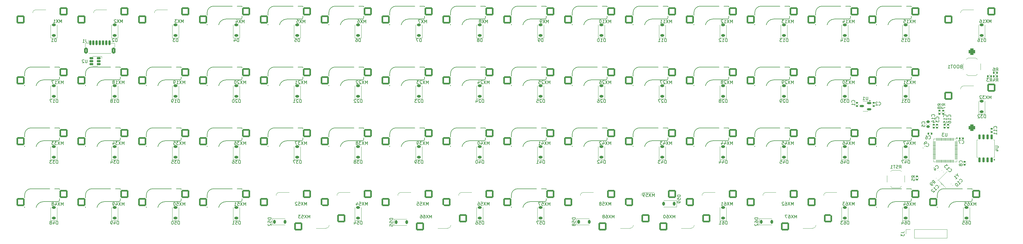
<source format=gbo>
G04 #@! TF.GenerationSoftware,KiCad,Pcbnew,8.0.2-1.fc39*
G04 #@! TF.CreationDate,2024-06-01T14:36:52-04:00*
G04 #@! TF.ProjectId,KeychronQ9OrthoIntegrated,4b657963-6872-46f6-9e51-394f7274686f,rev?*
G04 #@! TF.SameCoordinates,Original*
G04 #@! TF.FileFunction,Legend,Bot*
G04 #@! TF.FilePolarity,Positive*
%FSLAX46Y46*%
G04 Gerber Fmt 4.6, Leading zero omitted, Abs format (unit mm)*
G04 Created by KiCad (PCBNEW 8.0.2-1.fc39) date 2024-06-01 14:36:52*
%MOMM*%
%LPD*%
G01*
G04 APERTURE LIST*
G04 Aperture macros list*
%AMRoundRect*
0 Rectangle with rounded corners*
0 $1 Rounding radius*
0 $2 $3 $4 $5 $6 $7 $8 $9 X,Y pos of 4 corners*
0 Add a 4 corners polygon primitive as box body*
4,1,4,$2,$3,$4,$5,$6,$7,$8,$9,$2,$3,0*
0 Add four circle primitives for the rounded corners*
1,1,$1+$1,$2,$3*
1,1,$1+$1,$4,$5*
1,1,$1+$1,$6,$7*
1,1,$1+$1,$8,$9*
0 Add four rect primitives between the rounded corners*
20,1,$1+$1,$2,$3,$4,$5,0*
20,1,$1+$1,$4,$5,$6,$7,0*
20,1,$1+$1,$6,$7,$8,$9,0*
20,1,$1+$1,$8,$9,$2,$3,0*%
%AMRotRect*
0 Rectangle, with rotation*
0 The origin of the aperture is its center*
0 $1 length*
0 $2 width*
0 $3 Rotation angle, in degrees counterclockwise*
0 Add horizontal line*
21,1,$1,$2,0,0,$3*%
G04 Aperture macros list end*
%ADD10C,0.150000*%
%ADD11C,0.120000*%
%ADD12C,2.000000*%
%ADD13RoundRect,0.500000X0.500000X-0.500000X0.500000X0.500000X-0.500000X0.500000X-0.500000X-0.500000X0*%
%ADD14C,4.000000*%
%ADD15C,3.987800*%
%ADD16RoundRect,0.140000X0.170000X-0.140000X0.170000X0.140000X-0.170000X0.140000X-0.170000X-0.140000X0*%
%ADD17C,1.750000*%
%ADD18C,3.300000*%
%ADD19RoundRect,0.250000X1.025000X1.000000X-1.025000X1.000000X-1.025000X-1.000000X1.025000X-1.000000X0*%
%ADD20RoundRect,0.225000X0.375000X-0.225000X0.375000X0.225000X-0.375000X0.225000X-0.375000X-0.225000X0*%
%ADD21RoundRect,0.150000X0.475000X0.150000X-0.475000X0.150000X-0.475000X-0.150000X0.475000X-0.150000X0*%
%ADD22RoundRect,0.225000X0.225000X0.375000X-0.225000X0.375000X-0.225000X-0.375000X0.225000X-0.375000X0*%
%ADD23RoundRect,0.135000X-0.135000X-0.185000X0.135000X-0.185000X0.135000X0.185000X-0.135000X0.185000X0*%
%ADD24RoundRect,0.135000X-0.185000X0.135000X-0.185000X-0.135000X0.185000X-0.135000X0.185000X0.135000X0*%
%ADD25RoundRect,0.140000X0.021213X-0.219203X0.219203X-0.021213X-0.021213X0.219203X-0.219203X0.021213X0*%
%ADD26RoundRect,0.225000X-0.225000X-0.375000X0.225000X-0.375000X0.225000X0.375000X-0.225000X0.375000X0*%
%ADD27RoundRect,0.140000X-0.140000X-0.170000X0.140000X-0.170000X0.140000X0.170000X-0.140000X0.170000X0*%
%ADD28RoundRect,0.140000X-0.170000X0.140000X-0.170000X-0.140000X0.170000X-0.140000X0.170000X0.140000X0*%
%ADD29RoundRect,0.250000X-1.025000X-1.000000X1.025000X-1.000000X1.025000X1.000000X-1.025000X1.000000X0*%
%ADD30R,1.700000X1.000000*%
%ADD31RoundRect,0.050000X0.387500X0.050000X-0.387500X0.050000X-0.387500X-0.050000X0.387500X-0.050000X0*%
%ADD32RoundRect,0.050000X0.050000X0.387500X-0.050000X0.387500X-0.050000X-0.387500X0.050000X-0.387500X0*%
%ADD33R,3.200000X3.200000*%
%ADD34RoundRect,0.150000X0.512500X0.150000X-0.512500X0.150000X-0.512500X-0.150000X0.512500X-0.150000X0*%
%ADD35RoundRect,0.150000X-0.150000X-0.625000X0.150000X-0.625000X0.150000X0.625000X-0.150000X0.625000X0*%
%ADD36RoundRect,0.250000X-0.350000X-0.650000X0.350000X-0.650000X0.350000X0.650000X-0.350000X0.650000X0*%
%ADD37RoundRect,0.140000X-0.021213X0.219203X-0.219203X0.021213X0.021213X-0.219203X0.219203X-0.021213X0*%
%ADD38RoundRect,0.225000X-0.250000X0.225000X-0.250000X-0.225000X0.250000X-0.225000X0.250000X0.225000X0*%
%ADD39RotRect,1.400000X1.200000X45.000000*%
%ADD40RoundRect,0.150000X0.150000X-0.650000X0.150000X0.650000X-0.150000X0.650000X-0.150000X-0.650000X0*%
%ADD41RoundRect,0.140000X0.219203X0.021213X0.021213X0.219203X-0.219203X-0.021213X-0.021213X-0.219203X0*%
%ADD42R,1.700000X1.700000*%
%ADD43O,1.700000X1.700000*%
%ADD44RoundRect,0.140000X0.140000X0.170000X-0.140000X0.170000X-0.140000X-0.170000X0.140000X-0.170000X0*%
%ADD45RoundRect,0.135000X0.035355X-0.226274X0.226274X-0.035355X-0.035355X0.226274X-0.226274X0.035355X0*%
G04 APERTURE END LIST*
D10*
X286716426Y-49565788D02*
X286764045Y-49613408D01*
X286764045Y-49613408D02*
X286906902Y-49661027D01*
X286906902Y-49661027D02*
X287002140Y-49661027D01*
X287002140Y-49661027D02*
X287144997Y-49613408D01*
X287144997Y-49613408D02*
X287240235Y-49518169D01*
X287240235Y-49518169D02*
X287287854Y-49422931D01*
X287287854Y-49422931D02*
X287335473Y-49232455D01*
X287335473Y-49232455D02*
X287335473Y-49089598D01*
X287335473Y-49089598D02*
X287287854Y-48899122D01*
X287287854Y-48899122D02*
X287240235Y-48803884D01*
X287240235Y-48803884D02*
X287144997Y-48708646D01*
X287144997Y-48708646D02*
X287002140Y-48661027D01*
X287002140Y-48661027D02*
X286906902Y-48661027D01*
X286906902Y-48661027D02*
X286764045Y-48708646D01*
X286764045Y-48708646D02*
X286716426Y-48756265D01*
X286335473Y-48756265D02*
X286287854Y-48708646D01*
X286287854Y-48708646D02*
X286192616Y-48661027D01*
X286192616Y-48661027D02*
X285954521Y-48661027D01*
X285954521Y-48661027D02*
X285859283Y-48708646D01*
X285859283Y-48708646D02*
X285811664Y-48756265D01*
X285811664Y-48756265D02*
X285764045Y-48851503D01*
X285764045Y-48851503D02*
X285764045Y-48946741D01*
X285764045Y-48946741D02*
X285811664Y-49089598D01*
X285811664Y-49089598D02*
X286383092Y-49661027D01*
X286383092Y-49661027D02*
X285764045Y-49661027D01*
X126661904Y-81004819D02*
X126661904Y-80004819D01*
X126661904Y-80004819D02*
X126328571Y-80719104D01*
X126328571Y-80719104D02*
X125995238Y-80004819D01*
X125995238Y-80004819D02*
X125995238Y-81004819D01*
X125614285Y-80004819D02*
X124947619Y-81004819D01*
X124947619Y-80004819D02*
X125614285Y-81004819D01*
X124090476Y-80004819D02*
X124566666Y-80004819D01*
X124566666Y-80004819D02*
X124614285Y-80481009D01*
X124614285Y-80481009D02*
X124566666Y-80433390D01*
X124566666Y-80433390D02*
X124471428Y-80385771D01*
X124471428Y-80385771D02*
X124233333Y-80385771D01*
X124233333Y-80385771D02*
X124138095Y-80433390D01*
X124138095Y-80433390D02*
X124090476Y-80481009D01*
X124090476Y-80481009D02*
X124042857Y-80576247D01*
X124042857Y-80576247D02*
X124042857Y-80814342D01*
X124042857Y-80814342D02*
X124090476Y-80909580D01*
X124090476Y-80909580D02*
X124138095Y-80957200D01*
X124138095Y-80957200D02*
X124233333Y-81004819D01*
X124233333Y-81004819D02*
X124471428Y-81004819D01*
X124471428Y-81004819D02*
X124566666Y-80957200D01*
X124566666Y-80957200D02*
X124614285Y-80909580D01*
X123185714Y-80338152D02*
X123185714Y-81004819D01*
X123423809Y-79957200D02*
X123661904Y-80671485D01*
X123661904Y-80671485D02*
X123042857Y-80671485D01*
X183335713Y-23904819D02*
X183335713Y-22904819D01*
X183335713Y-22904819D02*
X183002380Y-23619104D01*
X183002380Y-23619104D02*
X182669047Y-22904819D01*
X182669047Y-22904819D02*
X182669047Y-23904819D01*
X182288094Y-22904819D02*
X181621428Y-23904819D01*
X181621428Y-22904819D02*
X182288094Y-23904819D01*
X181192856Y-23904819D02*
X181002380Y-23904819D01*
X181002380Y-23904819D02*
X180907142Y-23857200D01*
X180907142Y-23857200D02*
X180859523Y-23809580D01*
X180859523Y-23809580D02*
X180764285Y-23666723D01*
X180764285Y-23666723D02*
X180716666Y-23476247D01*
X180716666Y-23476247D02*
X180716666Y-23095295D01*
X180716666Y-23095295D02*
X180764285Y-23000057D01*
X180764285Y-23000057D02*
X180811904Y-22952438D01*
X180811904Y-22952438D02*
X180907142Y-22904819D01*
X180907142Y-22904819D02*
X181097618Y-22904819D01*
X181097618Y-22904819D02*
X181192856Y-22952438D01*
X181192856Y-22952438D02*
X181240475Y-23000057D01*
X181240475Y-23000057D02*
X181288094Y-23095295D01*
X181288094Y-23095295D02*
X181288094Y-23333390D01*
X181288094Y-23333390D02*
X181240475Y-23428628D01*
X181240475Y-23428628D02*
X181192856Y-23476247D01*
X181192856Y-23476247D02*
X181097618Y-23523866D01*
X181097618Y-23523866D02*
X180907142Y-23523866D01*
X180907142Y-23523866D02*
X180811904Y-23476247D01*
X180811904Y-23476247D02*
X180764285Y-23428628D01*
X180764285Y-23428628D02*
X180716666Y-23333390D01*
X124470022Y-29798569D02*
X124470022Y-28798569D01*
X124470022Y-28798569D02*
X124231927Y-28798569D01*
X124231927Y-28798569D02*
X124089070Y-28846188D01*
X124089070Y-28846188D02*
X123993832Y-28941426D01*
X123993832Y-28941426D02*
X123946213Y-29036664D01*
X123946213Y-29036664D02*
X123898594Y-29227140D01*
X123898594Y-29227140D02*
X123898594Y-29369997D01*
X123898594Y-29369997D02*
X123946213Y-29560473D01*
X123946213Y-29560473D02*
X123993832Y-29655711D01*
X123993832Y-29655711D02*
X124089070Y-29750950D01*
X124089070Y-29750950D02*
X124231927Y-29798569D01*
X124231927Y-29798569D02*
X124470022Y-29798569D01*
X123041451Y-28798569D02*
X123231927Y-28798569D01*
X123231927Y-28798569D02*
X123327165Y-28846188D01*
X123327165Y-28846188D02*
X123374784Y-28893807D01*
X123374784Y-28893807D02*
X123470022Y-29036664D01*
X123470022Y-29036664D02*
X123517641Y-29227140D01*
X123517641Y-29227140D02*
X123517641Y-29608092D01*
X123517641Y-29608092D02*
X123470022Y-29703330D01*
X123470022Y-29703330D02*
X123422403Y-29750950D01*
X123422403Y-29750950D02*
X123327165Y-29798569D01*
X123327165Y-29798569D02*
X123136689Y-29798569D01*
X123136689Y-29798569D02*
X123041451Y-29750950D01*
X123041451Y-29750950D02*
X122993832Y-29703330D01*
X122993832Y-29703330D02*
X122946213Y-29608092D01*
X122946213Y-29608092D02*
X122946213Y-29369997D01*
X122946213Y-29369997D02*
X122993832Y-29274759D01*
X122993832Y-29274759D02*
X123041451Y-29227140D01*
X123041451Y-29227140D02*
X123136689Y-29179521D01*
X123136689Y-29179521D02*
X123327165Y-29179521D01*
X123327165Y-29179521D02*
X123422403Y-29227140D01*
X123422403Y-29227140D02*
X123470022Y-29274759D01*
X123470022Y-29274759D02*
X123517641Y-29369997D01*
X163046181Y-86948569D02*
X163046181Y-85948569D01*
X163046181Y-85948569D02*
X162808086Y-85948569D01*
X162808086Y-85948569D02*
X162665229Y-85996188D01*
X162665229Y-85996188D02*
X162569991Y-86091426D01*
X162569991Y-86091426D02*
X162522372Y-86186664D01*
X162522372Y-86186664D02*
X162474753Y-86377140D01*
X162474753Y-86377140D02*
X162474753Y-86519997D01*
X162474753Y-86519997D02*
X162522372Y-86710473D01*
X162522372Y-86710473D02*
X162569991Y-86805711D01*
X162569991Y-86805711D02*
X162665229Y-86900950D01*
X162665229Y-86900950D02*
X162808086Y-86948569D01*
X162808086Y-86948569D02*
X163046181Y-86948569D01*
X161569991Y-85948569D02*
X162046181Y-85948569D01*
X162046181Y-85948569D02*
X162093800Y-86424759D01*
X162093800Y-86424759D02*
X162046181Y-86377140D01*
X162046181Y-86377140D02*
X161950943Y-86329521D01*
X161950943Y-86329521D02*
X161712848Y-86329521D01*
X161712848Y-86329521D02*
X161617610Y-86377140D01*
X161617610Y-86377140D02*
X161569991Y-86424759D01*
X161569991Y-86424759D02*
X161522372Y-86519997D01*
X161522372Y-86519997D02*
X161522372Y-86758092D01*
X161522372Y-86758092D02*
X161569991Y-86853330D01*
X161569991Y-86853330D02*
X161617610Y-86900950D01*
X161617610Y-86900950D02*
X161712848Y-86948569D01*
X161712848Y-86948569D02*
X161950943Y-86948569D01*
X161950943Y-86948569D02*
X162046181Y-86900950D01*
X162046181Y-86900950D02*
X162093800Y-86853330D01*
X160665229Y-85948569D02*
X160855705Y-85948569D01*
X160855705Y-85948569D02*
X160950943Y-85996188D01*
X160950943Y-85996188D02*
X160998562Y-86043807D01*
X160998562Y-86043807D02*
X161093800Y-86186664D01*
X161093800Y-86186664D02*
X161141419Y-86377140D01*
X161141419Y-86377140D02*
X161141419Y-86758092D01*
X161141419Y-86758092D02*
X161093800Y-86853330D01*
X161093800Y-86853330D02*
X161046181Y-86900950D01*
X161046181Y-86900950D02*
X160950943Y-86948569D01*
X160950943Y-86948569D02*
X160760467Y-86948569D01*
X160760467Y-86948569D02*
X160665229Y-86900950D01*
X160665229Y-86900950D02*
X160617610Y-86853330D01*
X160617610Y-86853330D02*
X160569991Y-86758092D01*
X160569991Y-86758092D02*
X160569991Y-86519997D01*
X160569991Y-86519997D02*
X160617610Y-86424759D01*
X160617610Y-86424759D02*
X160665229Y-86377140D01*
X160665229Y-86377140D02*
X160760467Y-86329521D01*
X160760467Y-86329521D02*
X160950943Y-86329521D01*
X160950943Y-86329521D02*
X161046181Y-86377140D01*
X161046181Y-86377140D02*
X161093800Y-86424759D01*
X161093800Y-86424759D02*
X161141419Y-86519997D01*
X107611904Y-62004819D02*
X107611904Y-61004819D01*
X107611904Y-61004819D02*
X107278571Y-61719104D01*
X107278571Y-61719104D02*
X106945238Y-61004819D01*
X106945238Y-61004819D02*
X106945238Y-62004819D01*
X106564285Y-61004819D02*
X105897619Y-62004819D01*
X105897619Y-61004819D02*
X106564285Y-62004819D01*
X105611904Y-61004819D02*
X104992857Y-61004819D01*
X104992857Y-61004819D02*
X105326190Y-61385771D01*
X105326190Y-61385771D02*
X105183333Y-61385771D01*
X105183333Y-61385771D02*
X105088095Y-61433390D01*
X105088095Y-61433390D02*
X105040476Y-61481009D01*
X105040476Y-61481009D02*
X104992857Y-61576247D01*
X104992857Y-61576247D02*
X104992857Y-61814342D01*
X104992857Y-61814342D02*
X105040476Y-61909580D01*
X105040476Y-61909580D02*
X105088095Y-61957200D01*
X105088095Y-61957200D02*
X105183333Y-62004819D01*
X105183333Y-62004819D02*
X105469047Y-62004819D01*
X105469047Y-62004819D02*
X105564285Y-61957200D01*
X105564285Y-61957200D02*
X105611904Y-61909580D01*
X104659523Y-61004819D02*
X103992857Y-61004819D01*
X103992857Y-61004819D02*
X104421428Y-62004819D01*
X38917732Y-35415335D02*
X38917732Y-36224858D01*
X38917732Y-36224858D02*
X38870113Y-36320096D01*
X38870113Y-36320096D02*
X38822494Y-36367716D01*
X38822494Y-36367716D02*
X38727256Y-36415335D01*
X38727256Y-36415335D02*
X38536780Y-36415335D01*
X38536780Y-36415335D02*
X38441542Y-36367716D01*
X38441542Y-36367716D02*
X38393923Y-36320096D01*
X38393923Y-36320096D02*
X38346304Y-36224858D01*
X38346304Y-36224858D02*
X38346304Y-35415335D01*
X37917732Y-35510573D02*
X37870113Y-35462954D01*
X37870113Y-35462954D02*
X37774875Y-35415335D01*
X37774875Y-35415335D02*
X37536780Y-35415335D01*
X37536780Y-35415335D02*
X37441542Y-35462954D01*
X37441542Y-35462954D02*
X37393923Y-35510573D01*
X37393923Y-35510573D02*
X37346304Y-35605811D01*
X37346304Y-35605811D02*
X37346304Y-35701049D01*
X37346304Y-35701049D02*
X37393923Y-35843906D01*
X37393923Y-35843906D02*
X37965351Y-36415335D01*
X37965351Y-36415335D02*
X37346304Y-36415335D01*
X220196133Y-67898569D02*
X220196133Y-66898569D01*
X220196133Y-66898569D02*
X219958038Y-66898569D01*
X219958038Y-66898569D02*
X219815181Y-66946188D01*
X219815181Y-66946188D02*
X219719943Y-67041426D01*
X219719943Y-67041426D02*
X219672324Y-67136664D01*
X219672324Y-67136664D02*
X219624705Y-67327140D01*
X219624705Y-67327140D02*
X219624705Y-67469997D01*
X219624705Y-67469997D02*
X219672324Y-67660473D01*
X219672324Y-67660473D02*
X219719943Y-67755711D01*
X219719943Y-67755711D02*
X219815181Y-67850950D01*
X219815181Y-67850950D02*
X219958038Y-67898569D01*
X219958038Y-67898569D02*
X220196133Y-67898569D01*
X218767562Y-67231902D02*
X218767562Y-67898569D01*
X219005657Y-66850950D02*
X219243752Y-67565235D01*
X219243752Y-67565235D02*
X218624705Y-67565235D01*
X218338990Y-66898569D02*
X217719943Y-66898569D01*
X217719943Y-66898569D02*
X218053276Y-67279521D01*
X218053276Y-67279521D02*
X217910419Y-67279521D01*
X217910419Y-67279521D02*
X217815181Y-67327140D01*
X217815181Y-67327140D02*
X217767562Y-67374759D01*
X217767562Y-67374759D02*
X217719943Y-67469997D01*
X217719943Y-67469997D02*
X217719943Y-67708092D01*
X217719943Y-67708092D02*
X217767562Y-67803330D01*
X217767562Y-67803330D02*
X217815181Y-67850950D01*
X217815181Y-67850950D02*
X217910419Y-67898569D01*
X217910419Y-67898569D02*
X218196133Y-67898569D01*
X218196133Y-67898569D02*
X218291371Y-67850950D01*
X218291371Y-67850950D02*
X218338990Y-67803330D01*
X88561904Y-42954819D02*
X88561904Y-41954819D01*
X88561904Y-41954819D02*
X88228571Y-42669104D01*
X88228571Y-42669104D02*
X87895238Y-41954819D01*
X87895238Y-41954819D02*
X87895238Y-42954819D01*
X87514285Y-41954819D02*
X86847619Y-42954819D01*
X86847619Y-41954819D02*
X87514285Y-42954819D01*
X86514285Y-42050057D02*
X86466666Y-42002438D01*
X86466666Y-42002438D02*
X86371428Y-41954819D01*
X86371428Y-41954819D02*
X86133333Y-41954819D01*
X86133333Y-41954819D02*
X86038095Y-42002438D01*
X86038095Y-42002438D02*
X85990476Y-42050057D01*
X85990476Y-42050057D02*
X85942857Y-42145295D01*
X85942857Y-42145295D02*
X85942857Y-42240533D01*
X85942857Y-42240533D02*
X85990476Y-42383390D01*
X85990476Y-42383390D02*
X86561904Y-42954819D01*
X86561904Y-42954819D02*
X85942857Y-42954819D01*
X85323809Y-41954819D02*
X85228571Y-41954819D01*
X85228571Y-41954819D02*
X85133333Y-42002438D01*
X85133333Y-42002438D02*
X85085714Y-42050057D01*
X85085714Y-42050057D02*
X85038095Y-42145295D01*
X85038095Y-42145295D02*
X84990476Y-42335771D01*
X84990476Y-42335771D02*
X84990476Y-42573866D01*
X84990476Y-42573866D02*
X85038095Y-42764342D01*
X85038095Y-42764342D02*
X85085714Y-42859580D01*
X85085714Y-42859580D02*
X85133333Y-42907200D01*
X85133333Y-42907200D02*
X85228571Y-42954819D01*
X85228571Y-42954819D02*
X85323809Y-42954819D01*
X85323809Y-42954819D02*
X85419047Y-42907200D01*
X85419047Y-42907200D02*
X85466666Y-42859580D01*
X85466666Y-42859580D02*
X85514285Y-42764342D01*
X85514285Y-42764342D02*
X85561904Y-42573866D01*
X85561904Y-42573866D02*
X85561904Y-42335771D01*
X85561904Y-42335771D02*
X85514285Y-42145295D01*
X85514285Y-42145295D02*
X85466666Y-42050057D01*
X85466666Y-42050057D02*
X85419047Y-42002438D01*
X85419047Y-42002438D02*
X85323809Y-41954819D01*
X29220102Y-29798569D02*
X29220102Y-28798569D01*
X29220102Y-28798569D02*
X28982007Y-28798569D01*
X28982007Y-28798569D02*
X28839150Y-28846188D01*
X28839150Y-28846188D02*
X28743912Y-28941426D01*
X28743912Y-28941426D02*
X28696293Y-29036664D01*
X28696293Y-29036664D02*
X28648674Y-29227140D01*
X28648674Y-29227140D02*
X28648674Y-29369997D01*
X28648674Y-29369997D02*
X28696293Y-29560473D01*
X28696293Y-29560473D02*
X28743912Y-29655711D01*
X28743912Y-29655711D02*
X28839150Y-29750950D01*
X28839150Y-29750950D02*
X28982007Y-29798569D01*
X28982007Y-29798569D02*
X29220102Y-29798569D01*
X27696293Y-29798569D02*
X28267721Y-29798569D01*
X27982007Y-29798569D02*
X27982007Y-28798569D01*
X27982007Y-28798569D02*
X28077245Y-28941426D01*
X28077245Y-28941426D02*
X28172483Y-29036664D01*
X28172483Y-29036664D02*
X28267721Y-29084283D01*
X67320070Y-29798569D02*
X67320070Y-28798569D01*
X67320070Y-28798569D02*
X67081975Y-28798569D01*
X67081975Y-28798569D02*
X66939118Y-28846188D01*
X66939118Y-28846188D02*
X66843880Y-28941426D01*
X66843880Y-28941426D02*
X66796261Y-29036664D01*
X66796261Y-29036664D02*
X66748642Y-29227140D01*
X66748642Y-29227140D02*
X66748642Y-29369997D01*
X66748642Y-29369997D02*
X66796261Y-29560473D01*
X66796261Y-29560473D02*
X66843880Y-29655711D01*
X66843880Y-29655711D02*
X66939118Y-29750950D01*
X66939118Y-29750950D02*
X67081975Y-29798569D01*
X67081975Y-29798569D02*
X67320070Y-29798569D01*
X66415308Y-28798569D02*
X65796261Y-28798569D01*
X65796261Y-28798569D02*
X66129594Y-29179521D01*
X66129594Y-29179521D02*
X65986737Y-29179521D01*
X65986737Y-29179521D02*
X65891499Y-29227140D01*
X65891499Y-29227140D02*
X65843880Y-29274759D01*
X65843880Y-29274759D02*
X65796261Y-29369997D01*
X65796261Y-29369997D02*
X65796261Y-29608092D01*
X65796261Y-29608092D02*
X65843880Y-29703330D01*
X65843880Y-29703330D02*
X65891499Y-29750950D01*
X65891499Y-29750950D02*
X65986737Y-29798569D01*
X65986737Y-29798569D02*
X66272451Y-29798569D01*
X66272451Y-29798569D02*
X66367689Y-29750950D01*
X66367689Y-29750950D02*
X66415308Y-29703330D01*
X29696293Y-48848569D02*
X29696293Y-47848569D01*
X29696293Y-47848569D02*
X29458198Y-47848569D01*
X29458198Y-47848569D02*
X29315341Y-47896188D01*
X29315341Y-47896188D02*
X29220103Y-47991426D01*
X29220103Y-47991426D02*
X29172484Y-48086664D01*
X29172484Y-48086664D02*
X29124865Y-48277140D01*
X29124865Y-48277140D02*
X29124865Y-48419997D01*
X29124865Y-48419997D02*
X29172484Y-48610473D01*
X29172484Y-48610473D02*
X29220103Y-48705711D01*
X29220103Y-48705711D02*
X29315341Y-48800950D01*
X29315341Y-48800950D02*
X29458198Y-48848569D01*
X29458198Y-48848569D02*
X29696293Y-48848569D01*
X28172484Y-48848569D02*
X28743912Y-48848569D01*
X28458198Y-48848569D02*
X28458198Y-47848569D01*
X28458198Y-47848569D02*
X28553436Y-47991426D01*
X28553436Y-47991426D02*
X28648674Y-48086664D01*
X28648674Y-48086664D02*
X28743912Y-48134283D01*
X27839150Y-47848569D02*
X27172484Y-47848569D01*
X27172484Y-47848569D02*
X27601055Y-48848569D01*
X220196133Y-29798569D02*
X220196133Y-28798569D01*
X220196133Y-28798569D02*
X219958038Y-28798569D01*
X219958038Y-28798569D02*
X219815181Y-28846188D01*
X219815181Y-28846188D02*
X219719943Y-28941426D01*
X219719943Y-28941426D02*
X219672324Y-29036664D01*
X219672324Y-29036664D02*
X219624705Y-29227140D01*
X219624705Y-29227140D02*
X219624705Y-29369997D01*
X219624705Y-29369997D02*
X219672324Y-29560473D01*
X219672324Y-29560473D02*
X219719943Y-29655711D01*
X219719943Y-29655711D02*
X219815181Y-29750950D01*
X219815181Y-29750950D02*
X219958038Y-29798569D01*
X219958038Y-29798569D02*
X220196133Y-29798569D01*
X218672324Y-29798569D02*
X219243752Y-29798569D01*
X218958038Y-29798569D02*
X218958038Y-28798569D01*
X218958038Y-28798569D02*
X219053276Y-28941426D01*
X219053276Y-28941426D02*
X219148514Y-29036664D01*
X219148514Y-29036664D02*
X219243752Y-29084283D01*
X217719943Y-29798569D02*
X218291371Y-29798569D01*
X218005657Y-29798569D02*
X218005657Y-28798569D01*
X218005657Y-28798569D02*
X218100895Y-28941426D01*
X218100895Y-28941426D02*
X218196133Y-29036664D01*
X218196133Y-29036664D02*
X218291371Y-29084283D01*
X258296101Y-67898569D02*
X258296101Y-66898569D01*
X258296101Y-66898569D02*
X258058006Y-66898569D01*
X258058006Y-66898569D02*
X257915149Y-66946188D01*
X257915149Y-66946188D02*
X257819911Y-67041426D01*
X257819911Y-67041426D02*
X257772292Y-67136664D01*
X257772292Y-67136664D02*
X257724673Y-67327140D01*
X257724673Y-67327140D02*
X257724673Y-67469997D01*
X257724673Y-67469997D02*
X257772292Y-67660473D01*
X257772292Y-67660473D02*
X257819911Y-67755711D01*
X257819911Y-67755711D02*
X257915149Y-67850950D01*
X257915149Y-67850950D02*
X258058006Y-67898569D01*
X258058006Y-67898569D02*
X258296101Y-67898569D01*
X256867530Y-67231902D02*
X256867530Y-67898569D01*
X257105625Y-66850950D02*
X257343720Y-67565235D01*
X257343720Y-67565235D02*
X256724673Y-67565235D01*
X255867530Y-66898569D02*
X256343720Y-66898569D01*
X256343720Y-66898569D02*
X256391339Y-67374759D01*
X256391339Y-67374759D02*
X256343720Y-67327140D01*
X256343720Y-67327140D02*
X256248482Y-67279521D01*
X256248482Y-67279521D02*
X256010387Y-67279521D01*
X256010387Y-67279521D02*
X255915149Y-67327140D01*
X255915149Y-67327140D02*
X255867530Y-67374759D01*
X255867530Y-67374759D02*
X255819911Y-67469997D01*
X255819911Y-67469997D02*
X255819911Y-67708092D01*
X255819911Y-67708092D02*
X255867530Y-67803330D01*
X255867530Y-67803330D02*
X255915149Y-67850950D01*
X255915149Y-67850950D02*
X256010387Y-67898569D01*
X256010387Y-67898569D02*
X256248482Y-67898569D01*
X256248482Y-67898569D02*
X256343720Y-67850950D01*
X256343720Y-67850950D02*
X256391339Y-67803330D01*
X50461904Y-81054819D02*
X50461904Y-80054819D01*
X50461904Y-80054819D02*
X50128571Y-80769104D01*
X50128571Y-80769104D02*
X49795238Y-80054819D01*
X49795238Y-80054819D02*
X49795238Y-81054819D01*
X49414285Y-80054819D02*
X48747619Y-81054819D01*
X48747619Y-80054819D02*
X49414285Y-81054819D01*
X47938095Y-80388152D02*
X47938095Y-81054819D01*
X48176190Y-80007200D02*
X48414285Y-80721485D01*
X48414285Y-80721485D02*
X47795238Y-80721485D01*
X47366666Y-81054819D02*
X47176190Y-81054819D01*
X47176190Y-81054819D02*
X47080952Y-81007200D01*
X47080952Y-81007200D02*
X47033333Y-80959580D01*
X47033333Y-80959580D02*
X46938095Y-80816723D01*
X46938095Y-80816723D02*
X46890476Y-80626247D01*
X46890476Y-80626247D02*
X46890476Y-80245295D01*
X46890476Y-80245295D02*
X46938095Y-80150057D01*
X46938095Y-80150057D02*
X46985714Y-80102438D01*
X46985714Y-80102438D02*
X47080952Y-80054819D01*
X47080952Y-80054819D02*
X47271428Y-80054819D01*
X47271428Y-80054819D02*
X47366666Y-80102438D01*
X47366666Y-80102438D02*
X47414285Y-80150057D01*
X47414285Y-80150057D02*
X47461904Y-80245295D01*
X47461904Y-80245295D02*
X47461904Y-80483390D01*
X47461904Y-80483390D02*
X47414285Y-80578628D01*
X47414285Y-80578628D02*
X47366666Y-80626247D01*
X47366666Y-80626247D02*
X47271428Y-80673866D01*
X47271428Y-80673866D02*
X47080952Y-80673866D01*
X47080952Y-80673866D02*
X46985714Y-80626247D01*
X46985714Y-80626247D02*
X46938095Y-80578628D01*
X46938095Y-80578628D02*
X46890476Y-80483390D01*
X296396069Y-86948569D02*
X296396069Y-85948569D01*
X296396069Y-85948569D02*
X296157974Y-85948569D01*
X296157974Y-85948569D02*
X296015117Y-85996188D01*
X296015117Y-85996188D02*
X295919879Y-86091426D01*
X295919879Y-86091426D02*
X295872260Y-86186664D01*
X295872260Y-86186664D02*
X295824641Y-86377140D01*
X295824641Y-86377140D02*
X295824641Y-86519997D01*
X295824641Y-86519997D02*
X295872260Y-86710473D01*
X295872260Y-86710473D02*
X295919879Y-86805711D01*
X295919879Y-86805711D02*
X296015117Y-86900950D01*
X296015117Y-86900950D02*
X296157974Y-86948569D01*
X296157974Y-86948569D02*
X296396069Y-86948569D01*
X294967498Y-85948569D02*
X295157974Y-85948569D01*
X295157974Y-85948569D02*
X295253212Y-85996188D01*
X295253212Y-85996188D02*
X295300831Y-86043807D01*
X295300831Y-86043807D02*
X295396069Y-86186664D01*
X295396069Y-86186664D02*
X295443688Y-86377140D01*
X295443688Y-86377140D02*
X295443688Y-86758092D01*
X295443688Y-86758092D02*
X295396069Y-86853330D01*
X295396069Y-86853330D02*
X295348450Y-86900950D01*
X295348450Y-86900950D02*
X295253212Y-86948569D01*
X295253212Y-86948569D02*
X295062736Y-86948569D01*
X295062736Y-86948569D02*
X294967498Y-86900950D01*
X294967498Y-86900950D02*
X294919879Y-86853330D01*
X294919879Y-86853330D02*
X294872260Y-86758092D01*
X294872260Y-86758092D02*
X294872260Y-86519997D01*
X294872260Y-86519997D02*
X294919879Y-86424759D01*
X294919879Y-86424759D02*
X294967498Y-86377140D01*
X294967498Y-86377140D02*
X295062736Y-86329521D01*
X295062736Y-86329521D02*
X295253212Y-86329521D01*
X295253212Y-86329521D02*
X295348450Y-86377140D01*
X295348450Y-86377140D02*
X295396069Y-86424759D01*
X295396069Y-86424759D02*
X295443688Y-86519997D01*
X294015117Y-86281902D02*
X294015117Y-86948569D01*
X294253212Y-85900950D02*
X294491307Y-86615235D01*
X294491307Y-86615235D02*
X293872260Y-86615235D01*
X88561904Y-62004819D02*
X88561904Y-61004819D01*
X88561904Y-61004819D02*
X88228571Y-61719104D01*
X88228571Y-61719104D02*
X87895238Y-61004819D01*
X87895238Y-61004819D02*
X87895238Y-62004819D01*
X87514285Y-61004819D02*
X86847619Y-62004819D01*
X86847619Y-61004819D02*
X87514285Y-62004819D01*
X86561904Y-61004819D02*
X85942857Y-61004819D01*
X85942857Y-61004819D02*
X86276190Y-61385771D01*
X86276190Y-61385771D02*
X86133333Y-61385771D01*
X86133333Y-61385771D02*
X86038095Y-61433390D01*
X86038095Y-61433390D02*
X85990476Y-61481009D01*
X85990476Y-61481009D02*
X85942857Y-61576247D01*
X85942857Y-61576247D02*
X85942857Y-61814342D01*
X85942857Y-61814342D02*
X85990476Y-61909580D01*
X85990476Y-61909580D02*
X86038095Y-61957200D01*
X86038095Y-61957200D02*
X86133333Y-62004819D01*
X86133333Y-62004819D02*
X86419047Y-62004819D01*
X86419047Y-62004819D02*
X86514285Y-61957200D01*
X86514285Y-61957200D02*
X86561904Y-61909580D01*
X85085714Y-61004819D02*
X85276190Y-61004819D01*
X85276190Y-61004819D02*
X85371428Y-61052438D01*
X85371428Y-61052438D02*
X85419047Y-61100057D01*
X85419047Y-61100057D02*
X85514285Y-61242914D01*
X85514285Y-61242914D02*
X85561904Y-61433390D01*
X85561904Y-61433390D02*
X85561904Y-61814342D01*
X85561904Y-61814342D02*
X85514285Y-61909580D01*
X85514285Y-61909580D02*
X85466666Y-61957200D01*
X85466666Y-61957200D02*
X85371428Y-62004819D01*
X85371428Y-62004819D02*
X85180952Y-62004819D01*
X85180952Y-62004819D02*
X85085714Y-61957200D01*
X85085714Y-61957200D02*
X85038095Y-61909580D01*
X85038095Y-61909580D02*
X84990476Y-61814342D01*
X84990476Y-61814342D02*
X84990476Y-61576247D01*
X84990476Y-61576247D02*
X85038095Y-61481009D01*
X85038095Y-61481009D02*
X85085714Y-61433390D01*
X85085714Y-61433390D02*
X85180952Y-61385771D01*
X85180952Y-61385771D02*
X85371428Y-61385771D01*
X85371428Y-61385771D02*
X85466666Y-61433390D01*
X85466666Y-61433390D02*
X85514285Y-61481009D01*
X85514285Y-61481009D02*
X85561904Y-61576247D01*
X315446053Y-86948569D02*
X315446053Y-85948569D01*
X315446053Y-85948569D02*
X315207958Y-85948569D01*
X315207958Y-85948569D02*
X315065101Y-85996188D01*
X315065101Y-85996188D02*
X314969863Y-86091426D01*
X314969863Y-86091426D02*
X314922244Y-86186664D01*
X314922244Y-86186664D02*
X314874625Y-86377140D01*
X314874625Y-86377140D02*
X314874625Y-86519997D01*
X314874625Y-86519997D02*
X314922244Y-86710473D01*
X314922244Y-86710473D02*
X314969863Y-86805711D01*
X314969863Y-86805711D02*
X315065101Y-86900950D01*
X315065101Y-86900950D02*
X315207958Y-86948569D01*
X315207958Y-86948569D02*
X315446053Y-86948569D01*
X314017482Y-85948569D02*
X314207958Y-85948569D01*
X314207958Y-85948569D02*
X314303196Y-85996188D01*
X314303196Y-85996188D02*
X314350815Y-86043807D01*
X314350815Y-86043807D02*
X314446053Y-86186664D01*
X314446053Y-86186664D02*
X314493672Y-86377140D01*
X314493672Y-86377140D02*
X314493672Y-86758092D01*
X314493672Y-86758092D02*
X314446053Y-86853330D01*
X314446053Y-86853330D02*
X314398434Y-86900950D01*
X314398434Y-86900950D02*
X314303196Y-86948569D01*
X314303196Y-86948569D02*
X314112720Y-86948569D01*
X314112720Y-86948569D02*
X314017482Y-86900950D01*
X314017482Y-86900950D02*
X313969863Y-86853330D01*
X313969863Y-86853330D02*
X313922244Y-86758092D01*
X313922244Y-86758092D02*
X313922244Y-86519997D01*
X313922244Y-86519997D02*
X313969863Y-86424759D01*
X313969863Y-86424759D02*
X314017482Y-86377140D01*
X314017482Y-86377140D02*
X314112720Y-86329521D01*
X314112720Y-86329521D02*
X314303196Y-86329521D01*
X314303196Y-86329521D02*
X314398434Y-86377140D01*
X314398434Y-86377140D02*
X314446053Y-86424759D01*
X314446053Y-86424759D02*
X314493672Y-86519997D01*
X313017482Y-85948569D02*
X313493672Y-85948569D01*
X313493672Y-85948569D02*
X313541291Y-86424759D01*
X313541291Y-86424759D02*
X313493672Y-86377140D01*
X313493672Y-86377140D02*
X313398434Y-86329521D01*
X313398434Y-86329521D02*
X313160339Y-86329521D01*
X313160339Y-86329521D02*
X313065101Y-86377140D01*
X313065101Y-86377140D02*
X313017482Y-86424759D01*
X313017482Y-86424759D02*
X312969863Y-86519997D01*
X312969863Y-86519997D02*
X312969863Y-86758092D01*
X312969863Y-86758092D02*
X313017482Y-86853330D01*
X313017482Y-86853330D02*
X313065101Y-86900950D01*
X313065101Y-86900950D02*
X313160339Y-86948569D01*
X313160339Y-86948569D02*
X313398434Y-86948569D01*
X313398434Y-86948569D02*
X313493672Y-86900950D01*
X313493672Y-86900950D02*
X313541291Y-86853330D01*
X279170284Y-48741885D02*
X279217904Y-48694266D01*
X279217904Y-48694266D02*
X279265523Y-48551409D01*
X279265523Y-48551409D02*
X279265523Y-48456171D01*
X279265523Y-48456171D02*
X279217904Y-48313314D01*
X279217904Y-48313314D02*
X279122665Y-48218076D01*
X279122665Y-48218076D02*
X279027427Y-48170457D01*
X279027427Y-48170457D02*
X278836951Y-48122838D01*
X278836951Y-48122838D02*
X278694094Y-48122838D01*
X278694094Y-48122838D02*
X278503618Y-48170457D01*
X278503618Y-48170457D02*
X278408380Y-48218076D01*
X278408380Y-48218076D02*
X278313142Y-48313314D01*
X278313142Y-48313314D02*
X278265523Y-48456171D01*
X278265523Y-48456171D02*
X278265523Y-48551409D01*
X278265523Y-48551409D02*
X278313142Y-48694266D01*
X278313142Y-48694266D02*
X278360761Y-48741885D01*
X279265523Y-49694266D02*
X279265523Y-49122838D01*
X279265523Y-49408552D02*
X278265523Y-49408552D01*
X278265523Y-49408552D02*
X278408380Y-49313314D01*
X278408380Y-49313314D02*
X278503618Y-49218076D01*
X278503618Y-49218076D02*
X278551237Y-49122838D01*
X321924404Y-23854819D02*
X321924404Y-22854819D01*
X321924404Y-22854819D02*
X321591071Y-23569104D01*
X321591071Y-23569104D02*
X321257738Y-22854819D01*
X321257738Y-22854819D02*
X321257738Y-23854819D01*
X320876785Y-22854819D02*
X320210119Y-23854819D01*
X320210119Y-22854819D02*
X320876785Y-23854819D01*
X319305357Y-23854819D02*
X319876785Y-23854819D01*
X319591071Y-23854819D02*
X319591071Y-22854819D01*
X319591071Y-22854819D02*
X319686309Y-22997676D01*
X319686309Y-22997676D02*
X319781547Y-23092914D01*
X319781547Y-23092914D02*
X319876785Y-23140533D01*
X318448214Y-22854819D02*
X318638690Y-22854819D01*
X318638690Y-22854819D02*
X318733928Y-22902438D01*
X318733928Y-22902438D02*
X318781547Y-22950057D01*
X318781547Y-22950057D02*
X318876785Y-23092914D01*
X318876785Y-23092914D02*
X318924404Y-23283390D01*
X318924404Y-23283390D02*
X318924404Y-23664342D01*
X318924404Y-23664342D02*
X318876785Y-23759580D01*
X318876785Y-23759580D02*
X318829166Y-23807200D01*
X318829166Y-23807200D02*
X318733928Y-23854819D01*
X318733928Y-23854819D02*
X318543452Y-23854819D01*
X318543452Y-23854819D02*
X318448214Y-23807200D01*
X318448214Y-23807200D02*
X318400595Y-23759580D01*
X318400595Y-23759580D02*
X318352976Y-23664342D01*
X318352976Y-23664342D02*
X318352976Y-23426247D01*
X318352976Y-23426247D02*
X318400595Y-23331009D01*
X318400595Y-23331009D02*
X318448214Y-23283390D01*
X318448214Y-23283390D02*
X318543452Y-23235771D01*
X318543452Y-23235771D02*
X318733928Y-23235771D01*
X318733928Y-23235771D02*
X318829166Y-23283390D01*
X318829166Y-23283390D02*
X318876785Y-23331009D01*
X318876785Y-23331009D02*
X318924404Y-23426247D01*
X220196133Y-48848569D02*
X220196133Y-47848569D01*
X220196133Y-47848569D02*
X219958038Y-47848569D01*
X219958038Y-47848569D02*
X219815181Y-47896188D01*
X219815181Y-47896188D02*
X219719943Y-47991426D01*
X219719943Y-47991426D02*
X219672324Y-48086664D01*
X219672324Y-48086664D02*
X219624705Y-48277140D01*
X219624705Y-48277140D02*
X219624705Y-48419997D01*
X219624705Y-48419997D02*
X219672324Y-48610473D01*
X219672324Y-48610473D02*
X219719943Y-48705711D01*
X219719943Y-48705711D02*
X219815181Y-48800950D01*
X219815181Y-48800950D02*
X219958038Y-48848569D01*
X219958038Y-48848569D02*
X220196133Y-48848569D01*
X219243752Y-47943807D02*
X219196133Y-47896188D01*
X219196133Y-47896188D02*
X219100895Y-47848569D01*
X219100895Y-47848569D02*
X218862800Y-47848569D01*
X218862800Y-47848569D02*
X218767562Y-47896188D01*
X218767562Y-47896188D02*
X218719943Y-47943807D01*
X218719943Y-47943807D02*
X218672324Y-48039045D01*
X218672324Y-48039045D02*
X218672324Y-48134283D01*
X218672324Y-48134283D02*
X218719943Y-48277140D01*
X218719943Y-48277140D02*
X219291371Y-48848569D01*
X219291371Y-48848569D02*
X218672324Y-48848569D01*
X218338990Y-47848569D02*
X217672324Y-47848569D01*
X217672324Y-47848569D02*
X218100895Y-48848569D01*
X224664193Y-77763786D02*
X223664193Y-77763786D01*
X223664193Y-77763786D02*
X223664193Y-78001881D01*
X223664193Y-78001881D02*
X223711812Y-78144738D01*
X223711812Y-78144738D02*
X223807050Y-78239976D01*
X223807050Y-78239976D02*
X223902288Y-78287595D01*
X223902288Y-78287595D02*
X224092764Y-78335214D01*
X224092764Y-78335214D02*
X224235621Y-78335214D01*
X224235621Y-78335214D02*
X224426097Y-78287595D01*
X224426097Y-78287595D02*
X224521335Y-78239976D01*
X224521335Y-78239976D02*
X224616574Y-78144738D01*
X224616574Y-78144738D02*
X224664193Y-78001881D01*
X224664193Y-78001881D02*
X224664193Y-77763786D01*
X223664193Y-79239976D02*
X223664193Y-78763786D01*
X223664193Y-78763786D02*
X224140383Y-78716167D01*
X224140383Y-78716167D02*
X224092764Y-78763786D01*
X224092764Y-78763786D02*
X224045145Y-78859024D01*
X224045145Y-78859024D02*
X224045145Y-79097119D01*
X224045145Y-79097119D02*
X224092764Y-79192357D01*
X224092764Y-79192357D02*
X224140383Y-79239976D01*
X224140383Y-79239976D02*
X224235621Y-79287595D01*
X224235621Y-79287595D02*
X224473716Y-79287595D01*
X224473716Y-79287595D02*
X224568954Y-79239976D01*
X224568954Y-79239976D02*
X224616574Y-79192357D01*
X224616574Y-79192357D02*
X224664193Y-79097119D01*
X224664193Y-79097119D02*
X224664193Y-78859024D01*
X224664193Y-78859024D02*
X224616574Y-78763786D01*
X224616574Y-78763786D02*
X224568954Y-78716167D01*
X224664193Y-79763786D02*
X224664193Y-79954262D01*
X224664193Y-79954262D02*
X224616574Y-80049500D01*
X224616574Y-80049500D02*
X224568954Y-80097119D01*
X224568954Y-80097119D02*
X224426097Y-80192357D01*
X224426097Y-80192357D02*
X224235621Y-80239976D01*
X224235621Y-80239976D02*
X223854669Y-80239976D01*
X223854669Y-80239976D02*
X223759431Y-80192357D01*
X223759431Y-80192357D02*
X223711812Y-80144738D01*
X223711812Y-80144738D02*
X223664193Y-80049500D01*
X223664193Y-80049500D02*
X223664193Y-79859024D01*
X223664193Y-79859024D02*
X223711812Y-79763786D01*
X223711812Y-79763786D02*
X223759431Y-79716167D01*
X223759431Y-79716167D02*
X223854669Y-79668548D01*
X223854669Y-79668548D02*
X224092764Y-79668548D01*
X224092764Y-79668548D02*
X224188002Y-79716167D01*
X224188002Y-79716167D02*
X224235621Y-79763786D01*
X224235621Y-79763786D02*
X224283240Y-79859024D01*
X224283240Y-79859024D02*
X224283240Y-80049500D01*
X224283240Y-80049500D02*
X224235621Y-80144738D01*
X224235621Y-80144738D02*
X224188002Y-80192357D01*
X224188002Y-80192357D02*
X224092764Y-80239976D01*
X107135713Y-23904819D02*
X107135713Y-22904819D01*
X107135713Y-22904819D02*
X106802380Y-23619104D01*
X106802380Y-23619104D02*
X106469047Y-22904819D01*
X106469047Y-22904819D02*
X106469047Y-23904819D01*
X106088094Y-22904819D02*
X105421428Y-23904819D01*
X105421428Y-22904819D02*
X106088094Y-23904819D01*
X104564285Y-22904819D02*
X105040475Y-22904819D01*
X105040475Y-22904819D02*
X105088094Y-23381009D01*
X105088094Y-23381009D02*
X105040475Y-23333390D01*
X105040475Y-23333390D02*
X104945237Y-23285771D01*
X104945237Y-23285771D02*
X104707142Y-23285771D01*
X104707142Y-23285771D02*
X104611904Y-23333390D01*
X104611904Y-23333390D02*
X104564285Y-23381009D01*
X104564285Y-23381009D02*
X104516666Y-23476247D01*
X104516666Y-23476247D02*
X104516666Y-23714342D01*
X104516666Y-23714342D02*
X104564285Y-23809580D01*
X104564285Y-23809580D02*
X104611904Y-23857200D01*
X104611904Y-23857200D02*
X104707142Y-23904819D01*
X104707142Y-23904819D02*
X104945237Y-23904819D01*
X104945237Y-23904819D02*
X105040475Y-23857200D01*
X105040475Y-23857200D02*
X105088094Y-23809580D01*
X323476942Y-42199003D02*
X323810275Y-41722812D01*
X324048370Y-42199003D02*
X324048370Y-41199003D01*
X324048370Y-41199003D02*
X323667418Y-41199003D01*
X323667418Y-41199003D02*
X323572180Y-41246622D01*
X323572180Y-41246622D02*
X323524561Y-41294241D01*
X323524561Y-41294241D02*
X323476942Y-41389479D01*
X323476942Y-41389479D02*
X323476942Y-41532336D01*
X323476942Y-41532336D02*
X323524561Y-41627574D01*
X323524561Y-41627574D02*
X323572180Y-41675193D01*
X323572180Y-41675193D02*
X323667418Y-41722812D01*
X323667418Y-41722812D02*
X324048370Y-41722812D01*
X322619799Y-41532336D02*
X322619799Y-42199003D01*
X322857894Y-41151384D02*
X323095989Y-41865669D01*
X323095989Y-41865669D02*
X322476942Y-41865669D01*
X69511904Y-62004819D02*
X69511904Y-61004819D01*
X69511904Y-61004819D02*
X69178571Y-61719104D01*
X69178571Y-61719104D02*
X68845238Y-61004819D01*
X68845238Y-61004819D02*
X68845238Y-62004819D01*
X68464285Y-61004819D02*
X67797619Y-62004819D01*
X67797619Y-61004819D02*
X68464285Y-62004819D01*
X67511904Y-61004819D02*
X66892857Y-61004819D01*
X66892857Y-61004819D02*
X67226190Y-61385771D01*
X67226190Y-61385771D02*
X67083333Y-61385771D01*
X67083333Y-61385771D02*
X66988095Y-61433390D01*
X66988095Y-61433390D02*
X66940476Y-61481009D01*
X66940476Y-61481009D02*
X66892857Y-61576247D01*
X66892857Y-61576247D02*
X66892857Y-61814342D01*
X66892857Y-61814342D02*
X66940476Y-61909580D01*
X66940476Y-61909580D02*
X66988095Y-61957200D01*
X66988095Y-61957200D02*
X67083333Y-62004819D01*
X67083333Y-62004819D02*
X67369047Y-62004819D01*
X67369047Y-62004819D02*
X67464285Y-61957200D01*
X67464285Y-61957200D02*
X67511904Y-61909580D01*
X65988095Y-61004819D02*
X66464285Y-61004819D01*
X66464285Y-61004819D02*
X66511904Y-61481009D01*
X66511904Y-61481009D02*
X66464285Y-61433390D01*
X66464285Y-61433390D02*
X66369047Y-61385771D01*
X66369047Y-61385771D02*
X66130952Y-61385771D01*
X66130952Y-61385771D02*
X66035714Y-61433390D01*
X66035714Y-61433390D02*
X65988095Y-61481009D01*
X65988095Y-61481009D02*
X65940476Y-61576247D01*
X65940476Y-61576247D02*
X65940476Y-61814342D01*
X65940476Y-61814342D02*
X65988095Y-61909580D01*
X65988095Y-61909580D02*
X66035714Y-61957200D01*
X66035714Y-61957200D02*
X66130952Y-62004819D01*
X66130952Y-62004819D02*
X66369047Y-62004819D01*
X66369047Y-62004819D02*
X66464285Y-61957200D01*
X66464285Y-61957200D02*
X66511904Y-61909580D01*
X239246117Y-67898569D02*
X239246117Y-66898569D01*
X239246117Y-66898569D02*
X239008022Y-66898569D01*
X239008022Y-66898569D02*
X238865165Y-66946188D01*
X238865165Y-66946188D02*
X238769927Y-67041426D01*
X238769927Y-67041426D02*
X238722308Y-67136664D01*
X238722308Y-67136664D02*
X238674689Y-67327140D01*
X238674689Y-67327140D02*
X238674689Y-67469997D01*
X238674689Y-67469997D02*
X238722308Y-67660473D01*
X238722308Y-67660473D02*
X238769927Y-67755711D01*
X238769927Y-67755711D02*
X238865165Y-67850950D01*
X238865165Y-67850950D02*
X239008022Y-67898569D01*
X239008022Y-67898569D02*
X239246117Y-67898569D01*
X237817546Y-67231902D02*
X237817546Y-67898569D01*
X238055641Y-66850950D02*
X238293736Y-67565235D01*
X238293736Y-67565235D02*
X237674689Y-67565235D01*
X236865165Y-67231902D02*
X236865165Y-67898569D01*
X237103260Y-66850950D02*
X237341355Y-67565235D01*
X237341355Y-67565235D02*
X236722308Y-67565235D01*
X86846245Y-86948569D02*
X86846245Y-85948569D01*
X86846245Y-85948569D02*
X86608150Y-85948569D01*
X86608150Y-85948569D02*
X86465293Y-85996188D01*
X86465293Y-85996188D02*
X86370055Y-86091426D01*
X86370055Y-86091426D02*
X86322436Y-86186664D01*
X86322436Y-86186664D02*
X86274817Y-86377140D01*
X86274817Y-86377140D02*
X86274817Y-86519997D01*
X86274817Y-86519997D02*
X86322436Y-86710473D01*
X86322436Y-86710473D02*
X86370055Y-86805711D01*
X86370055Y-86805711D02*
X86465293Y-86900950D01*
X86465293Y-86900950D02*
X86608150Y-86948569D01*
X86608150Y-86948569D02*
X86846245Y-86948569D01*
X85370055Y-85948569D02*
X85846245Y-85948569D01*
X85846245Y-85948569D02*
X85893864Y-86424759D01*
X85893864Y-86424759D02*
X85846245Y-86377140D01*
X85846245Y-86377140D02*
X85751007Y-86329521D01*
X85751007Y-86329521D02*
X85512912Y-86329521D01*
X85512912Y-86329521D02*
X85417674Y-86377140D01*
X85417674Y-86377140D02*
X85370055Y-86424759D01*
X85370055Y-86424759D02*
X85322436Y-86519997D01*
X85322436Y-86519997D02*
X85322436Y-86758092D01*
X85322436Y-86758092D02*
X85370055Y-86853330D01*
X85370055Y-86853330D02*
X85417674Y-86900950D01*
X85417674Y-86900950D02*
X85512912Y-86948569D01*
X85512912Y-86948569D02*
X85751007Y-86948569D01*
X85751007Y-86948569D02*
X85846245Y-86900950D01*
X85846245Y-86900950D02*
X85893864Y-86853330D01*
X84370055Y-86948569D02*
X84941483Y-86948569D01*
X84655769Y-86948569D02*
X84655769Y-85948569D01*
X84655769Y-85948569D02*
X84751007Y-86091426D01*
X84751007Y-86091426D02*
X84846245Y-86186664D01*
X84846245Y-86186664D02*
X84941483Y-86234283D01*
X124946213Y-48848569D02*
X124946213Y-47848569D01*
X124946213Y-47848569D02*
X124708118Y-47848569D01*
X124708118Y-47848569D02*
X124565261Y-47896188D01*
X124565261Y-47896188D02*
X124470023Y-47991426D01*
X124470023Y-47991426D02*
X124422404Y-48086664D01*
X124422404Y-48086664D02*
X124374785Y-48277140D01*
X124374785Y-48277140D02*
X124374785Y-48419997D01*
X124374785Y-48419997D02*
X124422404Y-48610473D01*
X124422404Y-48610473D02*
X124470023Y-48705711D01*
X124470023Y-48705711D02*
X124565261Y-48800950D01*
X124565261Y-48800950D02*
X124708118Y-48848569D01*
X124708118Y-48848569D02*
X124946213Y-48848569D01*
X123993832Y-47943807D02*
X123946213Y-47896188D01*
X123946213Y-47896188D02*
X123850975Y-47848569D01*
X123850975Y-47848569D02*
X123612880Y-47848569D01*
X123612880Y-47848569D02*
X123517642Y-47896188D01*
X123517642Y-47896188D02*
X123470023Y-47943807D01*
X123470023Y-47943807D02*
X123422404Y-48039045D01*
X123422404Y-48039045D02*
X123422404Y-48134283D01*
X123422404Y-48134283D02*
X123470023Y-48277140D01*
X123470023Y-48277140D02*
X124041451Y-48848569D01*
X124041451Y-48848569D02*
X123422404Y-48848569D01*
X123041451Y-47943807D02*
X122993832Y-47896188D01*
X122993832Y-47896188D02*
X122898594Y-47848569D01*
X122898594Y-47848569D02*
X122660499Y-47848569D01*
X122660499Y-47848569D02*
X122565261Y-47896188D01*
X122565261Y-47896188D02*
X122517642Y-47943807D01*
X122517642Y-47943807D02*
X122470023Y-48039045D01*
X122470023Y-48039045D02*
X122470023Y-48134283D01*
X122470023Y-48134283D02*
X122517642Y-48277140D01*
X122517642Y-48277140D02*
X123089070Y-48848569D01*
X123089070Y-48848569D02*
X122470023Y-48848569D01*
X216471112Y-78242267D02*
X216471112Y-77242267D01*
X216471112Y-77242267D02*
X216137779Y-77956552D01*
X216137779Y-77956552D02*
X215804446Y-77242267D01*
X215804446Y-77242267D02*
X215804446Y-78242267D01*
X215423493Y-77242267D02*
X214756827Y-78242267D01*
X214756827Y-77242267D02*
X215423493Y-78242267D01*
X213899684Y-77242267D02*
X214375874Y-77242267D01*
X214375874Y-77242267D02*
X214423493Y-77718457D01*
X214423493Y-77718457D02*
X214375874Y-77670838D01*
X214375874Y-77670838D02*
X214280636Y-77623219D01*
X214280636Y-77623219D02*
X214042541Y-77623219D01*
X214042541Y-77623219D02*
X213947303Y-77670838D01*
X213947303Y-77670838D02*
X213899684Y-77718457D01*
X213899684Y-77718457D02*
X213852065Y-77813695D01*
X213852065Y-77813695D02*
X213852065Y-78051790D01*
X213852065Y-78051790D02*
X213899684Y-78147028D01*
X213899684Y-78147028D02*
X213947303Y-78194648D01*
X213947303Y-78194648D02*
X214042541Y-78242267D01*
X214042541Y-78242267D02*
X214280636Y-78242267D01*
X214280636Y-78242267D02*
X214375874Y-78194648D01*
X214375874Y-78194648D02*
X214423493Y-78147028D01*
X213375874Y-78242267D02*
X213185398Y-78242267D01*
X213185398Y-78242267D02*
X213090160Y-78194648D01*
X213090160Y-78194648D02*
X213042541Y-78147028D01*
X213042541Y-78147028D02*
X212947303Y-78004171D01*
X212947303Y-78004171D02*
X212899684Y-77813695D01*
X212899684Y-77813695D02*
X212899684Y-77432743D01*
X212899684Y-77432743D02*
X212947303Y-77337505D01*
X212947303Y-77337505D02*
X212994922Y-77289886D01*
X212994922Y-77289886D02*
X213090160Y-77242267D01*
X213090160Y-77242267D02*
X213280636Y-77242267D01*
X213280636Y-77242267D02*
X213375874Y-77289886D01*
X213375874Y-77289886D02*
X213423493Y-77337505D01*
X213423493Y-77337505D02*
X213471112Y-77432743D01*
X213471112Y-77432743D02*
X213471112Y-77670838D01*
X213471112Y-77670838D02*
X213423493Y-77766076D01*
X213423493Y-77766076D02*
X213375874Y-77813695D01*
X213375874Y-77813695D02*
X213280636Y-77861314D01*
X213280636Y-77861314D02*
X213090160Y-77861314D01*
X213090160Y-77861314D02*
X212994922Y-77813695D01*
X212994922Y-77813695D02*
X212947303Y-77766076D01*
X212947303Y-77766076D02*
X212899684Y-77670838D01*
X279061904Y-42954819D02*
X279061904Y-41954819D01*
X279061904Y-41954819D02*
X278728571Y-42669104D01*
X278728571Y-42669104D02*
X278395238Y-41954819D01*
X278395238Y-41954819D02*
X278395238Y-42954819D01*
X278014285Y-41954819D02*
X277347619Y-42954819D01*
X277347619Y-41954819D02*
X278014285Y-42954819D01*
X277061904Y-41954819D02*
X276442857Y-41954819D01*
X276442857Y-41954819D02*
X276776190Y-42335771D01*
X276776190Y-42335771D02*
X276633333Y-42335771D01*
X276633333Y-42335771D02*
X276538095Y-42383390D01*
X276538095Y-42383390D02*
X276490476Y-42431009D01*
X276490476Y-42431009D02*
X276442857Y-42526247D01*
X276442857Y-42526247D02*
X276442857Y-42764342D01*
X276442857Y-42764342D02*
X276490476Y-42859580D01*
X276490476Y-42859580D02*
X276538095Y-42907200D01*
X276538095Y-42907200D02*
X276633333Y-42954819D01*
X276633333Y-42954819D02*
X276919047Y-42954819D01*
X276919047Y-42954819D02*
X277014285Y-42907200D01*
X277014285Y-42907200D02*
X277061904Y-42859580D01*
X275823809Y-41954819D02*
X275728571Y-41954819D01*
X275728571Y-41954819D02*
X275633333Y-42002438D01*
X275633333Y-42002438D02*
X275585714Y-42050057D01*
X275585714Y-42050057D02*
X275538095Y-42145295D01*
X275538095Y-42145295D02*
X275490476Y-42335771D01*
X275490476Y-42335771D02*
X275490476Y-42573866D01*
X275490476Y-42573866D02*
X275538095Y-42764342D01*
X275538095Y-42764342D02*
X275585714Y-42859580D01*
X275585714Y-42859580D02*
X275633333Y-42907200D01*
X275633333Y-42907200D02*
X275728571Y-42954819D01*
X275728571Y-42954819D02*
X275823809Y-42954819D01*
X275823809Y-42954819D02*
X275919047Y-42907200D01*
X275919047Y-42907200D02*
X275966666Y-42859580D01*
X275966666Y-42859580D02*
X276014285Y-42764342D01*
X276014285Y-42764342D02*
X276061904Y-42573866D01*
X276061904Y-42573866D02*
X276061904Y-42335771D01*
X276061904Y-42335771D02*
X276014285Y-42145295D01*
X276014285Y-42145295D02*
X275966666Y-42050057D01*
X275966666Y-42050057D02*
X275919047Y-42002438D01*
X275919047Y-42002438D02*
X275823809Y-41954819D01*
X240961904Y-62004819D02*
X240961904Y-61004819D01*
X240961904Y-61004819D02*
X240628571Y-61719104D01*
X240628571Y-61719104D02*
X240295238Y-61004819D01*
X240295238Y-61004819D02*
X240295238Y-62004819D01*
X239914285Y-61004819D02*
X239247619Y-62004819D01*
X239247619Y-61004819D02*
X239914285Y-62004819D01*
X238438095Y-61338152D02*
X238438095Y-62004819D01*
X238676190Y-60957200D02*
X238914285Y-61671485D01*
X238914285Y-61671485D02*
X238295238Y-61671485D01*
X237485714Y-61338152D02*
X237485714Y-62004819D01*
X237723809Y-60957200D02*
X237961904Y-61671485D01*
X237961904Y-61671485D02*
X237342857Y-61671485D01*
X306203391Y-49783681D02*
X305727200Y-49450348D01*
X306203391Y-49212253D02*
X305203391Y-49212253D01*
X305203391Y-49212253D02*
X305203391Y-49593205D01*
X305203391Y-49593205D02*
X305251010Y-49688443D01*
X305251010Y-49688443D02*
X305298629Y-49736062D01*
X305298629Y-49736062D02*
X305393867Y-49783681D01*
X305393867Y-49783681D02*
X305536724Y-49783681D01*
X305536724Y-49783681D02*
X305631962Y-49736062D01*
X305631962Y-49736062D02*
X305679581Y-49688443D01*
X305679581Y-49688443D02*
X305727200Y-49593205D01*
X305727200Y-49593205D02*
X305727200Y-49212253D01*
X305631962Y-50355110D02*
X305584343Y-50259872D01*
X305584343Y-50259872D02*
X305536724Y-50212253D01*
X305536724Y-50212253D02*
X305441486Y-50164634D01*
X305441486Y-50164634D02*
X305393867Y-50164634D01*
X305393867Y-50164634D02*
X305298629Y-50212253D01*
X305298629Y-50212253D02*
X305251010Y-50259872D01*
X305251010Y-50259872D02*
X305203391Y-50355110D01*
X305203391Y-50355110D02*
X305203391Y-50545586D01*
X305203391Y-50545586D02*
X305251010Y-50640824D01*
X305251010Y-50640824D02*
X305298629Y-50688443D01*
X305298629Y-50688443D02*
X305393867Y-50736062D01*
X305393867Y-50736062D02*
X305441486Y-50736062D01*
X305441486Y-50736062D02*
X305536724Y-50688443D01*
X305536724Y-50688443D02*
X305584343Y-50640824D01*
X305584343Y-50640824D02*
X305631962Y-50545586D01*
X305631962Y-50545586D02*
X305631962Y-50355110D01*
X305631962Y-50355110D02*
X305679581Y-50259872D01*
X305679581Y-50259872D02*
X305727200Y-50212253D01*
X305727200Y-50212253D02*
X305822438Y-50164634D01*
X305822438Y-50164634D02*
X306012914Y-50164634D01*
X306012914Y-50164634D02*
X306108152Y-50212253D01*
X306108152Y-50212253D02*
X306155772Y-50259872D01*
X306155772Y-50259872D02*
X306203391Y-50355110D01*
X306203391Y-50355110D02*
X306203391Y-50545586D01*
X306203391Y-50545586D02*
X306155772Y-50640824D01*
X306155772Y-50640824D02*
X306108152Y-50688443D01*
X306108152Y-50688443D02*
X306012914Y-50736062D01*
X306012914Y-50736062D02*
X305822438Y-50736062D01*
X305822438Y-50736062D02*
X305727200Y-50688443D01*
X305727200Y-50688443D02*
X305679581Y-50640824D01*
X305679581Y-50640824D02*
X305631962Y-50545586D01*
X258296101Y-29798569D02*
X258296101Y-28798569D01*
X258296101Y-28798569D02*
X258058006Y-28798569D01*
X258058006Y-28798569D02*
X257915149Y-28846188D01*
X257915149Y-28846188D02*
X257819911Y-28941426D01*
X257819911Y-28941426D02*
X257772292Y-29036664D01*
X257772292Y-29036664D02*
X257724673Y-29227140D01*
X257724673Y-29227140D02*
X257724673Y-29369997D01*
X257724673Y-29369997D02*
X257772292Y-29560473D01*
X257772292Y-29560473D02*
X257819911Y-29655711D01*
X257819911Y-29655711D02*
X257915149Y-29750950D01*
X257915149Y-29750950D02*
X258058006Y-29798569D01*
X258058006Y-29798569D02*
X258296101Y-29798569D01*
X256772292Y-29798569D02*
X257343720Y-29798569D01*
X257058006Y-29798569D02*
X257058006Y-28798569D01*
X257058006Y-28798569D02*
X257153244Y-28941426D01*
X257153244Y-28941426D02*
X257248482Y-29036664D01*
X257248482Y-29036664D02*
X257343720Y-29084283D01*
X256438958Y-28798569D02*
X255819911Y-28798569D01*
X255819911Y-28798569D02*
X256153244Y-29179521D01*
X256153244Y-29179521D02*
X256010387Y-29179521D01*
X256010387Y-29179521D02*
X255915149Y-29227140D01*
X255915149Y-29227140D02*
X255867530Y-29274759D01*
X255867530Y-29274759D02*
X255819911Y-29369997D01*
X255819911Y-29369997D02*
X255819911Y-29608092D01*
X255819911Y-29608092D02*
X255867530Y-29703330D01*
X255867530Y-29703330D02*
X255915149Y-29750950D01*
X255915149Y-29750950D02*
X256010387Y-29798569D01*
X256010387Y-29798569D02*
X256296101Y-29798569D01*
X256296101Y-29798569D02*
X256391339Y-29750950D01*
X256391339Y-29750950D02*
X256438958Y-29703330D01*
X69511904Y-81054819D02*
X69511904Y-80054819D01*
X69511904Y-80054819D02*
X69178571Y-80769104D01*
X69178571Y-80769104D02*
X68845238Y-80054819D01*
X68845238Y-80054819D02*
X68845238Y-81054819D01*
X68464285Y-80054819D02*
X67797619Y-81054819D01*
X67797619Y-80054819D02*
X68464285Y-81054819D01*
X66940476Y-80054819D02*
X67416666Y-80054819D01*
X67416666Y-80054819D02*
X67464285Y-80531009D01*
X67464285Y-80531009D02*
X67416666Y-80483390D01*
X67416666Y-80483390D02*
X67321428Y-80435771D01*
X67321428Y-80435771D02*
X67083333Y-80435771D01*
X67083333Y-80435771D02*
X66988095Y-80483390D01*
X66988095Y-80483390D02*
X66940476Y-80531009D01*
X66940476Y-80531009D02*
X66892857Y-80626247D01*
X66892857Y-80626247D02*
X66892857Y-80864342D01*
X66892857Y-80864342D02*
X66940476Y-80959580D01*
X66940476Y-80959580D02*
X66988095Y-81007200D01*
X66988095Y-81007200D02*
X67083333Y-81054819D01*
X67083333Y-81054819D02*
X67321428Y-81054819D01*
X67321428Y-81054819D02*
X67416666Y-81007200D01*
X67416666Y-81007200D02*
X67464285Y-80959580D01*
X66273809Y-80054819D02*
X66178571Y-80054819D01*
X66178571Y-80054819D02*
X66083333Y-80102438D01*
X66083333Y-80102438D02*
X66035714Y-80150057D01*
X66035714Y-80150057D02*
X65988095Y-80245295D01*
X65988095Y-80245295D02*
X65940476Y-80435771D01*
X65940476Y-80435771D02*
X65940476Y-80673866D01*
X65940476Y-80673866D02*
X65988095Y-80864342D01*
X65988095Y-80864342D02*
X66035714Y-80959580D01*
X66035714Y-80959580D02*
X66083333Y-81007200D01*
X66083333Y-81007200D02*
X66178571Y-81054819D01*
X66178571Y-81054819D02*
X66273809Y-81054819D01*
X66273809Y-81054819D02*
X66369047Y-81007200D01*
X66369047Y-81007200D02*
X66416666Y-80959580D01*
X66416666Y-80959580D02*
X66464285Y-80864342D01*
X66464285Y-80864342D02*
X66511904Y-80673866D01*
X66511904Y-80673866D02*
X66511904Y-80435771D01*
X66511904Y-80435771D02*
X66464285Y-80245295D01*
X66464285Y-80245295D02*
X66416666Y-80150057D01*
X66416666Y-80150057D02*
X66369047Y-80102438D01*
X66369047Y-80102438D02*
X66273809Y-80054819D01*
X296396069Y-29798569D02*
X296396069Y-28798569D01*
X296396069Y-28798569D02*
X296157974Y-28798569D01*
X296157974Y-28798569D02*
X296015117Y-28846188D01*
X296015117Y-28846188D02*
X295919879Y-28941426D01*
X295919879Y-28941426D02*
X295872260Y-29036664D01*
X295872260Y-29036664D02*
X295824641Y-29227140D01*
X295824641Y-29227140D02*
X295824641Y-29369997D01*
X295824641Y-29369997D02*
X295872260Y-29560473D01*
X295872260Y-29560473D02*
X295919879Y-29655711D01*
X295919879Y-29655711D02*
X296015117Y-29750950D01*
X296015117Y-29750950D02*
X296157974Y-29798569D01*
X296157974Y-29798569D02*
X296396069Y-29798569D01*
X294872260Y-29798569D02*
X295443688Y-29798569D01*
X295157974Y-29798569D02*
X295157974Y-28798569D01*
X295157974Y-28798569D02*
X295253212Y-28941426D01*
X295253212Y-28941426D02*
X295348450Y-29036664D01*
X295348450Y-29036664D02*
X295443688Y-29084283D01*
X293967498Y-28798569D02*
X294443688Y-28798569D01*
X294443688Y-28798569D02*
X294491307Y-29274759D01*
X294491307Y-29274759D02*
X294443688Y-29227140D01*
X294443688Y-29227140D02*
X294348450Y-29179521D01*
X294348450Y-29179521D02*
X294110355Y-29179521D01*
X294110355Y-29179521D02*
X294015117Y-29227140D01*
X294015117Y-29227140D02*
X293967498Y-29274759D01*
X293967498Y-29274759D02*
X293919879Y-29369997D01*
X293919879Y-29369997D02*
X293919879Y-29608092D01*
X293919879Y-29608092D02*
X293967498Y-29703330D01*
X293967498Y-29703330D02*
X294015117Y-29750950D01*
X294015117Y-29750950D02*
X294110355Y-29798569D01*
X294110355Y-29798569D02*
X294348450Y-29798569D01*
X294348450Y-29798569D02*
X294443688Y-29750950D01*
X294443688Y-29750950D02*
X294491307Y-29703330D01*
X312559350Y-73699892D02*
X312626694Y-73699892D01*
X312626694Y-73699892D02*
X312761381Y-73632548D01*
X312761381Y-73632548D02*
X312828724Y-73565205D01*
X312828724Y-73565205D02*
X312896068Y-73430518D01*
X312896068Y-73430518D02*
X312896068Y-73295831D01*
X312896068Y-73295831D02*
X312862396Y-73194816D01*
X312862396Y-73194816D02*
X312761381Y-73026457D01*
X312761381Y-73026457D02*
X312660366Y-72925442D01*
X312660366Y-72925442D02*
X312492007Y-72824426D01*
X312492007Y-72824426D02*
X312390992Y-72790755D01*
X312390992Y-72790755D02*
X312256305Y-72790755D01*
X312256305Y-72790755D02*
X312121618Y-72858098D01*
X312121618Y-72858098D02*
X312054274Y-72925442D01*
X312054274Y-72925442D02*
X311986931Y-73060129D01*
X311986931Y-73060129D02*
X311986931Y-73127472D01*
X311953259Y-74440670D02*
X312357320Y-74036609D01*
X312155289Y-74238640D02*
X311448183Y-73531533D01*
X311448183Y-73531533D02*
X311616541Y-73565205D01*
X311616541Y-73565205D02*
X311751228Y-73565205D01*
X311751228Y-73565205D02*
X311852244Y-73531533D01*
X310808419Y-74171297D02*
X310741076Y-74238640D01*
X310741076Y-74238640D02*
X310707404Y-74339655D01*
X310707404Y-74339655D02*
X310707404Y-74406999D01*
X310707404Y-74406999D02*
X310741076Y-74508014D01*
X310741076Y-74508014D02*
X310842091Y-74676373D01*
X310842091Y-74676373D02*
X311010450Y-74844732D01*
X311010450Y-74844732D02*
X311178808Y-74945747D01*
X311178808Y-74945747D02*
X311279824Y-74979419D01*
X311279824Y-74979419D02*
X311347167Y-74979419D01*
X311347167Y-74979419D02*
X311448182Y-74945747D01*
X311448182Y-74945747D02*
X311515526Y-74878403D01*
X311515526Y-74878403D02*
X311549198Y-74777388D01*
X311549198Y-74777388D02*
X311549198Y-74710045D01*
X311549198Y-74710045D02*
X311515526Y-74609029D01*
X311515526Y-74609029D02*
X311414511Y-74440671D01*
X311414511Y-74440671D02*
X311246152Y-74272312D01*
X311246152Y-74272312D02*
X311077793Y-74171297D01*
X311077793Y-74171297D02*
X310976778Y-74137625D01*
X310976778Y-74137625D02*
X310909434Y-74137625D01*
X310909434Y-74137625D02*
X310808419Y-74171297D01*
X164761904Y-81004819D02*
X164761904Y-80004819D01*
X164761904Y-80004819D02*
X164428571Y-80719104D01*
X164428571Y-80719104D02*
X164095238Y-80004819D01*
X164095238Y-80004819D02*
X164095238Y-81004819D01*
X163714285Y-80004819D02*
X163047619Y-81004819D01*
X163047619Y-80004819D02*
X163714285Y-81004819D01*
X162190476Y-80004819D02*
X162666666Y-80004819D01*
X162666666Y-80004819D02*
X162714285Y-80481009D01*
X162714285Y-80481009D02*
X162666666Y-80433390D01*
X162666666Y-80433390D02*
X162571428Y-80385771D01*
X162571428Y-80385771D02*
X162333333Y-80385771D01*
X162333333Y-80385771D02*
X162238095Y-80433390D01*
X162238095Y-80433390D02*
X162190476Y-80481009D01*
X162190476Y-80481009D02*
X162142857Y-80576247D01*
X162142857Y-80576247D02*
X162142857Y-80814342D01*
X162142857Y-80814342D02*
X162190476Y-80909580D01*
X162190476Y-80909580D02*
X162238095Y-80957200D01*
X162238095Y-80957200D02*
X162333333Y-81004819D01*
X162333333Y-81004819D02*
X162571428Y-81004819D01*
X162571428Y-81004819D02*
X162666666Y-80957200D01*
X162666666Y-80957200D02*
X162714285Y-80909580D01*
X161285714Y-80004819D02*
X161476190Y-80004819D01*
X161476190Y-80004819D02*
X161571428Y-80052438D01*
X161571428Y-80052438D02*
X161619047Y-80100057D01*
X161619047Y-80100057D02*
X161714285Y-80242914D01*
X161714285Y-80242914D02*
X161761904Y-80433390D01*
X161761904Y-80433390D02*
X161761904Y-80814342D01*
X161761904Y-80814342D02*
X161714285Y-80909580D01*
X161714285Y-80909580D02*
X161666666Y-80957200D01*
X161666666Y-80957200D02*
X161571428Y-81004819D01*
X161571428Y-81004819D02*
X161380952Y-81004819D01*
X161380952Y-81004819D02*
X161285714Y-80957200D01*
X161285714Y-80957200D02*
X161238095Y-80909580D01*
X161238095Y-80909580D02*
X161190476Y-80814342D01*
X161190476Y-80814342D02*
X161190476Y-80576247D01*
X161190476Y-80576247D02*
X161238095Y-80481009D01*
X161238095Y-80481009D02*
X161285714Y-80433390D01*
X161285714Y-80433390D02*
X161380952Y-80385771D01*
X161380952Y-80385771D02*
X161571428Y-80385771D01*
X161571428Y-80385771D02*
X161666666Y-80433390D01*
X161666666Y-80433390D02*
X161714285Y-80481009D01*
X161714285Y-80481009D02*
X161761904Y-80576247D01*
X296396069Y-48848569D02*
X296396069Y-47848569D01*
X296396069Y-47848569D02*
X296157974Y-47848569D01*
X296157974Y-47848569D02*
X296015117Y-47896188D01*
X296015117Y-47896188D02*
X295919879Y-47991426D01*
X295919879Y-47991426D02*
X295872260Y-48086664D01*
X295872260Y-48086664D02*
X295824641Y-48277140D01*
X295824641Y-48277140D02*
X295824641Y-48419997D01*
X295824641Y-48419997D02*
X295872260Y-48610473D01*
X295872260Y-48610473D02*
X295919879Y-48705711D01*
X295919879Y-48705711D02*
X296015117Y-48800950D01*
X296015117Y-48800950D02*
X296157974Y-48848569D01*
X296157974Y-48848569D02*
X296396069Y-48848569D01*
X295491307Y-47848569D02*
X294872260Y-47848569D01*
X294872260Y-47848569D02*
X295205593Y-48229521D01*
X295205593Y-48229521D02*
X295062736Y-48229521D01*
X295062736Y-48229521D02*
X294967498Y-48277140D01*
X294967498Y-48277140D02*
X294919879Y-48324759D01*
X294919879Y-48324759D02*
X294872260Y-48419997D01*
X294872260Y-48419997D02*
X294872260Y-48658092D01*
X294872260Y-48658092D02*
X294919879Y-48753330D01*
X294919879Y-48753330D02*
X294967498Y-48800950D01*
X294967498Y-48800950D02*
X295062736Y-48848569D01*
X295062736Y-48848569D02*
X295348450Y-48848569D01*
X295348450Y-48848569D02*
X295443688Y-48800950D01*
X295443688Y-48800950D02*
X295491307Y-48753330D01*
X293919879Y-48848569D02*
X294491307Y-48848569D01*
X294205593Y-48848569D02*
X294205593Y-47848569D01*
X294205593Y-47848569D02*
X294300831Y-47991426D01*
X294300831Y-47991426D02*
X294396069Y-48086664D01*
X294396069Y-48086664D02*
X294491307Y-48134283D01*
X182096165Y-67898569D02*
X182096165Y-66898569D01*
X182096165Y-66898569D02*
X181858070Y-66898569D01*
X181858070Y-66898569D02*
X181715213Y-66946188D01*
X181715213Y-66946188D02*
X181619975Y-67041426D01*
X181619975Y-67041426D02*
X181572356Y-67136664D01*
X181572356Y-67136664D02*
X181524737Y-67327140D01*
X181524737Y-67327140D02*
X181524737Y-67469997D01*
X181524737Y-67469997D02*
X181572356Y-67660473D01*
X181572356Y-67660473D02*
X181619975Y-67755711D01*
X181619975Y-67755711D02*
X181715213Y-67850950D01*
X181715213Y-67850950D02*
X181858070Y-67898569D01*
X181858070Y-67898569D02*
X182096165Y-67898569D01*
X180667594Y-67231902D02*
X180667594Y-67898569D01*
X180905689Y-66850950D02*
X181143784Y-67565235D01*
X181143784Y-67565235D02*
X180524737Y-67565235D01*
X179619975Y-67898569D02*
X180191403Y-67898569D01*
X179905689Y-67898569D02*
X179905689Y-66898569D01*
X179905689Y-66898569D02*
X180000927Y-67041426D01*
X180000927Y-67041426D02*
X180096165Y-67136664D01*
X180096165Y-67136664D02*
X180191403Y-67184283D01*
X298111904Y-62004819D02*
X298111904Y-61004819D01*
X298111904Y-61004819D02*
X297778571Y-61719104D01*
X297778571Y-61719104D02*
X297445238Y-61004819D01*
X297445238Y-61004819D02*
X297445238Y-62004819D01*
X297064285Y-61004819D02*
X296397619Y-62004819D01*
X296397619Y-61004819D02*
X297064285Y-62004819D01*
X295588095Y-61338152D02*
X295588095Y-62004819D01*
X295826190Y-60957200D02*
X296064285Y-61671485D01*
X296064285Y-61671485D02*
X295445238Y-61671485D01*
X295159523Y-61004819D02*
X294492857Y-61004819D01*
X294492857Y-61004819D02*
X294921428Y-62004819D01*
X307542843Y-49783681D02*
X307066652Y-49450348D01*
X307542843Y-49212253D02*
X306542843Y-49212253D01*
X306542843Y-49212253D02*
X306542843Y-49593205D01*
X306542843Y-49593205D02*
X306590462Y-49688443D01*
X306590462Y-49688443D02*
X306638081Y-49736062D01*
X306638081Y-49736062D02*
X306733319Y-49783681D01*
X306733319Y-49783681D02*
X306876176Y-49783681D01*
X306876176Y-49783681D02*
X306971414Y-49736062D01*
X306971414Y-49736062D02*
X307019033Y-49688443D01*
X307019033Y-49688443D02*
X307066652Y-49593205D01*
X307066652Y-49593205D02*
X307066652Y-49212253D01*
X306542843Y-50117015D02*
X306542843Y-50783681D01*
X306542843Y-50783681D02*
X307542843Y-50355110D01*
X248923569Y-84907589D02*
X247923569Y-84907589D01*
X247923569Y-84907589D02*
X247923569Y-85145684D01*
X247923569Y-85145684D02*
X247971188Y-85288541D01*
X247971188Y-85288541D02*
X248066426Y-85383779D01*
X248066426Y-85383779D02*
X248161664Y-85431398D01*
X248161664Y-85431398D02*
X248352140Y-85479017D01*
X248352140Y-85479017D02*
X248494997Y-85479017D01*
X248494997Y-85479017D02*
X248685473Y-85431398D01*
X248685473Y-85431398D02*
X248780711Y-85383779D01*
X248780711Y-85383779D02*
X248875950Y-85288541D01*
X248875950Y-85288541D02*
X248923569Y-85145684D01*
X248923569Y-85145684D02*
X248923569Y-84907589D01*
X247923569Y-86336160D02*
X247923569Y-86145684D01*
X247923569Y-86145684D02*
X247971188Y-86050446D01*
X247971188Y-86050446D02*
X248018807Y-86002827D01*
X248018807Y-86002827D02*
X248161664Y-85907589D01*
X248161664Y-85907589D02*
X248352140Y-85859970D01*
X248352140Y-85859970D02*
X248733092Y-85859970D01*
X248733092Y-85859970D02*
X248828330Y-85907589D01*
X248828330Y-85907589D02*
X248875950Y-85955208D01*
X248875950Y-85955208D02*
X248923569Y-86050446D01*
X248923569Y-86050446D02*
X248923569Y-86240922D01*
X248923569Y-86240922D02*
X248875950Y-86336160D01*
X248875950Y-86336160D02*
X248828330Y-86383779D01*
X248828330Y-86383779D02*
X248733092Y-86431398D01*
X248733092Y-86431398D02*
X248494997Y-86431398D01*
X248494997Y-86431398D02*
X248399759Y-86383779D01*
X248399759Y-86383779D02*
X248352140Y-86336160D01*
X248352140Y-86336160D02*
X248304521Y-86240922D01*
X248304521Y-86240922D02*
X248304521Y-86050446D01*
X248304521Y-86050446D02*
X248352140Y-85955208D01*
X248352140Y-85955208D02*
X248399759Y-85907589D01*
X248399759Y-85907589D02*
X248494997Y-85859970D01*
X248018807Y-86812351D02*
X247971188Y-86859970D01*
X247971188Y-86859970D02*
X247923569Y-86955208D01*
X247923569Y-86955208D02*
X247923569Y-87193303D01*
X247923569Y-87193303D02*
X247971188Y-87288541D01*
X247971188Y-87288541D02*
X248018807Y-87336160D01*
X248018807Y-87336160D02*
X248114045Y-87383779D01*
X248114045Y-87383779D02*
X248209283Y-87383779D01*
X248209283Y-87383779D02*
X248352140Y-87336160D01*
X248352140Y-87336160D02*
X248923569Y-86764732D01*
X248923569Y-86764732D02*
X248923569Y-87383779D01*
X312761326Y-61590232D02*
X312808945Y-61637852D01*
X312808945Y-61637852D02*
X312951802Y-61685471D01*
X312951802Y-61685471D02*
X313047040Y-61685471D01*
X313047040Y-61685471D02*
X313189897Y-61637852D01*
X313189897Y-61637852D02*
X313285135Y-61542613D01*
X313285135Y-61542613D02*
X313332754Y-61447375D01*
X313332754Y-61447375D02*
X313380373Y-61256899D01*
X313380373Y-61256899D02*
X313380373Y-61114042D01*
X313380373Y-61114042D02*
X313332754Y-60923566D01*
X313332754Y-60923566D02*
X313285135Y-60828328D01*
X313285135Y-60828328D02*
X313189897Y-60733090D01*
X313189897Y-60733090D02*
X313047040Y-60685471D01*
X313047040Y-60685471D02*
X312951802Y-60685471D01*
X312951802Y-60685471D02*
X312808945Y-60733090D01*
X312808945Y-60733090D02*
X312761326Y-60780709D01*
X312427992Y-60685471D02*
X311761326Y-60685471D01*
X311761326Y-60685471D02*
X312189897Y-61685471D01*
X258296101Y-48848569D02*
X258296101Y-47848569D01*
X258296101Y-47848569D02*
X258058006Y-47848569D01*
X258058006Y-47848569D02*
X257915149Y-47896188D01*
X257915149Y-47896188D02*
X257819911Y-47991426D01*
X257819911Y-47991426D02*
X257772292Y-48086664D01*
X257772292Y-48086664D02*
X257724673Y-48277140D01*
X257724673Y-48277140D02*
X257724673Y-48419997D01*
X257724673Y-48419997D02*
X257772292Y-48610473D01*
X257772292Y-48610473D02*
X257819911Y-48705711D01*
X257819911Y-48705711D02*
X257915149Y-48800950D01*
X257915149Y-48800950D02*
X258058006Y-48848569D01*
X258058006Y-48848569D02*
X258296101Y-48848569D01*
X257343720Y-47943807D02*
X257296101Y-47896188D01*
X257296101Y-47896188D02*
X257200863Y-47848569D01*
X257200863Y-47848569D02*
X256962768Y-47848569D01*
X256962768Y-47848569D02*
X256867530Y-47896188D01*
X256867530Y-47896188D02*
X256819911Y-47943807D01*
X256819911Y-47943807D02*
X256772292Y-48039045D01*
X256772292Y-48039045D02*
X256772292Y-48134283D01*
X256772292Y-48134283D02*
X256819911Y-48277140D01*
X256819911Y-48277140D02*
X257391339Y-48848569D01*
X257391339Y-48848569D02*
X256772292Y-48848569D01*
X256296101Y-48848569D02*
X256105625Y-48848569D01*
X256105625Y-48848569D02*
X256010387Y-48800950D01*
X256010387Y-48800950D02*
X255962768Y-48753330D01*
X255962768Y-48753330D02*
X255867530Y-48610473D01*
X255867530Y-48610473D02*
X255819911Y-48419997D01*
X255819911Y-48419997D02*
X255819911Y-48039045D01*
X255819911Y-48039045D02*
X255867530Y-47943807D01*
X255867530Y-47943807D02*
X255915149Y-47896188D01*
X255915149Y-47896188D02*
X256010387Y-47848569D01*
X256010387Y-47848569D02*
X256200863Y-47848569D01*
X256200863Y-47848569D02*
X256296101Y-47896188D01*
X256296101Y-47896188D02*
X256343720Y-47943807D01*
X256343720Y-47943807D02*
X256391339Y-48039045D01*
X256391339Y-48039045D02*
X256391339Y-48277140D01*
X256391339Y-48277140D02*
X256343720Y-48372378D01*
X256343720Y-48372378D02*
X256296101Y-48419997D01*
X256296101Y-48419997D02*
X256200863Y-48467616D01*
X256200863Y-48467616D02*
X256010387Y-48467616D01*
X256010387Y-48467616D02*
X255915149Y-48419997D01*
X255915149Y-48419997D02*
X255867530Y-48372378D01*
X255867530Y-48372378D02*
X255819911Y-48277140D01*
X202861904Y-62004819D02*
X202861904Y-61004819D01*
X202861904Y-61004819D02*
X202528571Y-61719104D01*
X202528571Y-61719104D02*
X202195238Y-61004819D01*
X202195238Y-61004819D02*
X202195238Y-62004819D01*
X201814285Y-61004819D02*
X201147619Y-62004819D01*
X201147619Y-61004819D02*
X201814285Y-62004819D01*
X200338095Y-61338152D02*
X200338095Y-62004819D01*
X200576190Y-60957200D02*
X200814285Y-61671485D01*
X200814285Y-61671485D02*
X200195238Y-61671485D01*
X199861904Y-61100057D02*
X199814285Y-61052438D01*
X199814285Y-61052438D02*
X199719047Y-61004819D01*
X199719047Y-61004819D02*
X199480952Y-61004819D01*
X199480952Y-61004819D02*
X199385714Y-61052438D01*
X199385714Y-61052438D02*
X199338095Y-61100057D01*
X199338095Y-61100057D02*
X199290476Y-61195295D01*
X199290476Y-61195295D02*
X199290476Y-61290533D01*
X199290476Y-61290533D02*
X199338095Y-61433390D01*
X199338095Y-61433390D02*
X199909523Y-62004819D01*
X199909523Y-62004819D02*
X199290476Y-62004819D01*
X30935713Y-23854819D02*
X30935713Y-22854819D01*
X30935713Y-22854819D02*
X30602380Y-23569104D01*
X30602380Y-23569104D02*
X30269047Y-22854819D01*
X30269047Y-22854819D02*
X30269047Y-23854819D01*
X29888094Y-22854819D02*
X29221428Y-23854819D01*
X29221428Y-22854819D02*
X29888094Y-23854819D01*
X28316666Y-23854819D02*
X28888094Y-23854819D01*
X28602380Y-23854819D02*
X28602380Y-22854819D01*
X28602380Y-22854819D02*
X28697618Y-22997676D01*
X28697618Y-22997676D02*
X28792856Y-23092914D01*
X28792856Y-23092914D02*
X28888094Y-23140533D01*
X67796261Y-48848569D02*
X67796261Y-47848569D01*
X67796261Y-47848569D02*
X67558166Y-47848569D01*
X67558166Y-47848569D02*
X67415309Y-47896188D01*
X67415309Y-47896188D02*
X67320071Y-47991426D01*
X67320071Y-47991426D02*
X67272452Y-48086664D01*
X67272452Y-48086664D02*
X67224833Y-48277140D01*
X67224833Y-48277140D02*
X67224833Y-48419997D01*
X67224833Y-48419997D02*
X67272452Y-48610473D01*
X67272452Y-48610473D02*
X67320071Y-48705711D01*
X67320071Y-48705711D02*
X67415309Y-48800950D01*
X67415309Y-48800950D02*
X67558166Y-48848569D01*
X67558166Y-48848569D02*
X67796261Y-48848569D01*
X66272452Y-48848569D02*
X66843880Y-48848569D01*
X66558166Y-48848569D02*
X66558166Y-47848569D01*
X66558166Y-47848569D02*
X66653404Y-47991426D01*
X66653404Y-47991426D02*
X66748642Y-48086664D01*
X66748642Y-48086664D02*
X66843880Y-48134283D01*
X65796261Y-48848569D02*
X65605785Y-48848569D01*
X65605785Y-48848569D02*
X65510547Y-48800950D01*
X65510547Y-48800950D02*
X65462928Y-48753330D01*
X65462928Y-48753330D02*
X65367690Y-48610473D01*
X65367690Y-48610473D02*
X65320071Y-48419997D01*
X65320071Y-48419997D02*
X65320071Y-48039045D01*
X65320071Y-48039045D02*
X65367690Y-47943807D01*
X65367690Y-47943807D02*
X65415309Y-47896188D01*
X65415309Y-47896188D02*
X65510547Y-47848569D01*
X65510547Y-47848569D02*
X65701023Y-47848569D01*
X65701023Y-47848569D02*
X65796261Y-47896188D01*
X65796261Y-47896188D02*
X65843880Y-47943807D01*
X65843880Y-47943807D02*
X65891499Y-48039045D01*
X65891499Y-48039045D02*
X65891499Y-48277140D01*
X65891499Y-48277140D02*
X65843880Y-48372378D01*
X65843880Y-48372378D02*
X65796261Y-48419997D01*
X65796261Y-48419997D02*
X65701023Y-48467616D01*
X65701023Y-48467616D02*
X65510547Y-48467616D01*
X65510547Y-48467616D02*
X65415309Y-48419997D01*
X65415309Y-48419997D02*
X65367690Y-48372378D01*
X65367690Y-48372378D02*
X65320071Y-48277140D01*
X317161904Y-81054819D02*
X317161904Y-80054819D01*
X317161904Y-80054819D02*
X316828571Y-80769104D01*
X316828571Y-80769104D02*
X316495238Y-80054819D01*
X316495238Y-80054819D02*
X316495238Y-81054819D01*
X316114285Y-80054819D02*
X315447619Y-81054819D01*
X315447619Y-80054819D02*
X316114285Y-81054819D01*
X314638095Y-80054819D02*
X314828571Y-80054819D01*
X314828571Y-80054819D02*
X314923809Y-80102438D01*
X314923809Y-80102438D02*
X314971428Y-80150057D01*
X314971428Y-80150057D02*
X315066666Y-80292914D01*
X315066666Y-80292914D02*
X315114285Y-80483390D01*
X315114285Y-80483390D02*
X315114285Y-80864342D01*
X315114285Y-80864342D02*
X315066666Y-80959580D01*
X315066666Y-80959580D02*
X315019047Y-81007200D01*
X315019047Y-81007200D02*
X314923809Y-81054819D01*
X314923809Y-81054819D02*
X314733333Y-81054819D01*
X314733333Y-81054819D02*
X314638095Y-81007200D01*
X314638095Y-81007200D02*
X314590476Y-80959580D01*
X314590476Y-80959580D02*
X314542857Y-80864342D01*
X314542857Y-80864342D02*
X314542857Y-80626247D01*
X314542857Y-80626247D02*
X314590476Y-80531009D01*
X314590476Y-80531009D02*
X314638095Y-80483390D01*
X314638095Y-80483390D02*
X314733333Y-80435771D01*
X314733333Y-80435771D02*
X314923809Y-80435771D01*
X314923809Y-80435771D02*
X315019047Y-80483390D01*
X315019047Y-80483390D02*
X315066666Y-80531009D01*
X315066666Y-80531009D02*
X315114285Y-80626247D01*
X313638095Y-80054819D02*
X314114285Y-80054819D01*
X314114285Y-80054819D02*
X314161904Y-80531009D01*
X314161904Y-80531009D02*
X314114285Y-80483390D01*
X314114285Y-80483390D02*
X314019047Y-80435771D01*
X314019047Y-80435771D02*
X313780952Y-80435771D01*
X313780952Y-80435771D02*
X313685714Y-80483390D01*
X313685714Y-80483390D02*
X313638095Y-80531009D01*
X313638095Y-80531009D02*
X313590476Y-80626247D01*
X313590476Y-80626247D02*
X313590476Y-80864342D01*
X313590476Y-80864342D02*
X313638095Y-80959580D01*
X313638095Y-80959580D02*
X313685714Y-81007200D01*
X313685714Y-81007200D02*
X313780952Y-81054819D01*
X313780952Y-81054819D02*
X314019047Y-81054819D01*
X314019047Y-81054819D02*
X314114285Y-81007200D01*
X314114285Y-81007200D02*
X314161904Y-80959580D01*
X164761904Y-62004819D02*
X164761904Y-61004819D01*
X164761904Y-61004819D02*
X164428571Y-61719104D01*
X164428571Y-61719104D02*
X164095238Y-61004819D01*
X164095238Y-61004819D02*
X164095238Y-62004819D01*
X163714285Y-61004819D02*
X163047619Y-62004819D01*
X163047619Y-61004819D02*
X163714285Y-62004819D01*
X162238095Y-61338152D02*
X162238095Y-62004819D01*
X162476190Y-60957200D02*
X162714285Y-61671485D01*
X162714285Y-61671485D02*
X162095238Y-61671485D01*
X161523809Y-61004819D02*
X161428571Y-61004819D01*
X161428571Y-61004819D02*
X161333333Y-61052438D01*
X161333333Y-61052438D02*
X161285714Y-61100057D01*
X161285714Y-61100057D02*
X161238095Y-61195295D01*
X161238095Y-61195295D02*
X161190476Y-61385771D01*
X161190476Y-61385771D02*
X161190476Y-61623866D01*
X161190476Y-61623866D02*
X161238095Y-61814342D01*
X161238095Y-61814342D02*
X161285714Y-61909580D01*
X161285714Y-61909580D02*
X161333333Y-61957200D01*
X161333333Y-61957200D02*
X161428571Y-62004819D01*
X161428571Y-62004819D02*
X161523809Y-62004819D01*
X161523809Y-62004819D02*
X161619047Y-61957200D01*
X161619047Y-61957200D02*
X161666666Y-61909580D01*
X161666666Y-61909580D02*
X161714285Y-61814342D01*
X161714285Y-61814342D02*
X161761904Y-61623866D01*
X161761904Y-61623866D02*
X161761904Y-61385771D01*
X161761904Y-61385771D02*
X161714285Y-61195295D01*
X161714285Y-61195295D02*
X161666666Y-61100057D01*
X161666666Y-61100057D02*
X161619047Y-61052438D01*
X161619047Y-61052438D02*
X161523809Y-61004819D01*
X277346085Y-48848569D02*
X277346085Y-47848569D01*
X277346085Y-47848569D02*
X277107990Y-47848569D01*
X277107990Y-47848569D02*
X276965133Y-47896188D01*
X276965133Y-47896188D02*
X276869895Y-47991426D01*
X276869895Y-47991426D02*
X276822276Y-48086664D01*
X276822276Y-48086664D02*
X276774657Y-48277140D01*
X276774657Y-48277140D02*
X276774657Y-48419997D01*
X276774657Y-48419997D02*
X276822276Y-48610473D01*
X276822276Y-48610473D02*
X276869895Y-48705711D01*
X276869895Y-48705711D02*
X276965133Y-48800950D01*
X276965133Y-48800950D02*
X277107990Y-48848569D01*
X277107990Y-48848569D02*
X277346085Y-48848569D01*
X276441323Y-47848569D02*
X275822276Y-47848569D01*
X275822276Y-47848569D02*
X276155609Y-48229521D01*
X276155609Y-48229521D02*
X276012752Y-48229521D01*
X276012752Y-48229521D02*
X275917514Y-48277140D01*
X275917514Y-48277140D02*
X275869895Y-48324759D01*
X275869895Y-48324759D02*
X275822276Y-48419997D01*
X275822276Y-48419997D02*
X275822276Y-48658092D01*
X275822276Y-48658092D02*
X275869895Y-48753330D01*
X275869895Y-48753330D02*
X275917514Y-48800950D01*
X275917514Y-48800950D02*
X276012752Y-48848569D01*
X276012752Y-48848569D02*
X276298466Y-48848569D01*
X276298466Y-48848569D02*
X276393704Y-48800950D01*
X276393704Y-48800950D02*
X276441323Y-48753330D01*
X275203228Y-47848569D02*
X275107990Y-47848569D01*
X275107990Y-47848569D02*
X275012752Y-47896188D01*
X275012752Y-47896188D02*
X274965133Y-47943807D01*
X274965133Y-47943807D02*
X274917514Y-48039045D01*
X274917514Y-48039045D02*
X274869895Y-48229521D01*
X274869895Y-48229521D02*
X274869895Y-48467616D01*
X274869895Y-48467616D02*
X274917514Y-48658092D01*
X274917514Y-48658092D02*
X274965133Y-48753330D01*
X274965133Y-48753330D02*
X275012752Y-48800950D01*
X275012752Y-48800950D02*
X275107990Y-48848569D01*
X275107990Y-48848569D02*
X275203228Y-48848569D01*
X275203228Y-48848569D02*
X275298466Y-48800950D01*
X275298466Y-48800950D02*
X275346085Y-48753330D01*
X275346085Y-48753330D02*
X275393704Y-48658092D01*
X275393704Y-48658092D02*
X275441323Y-48467616D01*
X275441323Y-48467616D02*
X275441323Y-48229521D01*
X275441323Y-48229521D02*
X275393704Y-48039045D01*
X275393704Y-48039045D02*
X275346085Y-47943807D01*
X275346085Y-47943807D02*
X275298466Y-47896188D01*
X275298466Y-47896188D02*
X275203228Y-47848569D01*
X312836036Y-67643041D02*
X312883656Y-67595422D01*
X312883656Y-67595422D02*
X312931275Y-67452565D01*
X312931275Y-67452565D02*
X312931275Y-67357327D01*
X312931275Y-67357327D02*
X312883656Y-67214470D01*
X312883656Y-67214470D02*
X312788417Y-67119232D01*
X312788417Y-67119232D02*
X312693179Y-67071613D01*
X312693179Y-67071613D02*
X312502703Y-67023994D01*
X312502703Y-67023994D02*
X312359846Y-67023994D01*
X312359846Y-67023994D02*
X312169370Y-67071613D01*
X312169370Y-67071613D02*
X312074132Y-67119232D01*
X312074132Y-67119232D02*
X311978894Y-67214470D01*
X311978894Y-67214470D02*
X311931275Y-67357327D01*
X311931275Y-67357327D02*
X311931275Y-67452565D01*
X311931275Y-67452565D02*
X311978894Y-67595422D01*
X311978894Y-67595422D02*
X312026513Y-67643041D01*
X312359846Y-68214470D02*
X312312227Y-68119232D01*
X312312227Y-68119232D02*
X312264608Y-68071613D01*
X312264608Y-68071613D02*
X312169370Y-68023994D01*
X312169370Y-68023994D02*
X312121751Y-68023994D01*
X312121751Y-68023994D02*
X312026513Y-68071613D01*
X312026513Y-68071613D02*
X311978894Y-68119232D01*
X311978894Y-68119232D02*
X311931275Y-68214470D01*
X311931275Y-68214470D02*
X311931275Y-68404946D01*
X311931275Y-68404946D02*
X311978894Y-68500184D01*
X311978894Y-68500184D02*
X312026513Y-68547803D01*
X312026513Y-68547803D02*
X312121751Y-68595422D01*
X312121751Y-68595422D02*
X312169370Y-68595422D01*
X312169370Y-68595422D02*
X312264608Y-68547803D01*
X312264608Y-68547803D02*
X312312227Y-68500184D01*
X312312227Y-68500184D02*
X312359846Y-68404946D01*
X312359846Y-68404946D02*
X312359846Y-68214470D01*
X312359846Y-68214470D02*
X312407465Y-68119232D01*
X312407465Y-68119232D02*
X312455084Y-68071613D01*
X312455084Y-68071613D02*
X312550322Y-68023994D01*
X312550322Y-68023994D02*
X312740798Y-68023994D01*
X312740798Y-68023994D02*
X312836036Y-68071613D01*
X312836036Y-68071613D02*
X312883656Y-68119232D01*
X312883656Y-68119232D02*
X312931275Y-68214470D01*
X312931275Y-68214470D02*
X312931275Y-68404946D01*
X312931275Y-68404946D02*
X312883656Y-68500184D01*
X312883656Y-68500184D02*
X312836036Y-68547803D01*
X312836036Y-68547803D02*
X312740798Y-68595422D01*
X312740798Y-68595422D02*
X312550322Y-68595422D01*
X312550322Y-68595422D02*
X312455084Y-68547803D01*
X312455084Y-68547803D02*
X312407465Y-68500184D01*
X312407465Y-68500184D02*
X312359846Y-68404946D01*
X239246117Y-29798569D02*
X239246117Y-28798569D01*
X239246117Y-28798569D02*
X239008022Y-28798569D01*
X239008022Y-28798569D02*
X238865165Y-28846188D01*
X238865165Y-28846188D02*
X238769927Y-28941426D01*
X238769927Y-28941426D02*
X238722308Y-29036664D01*
X238722308Y-29036664D02*
X238674689Y-29227140D01*
X238674689Y-29227140D02*
X238674689Y-29369997D01*
X238674689Y-29369997D02*
X238722308Y-29560473D01*
X238722308Y-29560473D02*
X238769927Y-29655711D01*
X238769927Y-29655711D02*
X238865165Y-29750950D01*
X238865165Y-29750950D02*
X239008022Y-29798569D01*
X239008022Y-29798569D02*
X239246117Y-29798569D01*
X237722308Y-29798569D02*
X238293736Y-29798569D01*
X238008022Y-29798569D02*
X238008022Y-28798569D01*
X238008022Y-28798569D02*
X238103260Y-28941426D01*
X238103260Y-28941426D02*
X238198498Y-29036664D01*
X238198498Y-29036664D02*
X238293736Y-29084283D01*
X237341355Y-28893807D02*
X237293736Y-28846188D01*
X237293736Y-28846188D02*
X237198498Y-28798569D01*
X237198498Y-28798569D02*
X236960403Y-28798569D01*
X236960403Y-28798569D02*
X236865165Y-28846188D01*
X236865165Y-28846188D02*
X236817546Y-28893807D01*
X236817546Y-28893807D02*
X236769927Y-28989045D01*
X236769927Y-28989045D02*
X236769927Y-29084283D01*
X236769927Y-29084283D02*
X236817546Y-29227140D01*
X236817546Y-29227140D02*
X237388974Y-29798569D01*
X237388974Y-29798569D02*
X236769927Y-29798569D01*
X305512840Y-53950865D02*
X305560460Y-53903246D01*
X305560460Y-53903246D02*
X305608079Y-53760389D01*
X305608079Y-53760389D02*
X305608079Y-53665151D01*
X305608079Y-53665151D02*
X305560460Y-53522294D01*
X305560460Y-53522294D02*
X305465221Y-53427056D01*
X305465221Y-53427056D02*
X305369983Y-53379437D01*
X305369983Y-53379437D02*
X305179507Y-53331818D01*
X305179507Y-53331818D02*
X305036650Y-53331818D01*
X305036650Y-53331818D02*
X304846174Y-53379437D01*
X304846174Y-53379437D02*
X304750936Y-53427056D01*
X304750936Y-53427056D02*
X304655698Y-53522294D01*
X304655698Y-53522294D02*
X304608079Y-53665151D01*
X304608079Y-53665151D02*
X304608079Y-53760389D01*
X304608079Y-53760389D02*
X304655698Y-53903246D01*
X304655698Y-53903246D02*
X304703317Y-53950865D01*
X304608079Y-54284199D02*
X304608079Y-54903246D01*
X304608079Y-54903246D02*
X304989031Y-54569913D01*
X304989031Y-54569913D02*
X304989031Y-54712770D01*
X304989031Y-54712770D02*
X305036650Y-54808008D01*
X305036650Y-54808008D02*
X305084269Y-54855627D01*
X305084269Y-54855627D02*
X305179507Y-54903246D01*
X305179507Y-54903246D02*
X305417602Y-54903246D01*
X305417602Y-54903246D02*
X305512840Y-54855627D01*
X305512840Y-54855627D02*
X305560460Y-54808008D01*
X305560460Y-54808008D02*
X305608079Y-54712770D01*
X305608079Y-54712770D02*
X305608079Y-54427056D01*
X305608079Y-54427056D02*
X305560460Y-54331818D01*
X305560460Y-54331818D02*
X305512840Y-54284199D01*
X143520006Y-29798569D02*
X143520006Y-28798569D01*
X143520006Y-28798569D02*
X143281911Y-28798569D01*
X143281911Y-28798569D02*
X143139054Y-28846188D01*
X143139054Y-28846188D02*
X143043816Y-28941426D01*
X143043816Y-28941426D02*
X142996197Y-29036664D01*
X142996197Y-29036664D02*
X142948578Y-29227140D01*
X142948578Y-29227140D02*
X142948578Y-29369997D01*
X142948578Y-29369997D02*
X142996197Y-29560473D01*
X142996197Y-29560473D02*
X143043816Y-29655711D01*
X143043816Y-29655711D02*
X143139054Y-29750950D01*
X143139054Y-29750950D02*
X143281911Y-29798569D01*
X143281911Y-29798569D02*
X143520006Y-29798569D01*
X142615244Y-28798569D02*
X141948578Y-28798569D01*
X141948578Y-28798569D02*
X142377149Y-29798569D01*
X240961904Y-42954819D02*
X240961904Y-41954819D01*
X240961904Y-41954819D02*
X240628571Y-42669104D01*
X240628571Y-42669104D02*
X240295238Y-41954819D01*
X240295238Y-41954819D02*
X240295238Y-42954819D01*
X239914285Y-41954819D02*
X239247619Y-42954819D01*
X239247619Y-41954819D02*
X239914285Y-42954819D01*
X238914285Y-42050057D02*
X238866666Y-42002438D01*
X238866666Y-42002438D02*
X238771428Y-41954819D01*
X238771428Y-41954819D02*
X238533333Y-41954819D01*
X238533333Y-41954819D02*
X238438095Y-42002438D01*
X238438095Y-42002438D02*
X238390476Y-42050057D01*
X238390476Y-42050057D02*
X238342857Y-42145295D01*
X238342857Y-42145295D02*
X238342857Y-42240533D01*
X238342857Y-42240533D02*
X238390476Y-42383390D01*
X238390476Y-42383390D02*
X238961904Y-42954819D01*
X238961904Y-42954819D02*
X238342857Y-42954819D01*
X237771428Y-42383390D02*
X237866666Y-42335771D01*
X237866666Y-42335771D02*
X237914285Y-42288152D01*
X237914285Y-42288152D02*
X237961904Y-42192914D01*
X237961904Y-42192914D02*
X237961904Y-42145295D01*
X237961904Y-42145295D02*
X237914285Y-42050057D01*
X237914285Y-42050057D02*
X237866666Y-42002438D01*
X237866666Y-42002438D02*
X237771428Y-41954819D01*
X237771428Y-41954819D02*
X237580952Y-41954819D01*
X237580952Y-41954819D02*
X237485714Y-42002438D01*
X237485714Y-42002438D02*
X237438095Y-42050057D01*
X237438095Y-42050057D02*
X237390476Y-42145295D01*
X237390476Y-42145295D02*
X237390476Y-42192914D01*
X237390476Y-42192914D02*
X237438095Y-42288152D01*
X237438095Y-42288152D02*
X237485714Y-42335771D01*
X237485714Y-42335771D02*
X237580952Y-42383390D01*
X237580952Y-42383390D02*
X237771428Y-42383390D01*
X237771428Y-42383390D02*
X237866666Y-42431009D01*
X237866666Y-42431009D02*
X237914285Y-42478628D01*
X237914285Y-42478628D02*
X237961904Y-42573866D01*
X237961904Y-42573866D02*
X237961904Y-42764342D01*
X237961904Y-42764342D02*
X237914285Y-42859580D01*
X237914285Y-42859580D02*
X237866666Y-42907200D01*
X237866666Y-42907200D02*
X237771428Y-42954819D01*
X237771428Y-42954819D02*
X237580952Y-42954819D01*
X237580952Y-42954819D02*
X237485714Y-42907200D01*
X237485714Y-42907200D02*
X237438095Y-42859580D01*
X237438095Y-42859580D02*
X237390476Y-42764342D01*
X237390476Y-42764342D02*
X237390476Y-42573866D01*
X237390476Y-42573866D02*
X237438095Y-42478628D01*
X237438095Y-42478628D02*
X237485714Y-42431009D01*
X237485714Y-42431009D02*
X237580952Y-42383390D01*
X134623569Y-85056358D02*
X133623569Y-85056358D01*
X133623569Y-85056358D02*
X133623569Y-85294453D01*
X133623569Y-85294453D02*
X133671188Y-85437310D01*
X133671188Y-85437310D02*
X133766426Y-85532548D01*
X133766426Y-85532548D02*
X133861664Y-85580167D01*
X133861664Y-85580167D02*
X134052140Y-85627786D01*
X134052140Y-85627786D02*
X134194997Y-85627786D01*
X134194997Y-85627786D02*
X134385473Y-85580167D01*
X134385473Y-85580167D02*
X134480711Y-85532548D01*
X134480711Y-85532548D02*
X134575950Y-85437310D01*
X134575950Y-85437310D02*
X134623569Y-85294453D01*
X134623569Y-85294453D02*
X134623569Y-85056358D01*
X133623569Y-86532548D02*
X133623569Y-86056358D01*
X133623569Y-86056358D02*
X134099759Y-86008739D01*
X134099759Y-86008739D02*
X134052140Y-86056358D01*
X134052140Y-86056358D02*
X134004521Y-86151596D01*
X134004521Y-86151596D02*
X134004521Y-86389691D01*
X134004521Y-86389691D02*
X134052140Y-86484929D01*
X134052140Y-86484929D02*
X134099759Y-86532548D01*
X134099759Y-86532548D02*
X134194997Y-86580167D01*
X134194997Y-86580167D02*
X134433092Y-86580167D01*
X134433092Y-86580167D02*
X134528330Y-86532548D01*
X134528330Y-86532548D02*
X134575950Y-86484929D01*
X134575950Y-86484929D02*
X134623569Y-86389691D01*
X134623569Y-86389691D02*
X134623569Y-86151596D01*
X134623569Y-86151596D02*
X134575950Y-86056358D01*
X134575950Y-86056358D02*
X134528330Y-86008739D01*
X133623569Y-87484929D02*
X133623569Y-87008739D01*
X133623569Y-87008739D02*
X134099759Y-86961120D01*
X134099759Y-86961120D02*
X134052140Y-87008739D01*
X134052140Y-87008739D02*
X134004521Y-87103977D01*
X134004521Y-87103977D02*
X134004521Y-87342072D01*
X134004521Y-87342072D02*
X134052140Y-87437310D01*
X134052140Y-87437310D02*
X134099759Y-87484929D01*
X134099759Y-87484929D02*
X134194997Y-87532548D01*
X134194997Y-87532548D02*
X134433092Y-87532548D01*
X134433092Y-87532548D02*
X134528330Y-87484929D01*
X134528330Y-87484929D02*
X134575950Y-87437310D01*
X134575950Y-87437310D02*
X134623569Y-87342072D01*
X134623569Y-87342072D02*
X134623569Y-87103977D01*
X134623569Y-87103977D02*
X134575950Y-87008739D01*
X134575950Y-87008739D02*
X134528330Y-86961120D01*
X261036696Y-85004819D02*
X261036696Y-84004819D01*
X261036696Y-84004819D02*
X260703363Y-84719104D01*
X260703363Y-84719104D02*
X260370030Y-84004819D01*
X260370030Y-84004819D02*
X260370030Y-85004819D01*
X259989077Y-84004819D02*
X259322411Y-85004819D01*
X259322411Y-84004819D02*
X259989077Y-85004819D01*
X258512887Y-84004819D02*
X258703363Y-84004819D01*
X258703363Y-84004819D02*
X258798601Y-84052438D01*
X258798601Y-84052438D02*
X258846220Y-84100057D01*
X258846220Y-84100057D02*
X258941458Y-84242914D01*
X258941458Y-84242914D02*
X258989077Y-84433390D01*
X258989077Y-84433390D02*
X258989077Y-84814342D01*
X258989077Y-84814342D02*
X258941458Y-84909580D01*
X258941458Y-84909580D02*
X258893839Y-84957200D01*
X258893839Y-84957200D02*
X258798601Y-85004819D01*
X258798601Y-85004819D02*
X258608125Y-85004819D01*
X258608125Y-85004819D02*
X258512887Y-84957200D01*
X258512887Y-84957200D02*
X258465268Y-84909580D01*
X258465268Y-84909580D02*
X258417649Y-84814342D01*
X258417649Y-84814342D02*
X258417649Y-84576247D01*
X258417649Y-84576247D02*
X258465268Y-84481009D01*
X258465268Y-84481009D02*
X258512887Y-84433390D01*
X258512887Y-84433390D02*
X258608125Y-84385771D01*
X258608125Y-84385771D02*
X258798601Y-84385771D01*
X258798601Y-84385771D02*
X258893839Y-84433390D01*
X258893839Y-84433390D02*
X258941458Y-84481009D01*
X258941458Y-84481009D02*
X258989077Y-84576247D01*
X258084315Y-84004819D02*
X257417649Y-84004819D01*
X257417649Y-84004819D02*
X257846220Y-85004819D01*
X124946213Y-67898569D02*
X124946213Y-66898569D01*
X124946213Y-66898569D02*
X124708118Y-66898569D01*
X124708118Y-66898569D02*
X124565261Y-66946188D01*
X124565261Y-66946188D02*
X124470023Y-67041426D01*
X124470023Y-67041426D02*
X124422404Y-67136664D01*
X124422404Y-67136664D02*
X124374785Y-67327140D01*
X124374785Y-67327140D02*
X124374785Y-67469997D01*
X124374785Y-67469997D02*
X124422404Y-67660473D01*
X124422404Y-67660473D02*
X124470023Y-67755711D01*
X124470023Y-67755711D02*
X124565261Y-67850950D01*
X124565261Y-67850950D02*
X124708118Y-67898569D01*
X124708118Y-67898569D02*
X124946213Y-67898569D01*
X124041451Y-66898569D02*
X123422404Y-66898569D01*
X123422404Y-66898569D02*
X123755737Y-67279521D01*
X123755737Y-67279521D02*
X123612880Y-67279521D01*
X123612880Y-67279521D02*
X123517642Y-67327140D01*
X123517642Y-67327140D02*
X123470023Y-67374759D01*
X123470023Y-67374759D02*
X123422404Y-67469997D01*
X123422404Y-67469997D02*
X123422404Y-67708092D01*
X123422404Y-67708092D02*
X123470023Y-67803330D01*
X123470023Y-67803330D02*
X123517642Y-67850950D01*
X123517642Y-67850950D02*
X123612880Y-67898569D01*
X123612880Y-67898569D02*
X123898594Y-67898569D01*
X123898594Y-67898569D02*
X123993832Y-67850950D01*
X123993832Y-67850950D02*
X124041451Y-67803330D01*
X122850975Y-67327140D02*
X122946213Y-67279521D01*
X122946213Y-67279521D02*
X122993832Y-67231902D01*
X122993832Y-67231902D02*
X123041451Y-67136664D01*
X123041451Y-67136664D02*
X123041451Y-67089045D01*
X123041451Y-67089045D02*
X122993832Y-66993807D01*
X122993832Y-66993807D02*
X122946213Y-66946188D01*
X122946213Y-66946188D02*
X122850975Y-66898569D01*
X122850975Y-66898569D02*
X122660499Y-66898569D01*
X122660499Y-66898569D02*
X122565261Y-66946188D01*
X122565261Y-66946188D02*
X122517642Y-66993807D01*
X122517642Y-66993807D02*
X122470023Y-67089045D01*
X122470023Y-67089045D02*
X122470023Y-67136664D01*
X122470023Y-67136664D02*
X122517642Y-67231902D01*
X122517642Y-67231902D02*
X122565261Y-67279521D01*
X122565261Y-67279521D02*
X122660499Y-67327140D01*
X122660499Y-67327140D02*
X122850975Y-67327140D01*
X122850975Y-67327140D02*
X122946213Y-67374759D01*
X122946213Y-67374759D02*
X122993832Y-67422378D01*
X122993832Y-67422378D02*
X123041451Y-67517616D01*
X123041451Y-67517616D02*
X123041451Y-67708092D01*
X123041451Y-67708092D02*
X122993832Y-67803330D01*
X122993832Y-67803330D02*
X122946213Y-67850950D01*
X122946213Y-67850950D02*
X122850975Y-67898569D01*
X122850975Y-67898569D02*
X122660499Y-67898569D01*
X122660499Y-67898569D02*
X122565261Y-67850950D01*
X122565261Y-67850950D02*
X122517642Y-67803330D01*
X122517642Y-67803330D02*
X122470023Y-67708092D01*
X122470023Y-67708092D02*
X122470023Y-67517616D01*
X122470023Y-67517616D02*
X122517642Y-67422378D01*
X122517642Y-67422378D02*
X122565261Y-67374759D01*
X122565261Y-67374759D02*
X122660499Y-67327140D01*
X279061904Y-81004819D02*
X279061904Y-80004819D01*
X279061904Y-80004819D02*
X278728571Y-80719104D01*
X278728571Y-80719104D02*
X278395238Y-80004819D01*
X278395238Y-80004819D02*
X278395238Y-81004819D01*
X278014285Y-80004819D02*
X277347619Y-81004819D01*
X277347619Y-80004819D02*
X278014285Y-81004819D01*
X276538095Y-80004819D02*
X276728571Y-80004819D01*
X276728571Y-80004819D02*
X276823809Y-80052438D01*
X276823809Y-80052438D02*
X276871428Y-80100057D01*
X276871428Y-80100057D02*
X276966666Y-80242914D01*
X276966666Y-80242914D02*
X277014285Y-80433390D01*
X277014285Y-80433390D02*
X277014285Y-80814342D01*
X277014285Y-80814342D02*
X276966666Y-80909580D01*
X276966666Y-80909580D02*
X276919047Y-80957200D01*
X276919047Y-80957200D02*
X276823809Y-81004819D01*
X276823809Y-81004819D02*
X276633333Y-81004819D01*
X276633333Y-81004819D02*
X276538095Y-80957200D01*
X276538095Y-80957200D02*
X276490476Y-80909580D01*
X276490476Y-80909580D02*
X276442857Y-80814342D01*
X276442857Y-80814342D02*
X276442857Y-80576247D01*
X276442857Y-80576247D02*
X276490476Y-80481009D01*
X276490476Y-80481009D02*
X276538095Y-80433390D01*
X276538095Y-80433390D02*
X276633333Y-80385771D01*
X276633333Y-80385771D02*
X276823809Y-80385771D01*
X276823809Y-80385771D02*
X276919047Y-80433390D01*
X276919047Y-80433390D02*
X276966666Y-80481009D01*
X276966666Y-80481009D02*
X277014285Y-80576247D01*
X276109523Y-80004819D02*
X275490476Y-80004819D01*
X275490476Y-80004819D02*
X275823809Y-80385771D01*
X275823809Y-80385771D02*
X275680952Y-80385771D01*
X275680952Y-80385771D02*
X275585714Y-80433390D01*
X275585714Y-80433390D02*
X275538095Y-80481009D01*
X275538095Y-80481009D02*
X275490476Y-80576247D01*
X275490476Y-80576247D02*
X275490476Y-80814342D01*
X275490476Y-80814342D02*
X275538095Y-80909580D01*
X275538095Y-80909580D02*
X275585714Y-80957200D01*
X275585714Y-80957200D02*
X275680952Y-81004819D01*
X275680952Y-81004819D02*
X275966666Y-81004819D01*
X275966666Y-81004819D02*
X276061904Y-80957200D01*
X276061904Y-80957200D02*
X276109523Y-80909580D01*
X143996197Y-48848569D02*
X143996197Y-47848569D01*
X143996197Y-47848569D02*
X143758102Y-47848569D01*
X143758102Y-47848569D02*
X143615245Y-47896188D01*
X143615245Y-47896188D02*
X143520007Y-47991426D01*
X143520007Y-47991426D02*
X143472388Y-48086664D01*
X143472388Y-48086664D02*
X143424769Y-48277140D01*
X143424769Y-48277140D02*
X143424769Y-48419997D01*
X143424769Y-48419997D02*
X143472388Y-48610473D01*
X143472388Y-48610473D02*
X143520007Y-48705711D01*
X143520007Y-48705711D02*
X143615245Y-48800950D01*
X143615245Y-48800950D02*
X143758102Y-48848569D01*
X143758102Y-48848569D02*
X143996197Y-48848569D01*
X143043816Y-47943807D02*
X142996197Y-47896188D01*
X142996197Y-47896188D02*
X142900959Y-47848569D01*
X142900959Y-47848569D02*
X142662864Y-47848569D01*
X142662864Y-47848569D02*
X142567626Y-47896188D01*
X142567626Y-47896188D02*
X142520007Y-47943807D01*
X142520007Y-47943807D02*
X142472388Y-48039045D01*
X142472388Y-48039045D02*
X142472388Y-48134283D01*
X142472388Y-48134283D02*
X142520007Y-48277140D01*
X142520007Y-48277140D02*
X143091435Y-48848569D01*
X143091435Y-48848569D02*
X142472388Y-48848569D01*
X142139054Y-47848569D02*
X141520007Y-47848569D01*
X141520007Y-47848569D02*
X141853340Y-48229521D01*
X141853340Y-48229521D02*
X141710483Y-48229521D01*
X141710483Y-48229521D02*
X141615245Y-48277140D01*
X141615245Y-48277140D02*
X141567626Y-48324759D01*
X141567626Y-48324759D02*
X141520007Y-48419997D01*
X141520007Y-48419997D02*
X141520007Y-48658092D01*
X141520007Y-48658092D02*
X141567626Y-48753330D01*
X141567626Y-48753330D02*
X141615245Y-48800950D01*
X141615245Y-48800950D02*
X141710483Y-48848569D01*
X141710483Y-48848569D02*
X141996197Y-48848569D01*
X141996197Y-48848569D02*
X142091435Y-48800950D01*
X142091435Y-48800950D02*
X142139054Y-48753330D01*
X48746277Y-48848569D02*
X48746277Y-47848569D01*
X48746277Y-47848569D02*
X48508182Y-47848569D01*
X48508182Y-47848569D02*
X48365325Y-47896188D01*
X48365325Y-47896188D02*
X48270087Y-47991426D01*
X48270087Y-47991426D02*
X48222468Y-48086664D01*
X48222468Y-48086664D02*
X48174849Y-48277140D01*
X48174849Y-48277140D02*
X48174849Y-48419997D01*
X48174849Y-48419997D02*
X48222468Y-48610473D01*
X48222468Y-48610473D02*
X48270087Y-48705711D01*
X48270087Y-48705711D02*
X48365325Y-48800950D01*
X48365325Y-48800950D02*
X48508182Y-48848569D01*
X48508182Y-48848569D02*
X48746277Y-48848569D01*
X47222468Y-48848569D02*
X47793896Y-48848569D01*
X47508182Y-48848569D02*
X47508182Y-47848569D01*
X47508182Y-47848569D02*
X47603420Y-47991426D01*
X47603420Y-47991426D02*
X47698658Y-48086664D01*
X47698658Y-48086664D02*
X47793896Y-48134283D01*
X46651039Y-48277140D02*
X46746277Y-48229521D01*
X46746277Y-48229521D02*
X46793896Y-48181902D01*
X46793896Y-48181902D02*
X46841515Y-48086664D01*
X46841515Y-48086664D02*
X46841515Y-48039045D01*
X46841515Y-48039045D02*
X46793896Y-47943807D01*
X46793896Y-47943807D02*
X46746277Y-47896188D01*
X46746277Y-47896188D02*
X46651039Y-47848569D01*
X46651039Y-47848569D02*
X46460563Y-47848569D01*
X46460563Y-47848569D02*
X46365325Y-47896188D01*
X46365325Y-47896188D02*
X46317706Y-47943807D01*
X46317706Y-47943807D02*
X46270087Y-48039045D01*
X46270087Y-48039045D02*
X46270087Y-48086664D01*
X46270087Y-48086664D02*
X46317706Y-48181902D01*
X46317706Y-48181902D02*
X46365325Y-48229521D01*
X46365325Y-48229521D02*
X46460563Y-48277140D01*
X46460563Y-48277140D02*
X46651039Y-48277140D01*
X46651039Y-48277140D02*
X46746277Y-48324759D01*
X46746277Y-48324759D02*
X46793896Y-48372378D01*
X46793896Y-48372378D02*
X46841515Y-48467616D01*
X46841515Y-48467616D02*
X46841515Y-48658092D01*
X46841515Y-48658092D02*
X46793896Y-48753330D01*
X46793896Y-48753330D02*
X46746277Y-48800950D01*
X46746277Y-48800950D02*
X46651039Y-48848569D01*
X46651039Y-48848569D02*
X46460563Y-48848569D01*
X46460563Y-48848569D02*
X46365325Y-48800950D01*
X46365325Y-48800950D02*
X46317706Y-48753330D01*
X46317706Y-48753330D02*
X46270087Y-48658092D01*
X46270087Y-48658092D02*
X46270087Y-48467616D01*
X46270087Y-48467616D02*
X46317706Y-48372378D01*
X46317706Y-48372378D02*
X46365325Y-48324759D01*
X46365325Y-48324759D02*
X46460563Y-48277140D01*
X323476942Y-38945411D02*
X323810275Y-38469220D01*
X324048370Y-38945411D02*
X324048370Y-37945411D01*
X324048370Y-37945411D02*
X323667418Y-37945411D01*
X323667418Y-37945411D02*
X323572180Y-37993030D01*
X323572180Y-37993030D02*
X323524561Y-38040649D01*
X323524561Y-38040649D02*
X323476942Y-38135887D01*
X323476942Y-38135887D02*
X323476942Y-38278744D01*
X323476942Y-38278744D02*
X323524561Y-38373982D01*
X323524561Y-38373982D02*
X323572180Y-38421601D01*
X323572180Y-38421601D02*
X323667418Y-38469220D01*
X323667418Y-38469220D02*
X324048370Y-38469220D01*
X322619799Y-37945411D02*
X322810275Y-37945411D01*
X322810275Y-37945411D02*
X322905513Y-37993030D01*
X322905513Y-37993030D02*
X322953132Y-38040649D01*
X322953132Y-38040649D02*
X323048370Y-38183506D01*
X323048370Y-38183506D02*
X323095989Y-38373982D01*
X323095989Y-38373982D02*
X323095989Y-38754934D01*
X323095989Y-38754934D02*
X323048370Y-38850172D01*
X323048370Y-38850172D02*
X323000751Y-38897792D01*
X323000751Y-38897792D02*
X322905513Y-38945411D01*
X322905513Y-38945411D02*
X322715037Y-38945411D01*
X322715037Y-38945411D02*
X322619799Y-38897792D01*
X322619799Y-38897792D02*
X322572180Y-38850172D01*
X322572180Y-38850172D02*
X322524561Y-38754934D01*
X322524561Y-38754934D02*
X322524561Y-38516839D01*
X322524561Y-38516839D02*
X322572180Y-38421601D01*
X322572180Y-38421601D02*
X322619799Y-38373982D01*
X322619799Y-38373982D02*
X322715037Y-38326363D01*
X322715037Y-38326363D02*
X322905513Y-38326363D01*
X322905513Y-38326363D02*
X323000751Y-38373982D01*
X323000751Y-38373982D02*
X323048370Y-38421601D01*
X323048370Y-38421601D02*
X323095989Y-38516839D01*
X69511904Y-42954819D02*
X69511904Y-41954819D01*
X69511904Y-41954819D02*
X69178571Y-42669104D01*
X69178571Y-42669104D02*
X68845238Y-41954819D01*
X68845238Y-41954819D02*
X68845238Y-42954819D01*
X68464285Y-41954819D02*
X67797619Y-42954819D01*
X67797619Y-41954819D02*
X68464285Y-42954819D01*
X66892857Y-42954819D02*
X67464285Y-42954819D01*
X67178571Y-42954819D02*
X67178571Y-41954819D01*
X67178571Y-41954819D02*
X67273809Y-42097676D01*
X67273809Y-42097676D02*
X67369047Y-42192914D01*
X67369047Y-42192914D02*
X67464285Y-42240533D01*
X66416666Y-42954819D02*
X66226190Y-42954819D01*
X66226190Y-42954819D02*
X66130952Y-42907200D01*
X66130952Y-42907200D02*
X66083333Y-42859580D01*
X66083333Y-42859580D02*
X65988095Y-42716723D01*
X65988095Y-42716723D02*
X65940476Y-42526247D01*
X65940476Y-42526247D02*
X65940476Y-42145295D01*
X65940476Y-42145295D02*
X65988095Y-42050057D01*
X65988095Y-42050057D02*
X66035714Y-42002438D01*
X66035714Y-42002438D02*
X66130952Y-41954819D01*
X66130952Y-41954819D02*
X66321428Y-41954819D01*
X66321428Y-41954819D02*
X66416666Y-42002438D01*
X66416666Y-42002438D02*
X66464285Y-42050057D01*
X66464285Y-42050057D02*
X66511904Y-42145295D01*
X66511904Y-42145295D02*
X66511904Y-42383390D01*
X66511904Y-42383390D02*
X66464285Y-42478628D01*
X66464285Y-42478628D02*
X66416666Y-42526247D01*
X66416666Y-42526247D02*
X66321428Y-42573866D01*
X66321428Y-42573866D02*
X66130952Y-42573866D01*
X66130952Y-42573866D02*
X66035714Y-42526247D01*
X66035714Y-42526247D02*
X65988095Y-42478628D01*
X65988095Y-42478628D02*
X65940476Y-42383390D01*
X293123809Y-69425851D02*
X293457142Y-68949660D01*
X293695237Y-69425851D02*
X293695237Y-68425851D01*
X293695237Y-68425851D02*
X293314285Y-68425851D01*
X293314285Y-68425851D02*
X293219047Y-68473470D01*
X293219047Y-68473470D02*
X293171428Y-68521089D01*
X293171428Y-68521089D02*
X293123809Y-68616327D01*
X293123809Y-68616327D02*
X293123809Y-68759184D01*
X293123809Y-68759184D02*
X293171428Y-68854422D01*
X293171428Y-68854422D02*
X293219047Y-68902041D01*
X293219047Y-68902041D02*
X293314285Y-68949660D01*
X293314285Y-68949660D02*
X293695237Y-68949660D01*
X292742856Y-69378232D02*
X292599999Y-69425851D01*
X292599999Y-69425851D02*
X292361904Y-69425851D01*
X292361904Y-69425851D02*
X292266666Y-69378232D01*
X292266666Y-69378232D02*
X292219047Y-69330612D01*
X292219047Y-69330612D02*
X292171428Y-69235374D01*
X292171428Y-69235374D02*
X292171428Y-69140136D01*
X292171428Y-69140136D02*
X292219047Y-69044898D01*
X292219047Y-69044898D02*
X292266666Y-68997279D01*
X292266666Y-68997279D02*
X292361904Y-68949660D01*
X292361904Y-68949660D02*
X292552380Y-68902041D01*
X292552380Y-68902041D02*
X292647618Y-68854422D01*
X292647618Y-68854422D02*
X292695237Y-68806803D01*
X292695237Y-68806803D02*
X292742856Y-68711565D01*
X292742856Y-68711565D02*
X292742856Y-68616327D01*
X292742856Y-68616327D02*
X292695237Y-68521089D01*
X292695237Y-68521089D02*
X292647618Y-68473470D01*
X292647618Y-68473470D02*
X292552380Y-68425851D01*
X292552380Y-68425851D02*
X292314285Y-68425851D01*
X292314285Y-68425851D02*
X292171428Y-68473470D01*
X291885713Y-68425851D02*
X291314285Y-68425851D01*
X291599999Y-69425851D02*
X291599999Y-68425851D01*
X290457142Y-69425851D02*
X291028570Y-69425851D01*
X290742856Y-69425851D02*
X290742856Y-68425851D01*
X290742856Y-68425851D02*
X290838094Y-68568708D01*
X290838094Y-68568708D02*
X290933332Y-68663946D01*
X290933332Y-68663946D02*
X291028570Y-68711565D01*
X88561904Y-81054819D02*
X88561904Y-80054819D01*
X88561904Y-80054819D02*
X88228571Y-80769104D01*
X88228571Y-80769104D02*
X87895238Y-80054819D01*
X87895238Y-80054819D02*
X87895238Y-81054819D01*
X87514285Y-80054819D02*
X86847619Y-81054819D01*
X86847619Y-80054819D02*
X87514285Y-81054819D01*
X85990476Y-80054819D02*
X86466666Y-80054819D01*
X86466666Y-80054819D02*
X86514285Y-80531009D01*
X86514285Y-80531009D02*
X86466666Y-80483390D01*
X86466666Y-80483390D02*
X86371428Y-80435771D01*
X86371428Y-80435771D02*
X86133333Y-80435771D01*
X86133333Y-80435771D02*
X86038095Y-80483390D01*
X86038095Y-80483390D02*
X85990476Y-80531009D01*
X85990476Y-80531009D02*
X85942857Y-80626247D01*
X85942857Y-80626247D02*
X85942857Y-80864342D01*
X85942857Y-80864342D02*
X85990476Y-80959580D01*
X85990476Y-80959580D02*
X86038095Y-81007200D01*
X86038095Y-81007200D02*
X86133333Y-81054819D01*
X86133333Y-81054819D02*
X86371428Y-81054819D01*
X86371428Y-81054819D02*
X86466666Y-81007200D01*
X86466666Y-81007200D02*
X86514285Y-80959580D01*
X84990476Y-81054819D02*
X85561904Y-81054819D01*
X85276190Y-81054819D02*
X85276190Y-80054819D01*
X85276190Y-80054819D02*
X85371428Y-80197676D01*
X85371428Y-80197676D02*
X85466666Y-80292914D01*
X85466666Y-80292914D02*
X85561904Y-80340533D01*
X308147584Y-58416171D02*
X308147584Y-59225694D01*
X308147584Y-59225694D02*
X308099965Y-59320932D01*
X308099965Y-59320932D02*
X308052346Y-59368552D01*
X308052346Y-59368552D02*
X307957108Y-59416171D01*
X307957108Y-59416171D02*
X307766632Y-59416171D01*
X307766632Y-59416171D02*
X307671394Y-59368552D01*
X307671394Y-59368552D02*
X307623775Y-59320932D01*
X307623775Y-59320932D02*
X307576156Y-59225694D01*
X307576156Y-59225694D02*
X307576156Y-58416171D01*
X307195203Y-58416171D02*
X306576156Y-58416171D01*
X306576156Y-58416171D02*
X306909489Y-58797123D01*
X306909489Y-58797123D02*
X306766632Y-58797123D01*
X306766632Y-58797123D02*
X306671394Y-58844742D01*
X306671394Y-58844742D02*
X306623775Y-58892361D01*
X306623775Y-58892361D02*
X306576156Y-58987599D01*
X306576156Y-58987599D02*
X306576156Y-59225694D01*
X306576156Y-59225694D02*
X306623775Y-59320932D01*
X306623775Y-59320932D02*
X306671394Y-59368552D01*
X306671394Y-59368552D02*
X306766632Y-59416171D01*
X306766632Y-59416171D02*
X307052346Y-59416171D01*
X307052346Y-59416171D02*
X307147584Y-59368552D01*
X307147584Y-59368552D02*
X307195203Y-59320932D01*
X105896229Y-48848569D02*
X105896229Y-47848569D01*
X105896229Y-47848569D02*
X105658134Y-47848569D01*
X105658134Y-47848569D02*
X105515277Y-47896188D01*
X105515277Y-47896188D02*
X105420039Y-47991426D01*
X105420039Y-47991426D02*
X105372420Y-48086664D01*
X105372420Y-48086664D02*
X105324801Y-48277140D01*
X105324801Y-48277140D02*
X105324801Y-48419997D01*
X105324801Y-48419997D02*
X105372420Y-48610473D01*
X105372420Y-48610473D02*
X105420039Y-48705711D01*
X105420039Y-48705711D02*
X105515277Y-48800950D01*
X105515277Y-48800950D02*
X105658134Y-48848569D01*
X105658134Y-48848569D02*
X105896229Y-48848569D01*
X104943848Y-47943807D02*
X104896229Y-47896188D01*
X104896229Y-47896188D02*
X104800991Y-47848569D01*
X104800991Y-47848569D02*
X104562896Y-47848569D01*
X104562896Y-47848569D02*
X104467658Y-47896188D01*
X104467658Y-47896188D02*
X104420039Y-47943807D01*
X104420039Y-47943807D02*
X104372420Y-48039045D01*
X104372420Y-48039045D02*
X104372420Y-48134283D01*
X104372420Y-48134283D02*
X104420039Y-48277140D01*
X104420039Y-48277140D02*
X104991467Y-48848569D01*
X104991467Y-48848569D02*
X104372420Y-48848569D01*
X103420039Y-48848569D02*
X103991467Y-48848569D01*
X103705753Y-48848569D02*
X103705753Y-47848569D01*
X103705753Y-47848569D02*
X103800991Y-47991426D01*
X103800991Y-47991426D02*
X103896229Y-48086664D01*
X103896229Y-48086664D02*
X103991467Y-48134283D01*
X48746277Y-86948569D02*
X48746277Y-85948569D01*
X48746277Y-85948569D02*
X48508182Y-85948569D01*
X48508182Y-85948569D02*
X48365325Y-85996188D01*
X48365325Y-85996188D02*
X48270087Y-86091426D01*
X48270087Y-86091426D02*
X48222468Y-86186664D01*
X48222468Y-86186664D02*
X48174849Y-86377140D01*
X48174849Y-86377140D02*
X48174849Y-86519997D01*
X48174849Y-86519997D02*
X48222468Y-86710473D01*
X48222468Y-86710473D02*
X48270087Y-86805711D01*
X48270087Y-86805711D02*
X48365325Y-86900950D01*
X48365325Y-86900950D02*
X48508182Y-86948569D01*
X48508182Y-86948569D02*
X48746277Y-86948569D01*
X47317706Y-86281902D02*
X47317706Y-86948569D01*
X47555801Y-85900950D02*
X47793896Y-86615235D01*
X47793896Y-86615235D02*
X47174849Y-86615235D01*
X46746277Y-86948569D02*
X46555801Y-86948569D01*
X46555801Y-86948569D02*
X46460563Y-86900950D01*
X46460563Y-86900950D02*
X46412944Y-86853330D01*
X46412944Y-86853330D02*
X46317706Y-86710473D01*
X46317706Y-86710473D02*
X46270087Y-86519997D01*
X46270087Y-86519997D02*
X46270087Y-86139045D01*
X46270087Y-86139045D02*
X46317706Y-86043807D01*
X46317706Y-86043807D02*
X46365325Y-85996188D01*
X46365325Y-85996188D02*
X46460563Y-85948569D01*
X46460563Y-85948569D02*
X46651039Y-85948569D01*
X46651039Y-85948569D02*
X46746277Y-85996188D01*
X46746277Y-85996188D02*
X46793896Y-86043807D01*
X46793896Y-86043807D02*
X46841515Y-86139045D01*
X46841515Y-86139045D02*
X46841515Y-86377140D01*
X46841515Y-86377140D02*
X46793896Y-86472378D01*
X46793896Y-86472378D02*
X46746277Y-86519997D01*
X46746277Y-86519997D02*
X46651039Y-86567616D01*
X46651039Y-86567616D02*
X46460563Y-86567616D01*
X46460563Y-86567616D02*
X46365325Y-86519997D01*
X46365325Y-86519997D02*
X46317706Y-86472378D01*
X46317706Y-86472378D02*
X46270087Y-86377140D01*
X283336904Y-47005167D02*
X283336904Y-47814690D01*
X283336904Y-47814690D02*
X283289285Y-47909928D01*
X283289285Y-47909928D02*
X283241666Y-47957548D01*
X283241666Y-47957548D02*
X283146428Y-48005167D01*
X283146428Y-48005167D02*
X282955952Y-48005167D01*
X282955952Y-48005167D02*
X282860714Y-47957548D01*
X282860714Y-47957548D02*
X282813095Y-47909928D01*
X282813095Y-47909928D02*
X282765476Y-47814690D01*
X282765476Y-47814690D02*
X282765476Y-47005167D01*
X281765476Y-48005167D02*
X282336904Y-48005167D01*
X282051190Y-48005167D02*
X282051190Y-47005167D01*
X282051190Y-47005167D02*
X282146428Y-47148024D01*
X282146428Y-47148024D02*
X282241666Y-47243262D01*
X282241666Y-47243262D02*
X282336904Y-47290881D01*
X96523569Y-84907589D02*
X95523569Y-84907589D01*
X95523569Y-84907589D02*
X95523569Y-85145684D01*
X95523569Y-85145684D02*
X95571188Y-85288541D01*
X95571188Y-85288541D02*
X95666426Y-85383779D01*
X95666426Y-85383779D02*
X95761664Y-85431398D01*
X95761664Y-85431398D02*
X95952140Y-85479017D01*
X95952140Y-85479017D02*
X96094997Y-85479017D01*
X96094997Y-85479017D02*
X96285473Y-85431398D01*
X96285473Y-85431398D02*
X96380711Y-85383779D01*
X96380711Y-85383779D02*
X96475950Y-85288541D01*
X96475950Y-85288541D02*
X96523569Y-85145684D01*
X96523569Y-85145684D02*
X96523569Y-84907589D01*
X95523569Y-86383779D02*
X95523569Y-85907589D01*
X95523569Y-85907589D02*
X95999759Y-85859970D01*
X95999759Y-85859970D02*
X95952140Y-85907589D01*
X95952140Y-85907589D02*
X95904521Y-86002827D01*
X95904521Y-86002827D02*
X95904521Y-86240922D01*
X95904521Y-86240922D02*
X95952140Y-86336160D01*
X95952140Y-86336160D02*
X95999759Y-86383779D01*
X95999759Y-86383779D02*
X96094997Y-86431398D01*
X96094997Y-86431398D02*
X96333092Y-86431398D01*
X96333092Y-86431398D02*
X96428330Y-86383779D01*
X96428330Y-86383779D02*
X96475950Y-86336160D01*
X96475950Y-86336160D02*
X96523569Y-86240922D01*
X96523569Y-86240922D02*
X96523569Y-86002827D01*
X96523569Y-86002827D02*
X96475950Y-85907589D01*
X96475950Y-85907589D02*
X96428330Y-85859970D01*
X95618807Y-86812351D02*
X95571188Y-86859970D01*
X95571188Y-86859970D02*
X95523569Y-86955208D01*
X95523569Y-86955208D02*
X95523569Y-87193303D01*
X95523569Y-87193303D02*
X95571188Y-87288541D01*
X95571188Y-87288541D02*
X95618807Y-87336160D01*
X95618807Y-87336160D02*
X95714045Y-87383779D01*
X95714045Y-87383779D02*
X95809283Y-87383779D01*
X95809283Y-87383779D02*
X95952140Y-87336160D01*
X95952140Y-87336160D02*
X96523569Y-86764732D01*
X96523569Y-86764732D02*
X96523569Y-87383779D01*
X298111904Y-42954819D02*
X298111904Y-41954819D01*
X298111904Y-41954819D02*
X297778571Y-42669104D01*
X297778571Y-42669104D02*
X297445238Y-41954819D01*
X297445238Y-41954819D02*
X297445238Y-42954819D01*
X297064285Y-41954819D02*
X296397619Y-42954819D01*
X296397619Y-41954819D02*
X297064285Y-42954819D01*
X296111904Y-41954819D02*
X295492857Y-41954819D01*
X295492857Y-41954819D02*
X295826190Y-42335771D01*
X295826190Y-42335771D02*
X295683333Y-42335771D01*
X295683333Y-42335771D02*
X295588095Y-42383390D01*
X295588095Y-42383390D02*
X295540476Y-42431009D01*
X295540476Y-42431009D02*
X295492857Y-42526247D01*
X295492857Y-42526247D02*
X295492857Y-42764342D01*
X295492857Y-42764342D02*
X295540476Y-42859580D01*
X295540476Y-42859580D02*
X295588095Y-42907200D01*
X295588095Y-42907200D02*
X295683333Y-42954819D01*
X295683333Y-42954819D02*
X295969047Y-42954819D01*
X295969047Y-42954819D02*
X296064285Y-42907200D01*
X296064285Y-42907200D02*
X296111904Y-42859580D01*
X294540476Y-42954819D02*
X295111904Y-42954819D01*
X294826190Y-42954819D02*
X294826190Y-41954819D01*
X294826190Y-41954819D02*
X294921428Y-42097676D01*
X294921428Y-42097676D02*
X295016666Y-42192914D01*
X295016666Y-42192914D02*
X295111904Y-42240533D01*
X86370054Y-29798569D02*
X86370054Y-28798569D01*
X86370054Y-28798569D02*
X86131959Y-28798569D01*
X86131959Y-28798569D02*
X85989102Y-28846188D01*
X85989102Y-28846188D02*
X85893864Y-28941426D01*
X85893864Y-28941426D02*
X85846245Y-29036664D01*
X85846245Y-29036664D02*
X85798626Y-29227140D01*
X85798626Y-29227140D02*
X85798626Y-29369997D01*
X85798626Y-29369997D02*
X85846245Y-29560473D01*
X85846245Y-29560473D02*
X85893864Y-29655711D01*
X85893864Y-29655711D02*
X85989102Y-29750950D01*
X85989102Y-29750950D02*
X86131959Y-29798569D01*
X86131959Y-29798569D02*
X86370054Y-29798569D01*
X84941483Y-29131902D02*
X84941483Y-29798569D01*
X85179578Y-28750950D02*
X85417673Y-29465235D01*
X85417673Y-29465235D02*
X84798626Y-29465235D01*
X202861904Y-23904819D02*
X202861904Y-22904819D01*
X202861904Y-22904819D02*
X202528571Y-23619104D01*
X202528571Y-23619104D02*
X202195238Y-22904819D01*
X202195238Y-22904819D02*
X202195238Y-23904819D01*
X201814285Y-22904819D02*
X201147619Y-23904819D01*
X201147619Y-22904819D02*
X201814285Y-23904819D01*
X200242857Y-23904819D02*
X200814285Y-23904819D01*
X200528571Y-23904819D02*
X200528571Y-22904819D01*
X200528571Y-22904819D02*
X200623809Y-23047676D01*
X200623809Y-23047676D02*
X200719047Y-23142914D01*
X200719047Y-23142914D02*
X200814285Y-23190533D01*
X199623809Y-22904819D02*
X199528571Y-22904819D01*
X199528571Y-22904819D02*
X199433333Y-22952438D01*
X199433333Y-22952438D02*
X199385714Y-23000057D01*
X199385714Y-23000057D02*
X199338095Y-23095295D01*
X199338095Y-23095295D02*
X199290476Y-23285771D01*
X199290476Y-23285771D02*
X199290476Y-23523866D01*
X199290476Y-23523866D02*
X199338095Y-23714342D01*
X199338095Y-23714342D02*
X199385714Y-23809580D01*
X199385714Y-23809580D02*
X199433333Y-23857200D01*
X199433333Y-23857200D02*
X199528571Y-23904819D01*
X199528571Y-23904819D02*
X199623809Y-23904819D01*
X199623809Y-23904819D02*
X199719047Y-23857200D01*
X199719047Y-23857200D02*
X199766666Y-23809580D01*
X199766666Y-23809580D02*
X199814285Y-23714342D01*
X199814285Y-23714342D02*
X199861904Y-23523866D01*
X199861904Y-23523866D02*
X199861904Y-23285771D01*
X199861904Y-23285771D02*
X199814285Y-23095295D01*
X199814285Y-23095295D02*
X199766666Y-23000057D01*
X199766666Y-23000057D02*
X199719047Y-22952438D01*
X199719047Y-22952438D02*
X199623809Y-22904819D01*
X67796261Y-86948569D02*
X67796261Y-85948569D01*
X67796261Y-85948569D02*
X67558166Y-85948569D01*
X67558166Y-85948569D02*
X67415309Y-85996188D01*
X67415309Y-85996188D02*
X67320071Y-86091426D01*
X67320071Y-86091426D02*
X67272452Y-86186664D01*
X67272452Y-86186664D02*
X67224833Y-86377140D01*
X67224833Y-86377140D02*
X67224833Y-86519997D01*
X67224833Y-86519997D02*
X67272452Y-86710473D01*
X67272452Y-86710473D02*
X67320071Y-86805711D01*
X67320071Y-86805711D02*
X67415309Y-86900950D01*
X67415309Y-86900950D02*
X67558166Y-86948569D01*
X67558166Y-86948569D02*
X67796261Y-86948569D01*
X66320071Y-85948569D02*
X66796261Y-85948569D01*
X66796261Y-85948569D02*
X66843880Y-86424759D01*
X66843880Y-86424759D02*
X66796261Y-86377140D01*
X66796261Y-86377140D02*
X66701023Y-86329521D01*
X66701023Y-86329521D02*
X66462928Y-86329521D01*
X66462928Y-86329521D02*
X66367690Y-86377140D01*
X66367690Y-86377140D02*
X66320071Y-86424759D01*
X66320071Y-86424759D02*
X66272452Y-86519997D01*
X66272452Y-86519997D02*
X66272452Y-86758092D01*
X66272452Y-86758092D02*
X66320071Y-86853330D01*
X66320071Y-86853330D02*
X66367690Y-86900950D01*
X66367690Y-86900950D02*
X66462928Y-86948569D01*
X66462928Y-86948569D02*
X66701023Y-86948569D01*
X66701023Y-86948569D02*
X66796261Y-86900950D01*
X66796261Y-86900950D02*
X66843880Y-86853330D01*
X65653404Y-85948569D02*
X65558166Y-85948569D01*
X65558166Y-85948569D02*
X65462928Y-85996188D01*
X65462928Y-85996188D02*
X65415309Y-86043807D01*
X65415309Y-86043807D02*
X65367690Y-86139045D01*
X65367690Y-86139045D02*
X65320071Y-86329521D01*
X65320071Y-86329521D02*
X65320071Y-86567616D01*
X65320071Y-86567616D02*
X65367690Y-86758092D01*
X65367690Y-86758092D02*
X65415309Y-86853330D01*
X65415309Y-86853330D02*
X65462928Y-86900950D01*
X65462928Y-86900950D02*
X65558166Y-86948569D01*
X65558166Y-86948569D02*
X65653404Y-86948569D01*
X65653404Y-86948569D02*
X65748642Y-86900950D01*
X65748642Y-86900950D02*
X65796261Y-86853330D01*
X65796261Y-86853330D02*
X65843880Y-86758092D01*
X65843880Y-86758092D02*
X65891499Y-86567616D01*
X65891499Y-86567616D02*
X65891499Y-86329521D01*
X65891499Y-86329521D02*
X65843880Y-86139045D01*
X65843880Y-86139045D02*
X65796261Y-86043807D01*
X65796261Y-86043807D02*
X65748642Y-85996188D01*
X65748642Y-85996188D02*
X65653404Y-85948569D01*
X240961904Y-23904819D02*
X240961904Y-22904819D01*
X240961904Y-22904819D02*
X240628571Y-23619104D01*
X240628571Y-23619104D02*
X240295238Y-22904819D01*
X240295238Y-22904819D02*
X240295238Y-23904819D01*
X239914285Y-22904819D02*
X239247619Y-23904819D01*
X239247619Y-22904819D02*
X239914285Y-23904819D01*
X238342857Y-23904819D02*
X238914285Y-23904819D01*
X238628571Y-23904819D02*
X238628571Y-22904819D01*
X238628571Y-22904819D02*
X238723809Y-23047676D01*
X238723809Y-23047676D02*
X238819047Y-23142914D01*
X238819047Y-23142914D02*
X238914285Y-23190533D01*
X237961904Y-23000057D02*
X237914285Y-22952438D01*
X237914285Y-22952438D02*
X237819047Y-22904819D01*
X237819047Y-22904819D02*
X237580952Y-22904819D01*
X237580952Y-22904819D02*
X237485714Y-22952438D01*
X237485714Y-22952438D02*
X237438095Y-23000057D01*
X237438095Y-23000057D02*
X237390476Y-23095295D01*
X237390476Y-23095295D02*
X237390476Y-23190533D01*
X237390476Y-23190533D02*
X237438095Y-23333390D01*
X237438095Y-23333390D02*
X238009523Y-23904819D01*
X238009523Y-23904819D02*
X237390476Y-23904819D01*
X145711904Y-42954819D02*
X145711904Y-41954819D01*
X145711904Y-41954819D02*
X145378571Y-42669104D01*
X145378571Y-42669104D02*
X145045238Y-41954819D01*
X145045238Y-41954819D02*
X145045238Y-42954819D01*
X144664285Y-41954819D02*
X143997619Y-42954819D01*
X143997619Y-41954819D02*
X144664285Y-42954819D01*
X143664285Y-42050057D02*
X143616666Y-42002438D01*
X143616666Y-42002438D02*
X143521428Y-41954819D01*
X143521428Y-41954819D02*
X143283333Y-41954819D01*
X143283333Y-41954819D02*
X143188095Y-42002438D01*
X143188095Y-42002438D02*
X143140476Y-42050057D01*
X143140476Y-42050057D02*
X143092857Y-42145295D01*
X143092857Y-42145295D02*
X143092857Y-42240533D01*
X143092857Y-42240533D02*
X143140476Y-42383390D01*
X143140476Y-42383390D02*
X143711904Y-42954819D01*
X143711904Y-42954819D02*
X143092857Y-42954819D01*
X142759523Y-41954819D02*
X142140476Y-41954819D01*
X142140476Y-41954819D02*
X142473809Y-42335771D01*
X142473809Y-42335771D02*
X142330952Y-42335771D01*
X142330952Y-42335771D02*
X142235714Y-42383390D01*
X142235714Y-42383390D02*
X142188095Y-42431009D01*
X142188095Y-42431009D02*
X142140476Y-42526247D01*
X142140476Y-42526247D02*
X142140476Y-42764342D01*
X142140476Y-42764342D02*
X142188095Y-42859580D01*
X142188095Y-42859580D02*
X142235714Y-42907200D01*
X142235714Y-42907200D02*
X142330952Y-42954819D01*
X142330952Y-42954819D02*
X142616666Y-42954819D01*
X142616666Y-42954819D02*
X142711904Y-42907200D01*
X142711904Y-42907200D02*
X142759523Y-42859580D01*
X31411904Y-42954819D02*
X31411904Y-41954819D01*
X31411904Y-41954819D02*
X31078571Y-42669104D01*
X31078571Y-42669104D02*
X30745238Y-41954819D01*
X30745238Y-41954819D02*
X30745238Y-42954819D01*
X30364285Y-41954819D02*
X29697619Y-42954819D01*
X29697619Y-41954819D02*
X30364285Y-42954819D01*
X28792857Y-42954819D02*
X29364285Y-42954819D01*
X29078571Y-42954819D02*
X29078571Y-41954819D01*
X29078571Y-41954819D02*
X29173809Y-42097676D01*
X29173809Y-42097676D02*
X29269047Y-42192914D01*
X29269047Y-42192914D02*
X29364285Y-42240533D01*
X28459523Y-41954819D02*
X27792857Y-41954819D01*
X27792857Y-41954819D02*
X28221428Y-42954819D01*
X38489161Y-29015731D02*
X38489161Y-29730016D01*
X38489161Y-29730016D02*
X38536780Y-29872873D01*
X38536780Y-29872873D02*
X38632018Y-29968112D01*
X38632018Y-29968112D02*
X38774875Y-30015731D01*
X38774875Y-30015731D02*
X38870113Y-30015731D01*
X37489161Y-30015731D02*
X38060589Y-30015731D01*
X37774875Y-30015731D02*
X37774875Y-29015731D01*
X37774875Y-29015731D02*
X37870113Y-29158588D01*
X37870113Y-29158588D02*
X37965351Y-29253826D01*
X37965351Y-29253826D02*
X38060589Y-29301445D01*
X164761904Y-42954819D02*
X164761904Y-41954819D01*
X164761904Y-41954819D02*
X164428571Y-42669104D01*
X164428571Y-42669104D02*
X164095238Y-41954819D01*
X164095238Y-41954819D02*
X164095238Y-42954819D01*
X163714285Y-41954819D02*
X163047619Y-42954819D01*
X163047619Y-41954819D02*
X163714285Y-42954819D01*
X162714285Y-42050057D02*
X162666666Y-42002438D01*
X162666666Y-42002438D02*
X162571428Y-41954819D01*
X162571428Y-41954819D02*
X162333333Y-41954819D01*
X162333333Y-41954819D02*
X162238095Y-42002438D01*
X162238095Y-42002438D02*
X162190476Y-42050057D01*
X162190476Y-42050057D02*
X162142857Y-42145295D01*
X162142857Y-42145295D02*
X162142857Y-42240533D01*
X162142857Y-42240533D02*
X162190476Y-42383390D01*
X162190476Y-42383390D02*
X162761904Y-42954819D01*
X162761904Y-42954819D02*
X162142857Y-42954819D01*
X161285714Y-42288152D02*
X161285714Y-42954819D01*
X161523809Y-41907200D02*
X161761904Y-42621485D01*
X161761904Y-42621485D02*
X161142857Y-42621485D01*
X239246117Y-86948569D02*
X239246117Y-85948569D01*
X239246117Y-85948569D02*
X239008022Y-85948569D01*
X239008022Y-85948569D02*
X238865165Y-85996188D01*
X238865165Y-85996188D02*
X238769927Y-86091426D01*
X238769927Y-86091426D02*
X238722308Y-86186664D01*
X238722308Y-86186664D02*
X238674689Y-86377140D01*
X238674689Y-86377140D02*
X238674689Y-86519997D01*
X238674689Y-86519997D02*
X238722308Y-86710473D01*
X238722308Y-86710473D02*
X238769927Y-86805711D01*
X238769927Y-86805711D02*
X238865165Y-86900950D01*
X238865165Y-86900950D02*
X239008022Y-86948569D01*
X239008022Y-86948569D02*
X239246117Y-86948569D01*
X237817546Y-85948569D02*
X238008022Y-85948569D01*
X238008022Y-85948569D02*
X238103260Y-85996188D01*
X238103260Y-85996188D02*
X238150879Y-86043807D01*
X238150879Y-86043807D02*
X238246117Y-86186664D01*
X238246117Y-86186664D02*
X238293736Y-86377140D01*
X238293736Y-86377140D02*
X238293736Y-86758092D01*
X238293736Y-86758092D02*
X238246117Y-86853330D01*
X238246117Y-86853330D02*
X238198498Y-86900950D01*
X238198498Y-86900950D02*
X238103260Y-86948569D01*
X238103260Y-86948569D02*
X237912784Y-86948569D01*
X237912784Y-86948569D02*
X237817546Y-86900950D01*
X237817546Y-86900950D02*
X237769927Y-86853330D01*
X237769927Y-86853330D02*
X237722308Y-86758092D01*
X237722308Y-86758092D02*
X237722308Y-86519997D01*
X237722308Y-86519997D02*
X237769927Y-86424759D01*
X237769927Y-86424759D02*
X237817546Y-86377140D01*
X237817546Y-86377140D02*
X237912784Y-86329521D01*
X237912784Y-86329521D02*
X238103260Y-86329521D01*
X238103260Y-86329521D02*
X238198498Y-86377140D01*
X238198498Y-86377140D02*
X238246117Y-86424759D01*
X238246117Y-86424759D02*
X238293736Y-86519997D01*
X236769927Y-86948569D02*
X237341355Y-86948569D01*
X237055641Y-86948569D02*
X237055641Y-85948569D01*
X237055641Y-85948569D02*
X237150879Y-86091426D01*
X237150879Y-86091426D02*
X237246117Y-86186664D01*
X237246117Y-86186664D02*
X237341355Y-86234283D01*
X67796261Y-67898569D02*
X67796261Y-66898569D01*
X67796261Y-66898569D02*
X67558166Y-66898569D01*
X67558166Y-66898569D02*
X67415309Y-66946188D01*
X67415309Y-66946188D02*
X67320071Y-67041426D01*
X67320071Y-67041426D02*
X67272452Y-67136664D01*
X67272452Y-67136664D02*
X67224833Y-67327140D01*
X67224833Y-67327140D02*
X67224833Y-67469997D01*
X67224833Y-67469997D02*
X67272452Y-67660473D01*
X67272452Y-67660473D02*
X67320071Y-67755711D01*
X67320071Y-67755711D02*
X67415309Y-67850950D01*
X67415309Y-67850950D02*
X67558166Y-67898569D01*
X67558166Y-67898569D02*
X67796261Y-67898569D01*
X66891499Y-66898569D02*
X66272452Y-66898569D01*
X66272452Y-66898569D02*
X66605785Y-67279521D01*
X66605785Y-67279521D02*
X66462928Y-67279521D01*
X66462928Y-67279521D02*
X66367690Y-67327140D01*
X66367690Y-67327140D02*
X66320071Y-67374759D01*
X66320071Y-67374759D02*
X66272452Y-67469997D01*
X66272452Y-67469997D02*
X66272452Y-67708092D01*
X66272452Y-67708092D02*
X66320071Y-67803330D01*
X66320071Y-67803330D02*
X66367690Y-67850950D01*
X66367690Y-67850950D02*
X66462928Y-67898569D01*
X66462928Y-67898569D02*
X66748642Y-67898569D01*
X66748642Y-67898569D02*
X66843880Y-67850950D01*
X66843880Y-67850950D02*
X66891499Y-67803330D01*
X65367690Y-66898569D02*
X65843880Y-66898569D01*
X65843880Y-66898569D02*
X65891499Y-67374759D01*
X65891499Y-67374759D02*
X65843880Y-67327140D01*
X65843880Y-67327140D02*
X65748642Y-67279521D01*
X65748642Y-67279521D02*
X65510547Y-67279521D01*
X65510547Y-67279521D02*
X65415309Y-67327140D01*
X65415309Y-67327140D02*
X65367690Y-67374759D01*
X65367690Y-67374759D02*
X65320071Y-67469997D01*
X65320071Y-67469997D02*
X65320071Y-67708092D01*
X65320071Y-67708092D02*
X65367690Y-67803330D01*
X65367690Y-67803330D02*
X65415309Y-67850950D01*
X65415309Y-67850950D02*
X65510547Y-67898569D01*
X65510547Y-67898569D02*
X65748642Y-67898569D01*
X65748642Y-67898569D02*
X65843880Y-67850950D01*
X65843880Y-67850950D02*
X65891499Y-67803330D01*
X308627782Y-70155646D02*
X308627782Y-70222990D01*
X308627782Y-70222990D02*
X308695126Y-70357677D01*
X308695126Y-70357677D02*
X308762469Y-70425020D01*
X308762469Y-70425020D02*
X308897156Y-70492364D01*
X308897156Y-70492364D02*
X309031843Y-70492364D01*
X309031843Y-70492364D02*
X309132858Y-70458692D01*
X309132858Y-70458692D02*
X309301217Y-70357677D01*
X309301217Y-70357677D02*
X309402232Y-70256662D01*
X309402232Y-70256662D02*
X309503248Y-70088303D01*
X309503248Y-70088303D02*
X309536919Y-69987288D01*
X309536919Y-69987288D02*
X309536919Y-69852601D01*
X309536919Y-69852601D02*
X309469576Y-69717914D01*
X309469576Y-69717914D02*
X309402232Y-69650570D01*
X309402232Y-69650570D02*
X309267545Y-69583227D01*
X309267545Y-69583227D02*
X309200202Y-69583227D01*
X307887004Y-69549555D02*
X308291065Y-69953616D01*
X308089034Y-69751585D02*
X308796141Y-69044479D01*
X308796141Y-69044479D02*
X308762469Y-69212837D01*
X308762469Y-69212837D02*
X308762469Y-69347524D01*
X308762469Y-69347524D02*
X308796141Y-69448540D01*
X308358408Y-68606746D02*
X307920675Y-68169013D01*
X307920675Y-68169013D02*
X307887003Y-68674089D01*
X307887003Y-68674089D02*
X307785988Y-68573074D01*
X307785988Y-68573074D02*
X307684973Y-68539402D01*
X307684973Y-68539402D02*
X307617629Y-68539402D01*
X307617629Y-68539402D02*
X307516614Y-68573074D01*
X307516614Y-68573074D02*
X307348255Y-68741433D01*
X307348255Y-68741433D02*
X307314584Y-68842448D01*
X307314584Y-68842448D02*
X307314584Y-68909791D01*
X307314584Y-68909791D02*
X307348255Y-69010807D01*
X307348255Y-69010807D02*
X307550286Y-69212837D01*
X307550286Y-69212837D02*
X307651301Y-69246509D01*
X307651301Y-69246509D02*
X307718645Y-69246509D01*
X320208549Y-53611069D02*
X320208549Y-52611069D01*
X320208549Y-52611069D02*
X319970454Y-52611069D01*
X319970454Y-52611069D02*
X319827597Y-52658688D01*
X319827597Y-52658688D02*
X319732359Y-52753926D01*
X319732359Y-52753926D02*
X319684740Y-52849164D01*
X319684740Y-52849164D02*
X319637121Y-53039640D01*
X319637121Y-53039640D02*
X319637121Y-53182497D01*
X319637121Y-53182497D02*
X319684740Y-53372973D01*
X319684740Y-53372973D02*
X319732359Y-53468211D01*
X319732359Y-53468211D02*
X319827597Y-53563450D01*
X319827597Y-53563450D02*
X319970454Y-53611069D01*
X319970454Y-53611069D02*
X320208549Y-53611069D01*
X319303787Y-52611069D02*
X318684740Y-52611069D01*
X318684740Y-52611069D02*
X319018073Y-52992021D01*
X319018073Y-52992021D02*
X318875216Y-52992021D01*
X318875216Y-52992021D02*
X318779978Y-53039640D01*
X318779978Y-53039640D02*
X318732359Y-53087259D01*
X318732359Y-53087259D02*
X318684740Y-53182497D01*
X318684740Y-53182497D02*
X318684740Y-53420592D01*
X318684740Y-53420592D02*
X318732359Y-53515830D01*
X318732359Y-53515830D02*
X318779978Y-53563450D01*
X318779978Y-53563450D02*
X318875216Y-53611069D01*
X318875216Y-53611069D02*
X319160930Y-53611069D01*
X319160930Y-53611069D02*
X319256168Y-53563450D01*
X319256168Y-53563450D02*
X319303787Y-53515830D01*
X318303787Y-52706307D02*
X318256168Y-52658688D01*
X318256168Y-52658688D02*
X318160930Y-52611069D01*
X318160930Y-52611069D02*
X317922835Y-52611069D01*
X317922835Y-52611069D02*
X317827597Y-52658688D01*
X317827597Y-52658688D02*
X317779978Y-52706307D01*
X317779978Y-52706307D02*
X317732359Y-52801545D01*
X317732359Y-52801545D02*
X317732359Y-52896783D01*
X317732359Y-52896783D02*
X317779978Y-53039640D01*
X317779978Y-53039640D02*
X318351406Y-53611069D01*
X318351406Y-53611069D02*
X317732359Y-53611069D01*
X221911904Y-42954819D02*
X221911904Y-41954819D01*
X221911904Y-41954819D02*
X221578571Y-42669104D01*
X221578571Y-42669104D02*
X221245238Y-41954819D01*
X221245238Y-41954819D02*
X221245238Y-42954819D01*
X220864285Y-41954819D02*
X220197619Y-42954819D01*
X220197619Y-41954819D02*
X220864285Y-42954819D01*
X219864285Y-42050057D02*
X219816666Y-42002438D01*
X219816666Y-42002438D02*
X219721428Y-41954819D01*
X219721428Y-41954819D02*
X219483333Y-41954819D01*
X219483333Y-41954819D02*
X219388095Y-42002438D01*
X219388095Y-42002438D02*
X219340476Y-42050057D01*
X219340476Y-42050057D02*
X219292857Y-42145295D01*
X219292857Y-42145295D02*
X219292857Y-42240533D01*
X219292857Y-42240533D02*
X219340476Y-42383390D01*
X219340476Y-42383390D02*
X219911904Y-42954819D01*
X219911904Y-42954819D02*
X219292857Y-42954819D01*
X218959523Y-41954819D02*
X218292857Y-41954819D01*
X218292857Y-41954819D02*
X218721428Y-42954819D01*
X202861904Y-42954819D02*
X202861904Y-41954819D01*
X202861904Y-41954819D02*
X202528571Y-42669104D01*
X202528571Y-42669104D02*
X202195238Y-41954819D01*
X202195238Y-41954819D02*
X202195238Y-42954819D01*
X201814285Y-41954819D02*
X201147619Y-42954819D01*
X201147619Y-41954819D02*
X201814285Y-42954819D01*
X200814285Y-42050057D02*
X200766666Y-42002438D01*
X200766666Y-42002438D02*
X200671428Y-41954819D01*
X200671428Y-41954819D02*
X200433333Y-41954819D01*
X200433333Y-41954819D02*
X200338095Y-42002438D01*
X200338095Y-42002438D02*
X200290476Y-42050057D01*
X200290476Y-42050057D02*
X200242857Y-42145295D01*
X200242857Y-42145295D02*
X200242857Y-42240533D01*
X200242857Y-42240533D02*
X200290476Y-42383390D01*
X200290476Y-42383390D02*
X200861904Y-42954819D01*
X200861904Y-42954819D02*
X200242857Y-42954819D01*
X199385714Y-41954819D02*
X199576190Y-41954819D01*
X199576190Y-41954819D02*
X199671428Y-42002438D01*
X199671428Y-42002438D02*
X199719047Y-42050057D01*
X199719047Y-42050057D02*
X199814285Y-42192914D01*
X199814285Y-42192914D02*
X199861904Y-42383390D01*
X199861904Y-42383390D02*
X199861904Y-42764342D01*
X199861904Y-42764342D02*
X199814285Y-42859580D01*
X199814285Y-42859580D02*
X199766666Y-42907200D01*
X199766666Y-42907200D02*
X199671428Y-42954819D01*
X199671428Y-42954819D02*
X199480952Y-42954819D01*
X199480952Y-42954819D02*
X199385714Y-42907200D01*
X199385714Y-42907200D02*
X199338095Y-42859580D01*
X199338095Y-42859580D02*
X199290476Y-42764342D01*
X199290476Y-42764342D02*
X199290476Y-42526247D01*
X199290476Y-42526247D02*
X199338095Y-42431009D01*
X199338095Y-42431009D02*
X199385714Y-42383390D01*
X199385714Y-42383390D02*
X199480952Y-42335771D01*
X199480952Y-42335771D02*
X199671428Y-42335771D01*
X199671428Y-42335771D02*
X199766666Y-42383390D01*
X199766666Y-42383390D02*
X199814285Y-42431009D01*
X199814285Y-42431009D02*
X199861904Y-42526247D01*
X29696293Y-86948569D02*
X29696293Y-85948569D01*
X29696293Y-85948569D02*
X29458198Y-85948569D01*
X29458198Y-85948569D02*
X29315341Y-85996188D01*
X29315341Y-85996188D02*
X29220103Y-86091426D01*
X29220103Y-86091426D02*
X29172484Y-86186664D01*
X29172484Y-86186664D02*
X29124865Y-86377140D01*
X29124865Y-86377140D02*
X29124865Y-86519997D01*
X29124865Y-86519997D02*
X29172484Y-86710473D01*
X29172484Y-86710473D02*
X29220103Y-86805711D01*
X29220103Y-86805711D02*
X29315341Y-86900950D01*
X29315341Y-86900950D02*
X29458198Y-86948569D01*
X29458198Y-86948569D02*
X29696293Y-86948569D01*
X28267722Y-86281902D02*
X28267722Y-86948569D01*
X28505817Y-85900950D02*
X28743912Y-86615235D01*
X28743912Y-86615235D02*
X28124865Y-86615235D01*
X27601055Y-86377140D02*
X27696293Y-86329521D01*
X27696293Y-86329521D02*
X27743912Y-86281902D01*
X27743912Y-86281902D02*
X27791531Y-86186664D01*
X27791531Y-86186664D02*
X27791531Y-86139045D01*
X27791531Y-86139045D02*
X27743912Y-86043807D01*
X27743912Y-86043807D02*
X27696293Y-85996188D01*
X27696293Y-85996188D02*
X27601055Y-85948569D01*
X27601055Y-85948569D02*
X27410579Y-85948569D01*
X27410579Y-85948569D02*
X27315341Y-85996188D01*
X27315341Y-85996188D02*
X27267722Y-86043807D01*
X27267722Y-86043807D02*
X27220103Y-86139045D01*
X27220103Y-86139045D02*
X27220103Y-86186664D01*
X27220103Y-86186664D02*
X27267722Y-86281902D01*
X27267722Y-86281902D02*
X27315341Y-86329521D01*
X27315341Y-86329521D02*
X27410579Y-86377140D01*
X27410579Y-86377140D02*
X27601055Y-86377140D01*
X27601055Y-86377140D02*
X27696293Y-86424759D01*
X27696293Y-86424759D02*
X27743912Y-86472378D01*
X27743912Y-86472378D02*
X27791531Y-86567616D01*
X27791531Y-86567616D02*
X27791531Y-86758092D01*
X27791531Y-86758092D02*
X27743912Y-86853330D01*
X27743912Y-86853330D02*
X27696293Y-86900950D01*
X27696293Y-86900950D02*
X27601055Y-86948569D01*
X27601055Y-86948569D02*
X27410579Y-86948569D01*
X27410579Y-86948569D02*
X27315341Y-86900950D01*
X27315341Y-86900950D02*
X27267722Y-86853330D01*
X27267722Y-86853330D02*
X27220103Y-86758092D01*
X27220103Y-86758092D02*
X27220103Y-86567616D01*
X27220103Y-86567616D02*
X27267722Y-86472378D01*
X27267722Y-86472378D02*
X27315341Y-86424759D01*
X27315341Y-86424759D02*
X27410579Y-86377140D01*
X201146149Y-48848569D02*
X201146149Y-47848569D01*
X201146149Y-47848569D02*
X200908054Y-47848569D01*
X200908054Y-47848569D02*
X200765197Y-47896188D01*
X200765197Y-47896188D02*
X200669959Y-47991426D01*
X200669959Y-47991426D02*
X200622340Y-48086664D01*
X200622340Y-48086664D02*
X200574721Y-48277140D01*
X200574721Y-48277140D02*
X200574721Y-48419997D01*
X200574721Y-48419997D02*
X200622340Y-48610473D01*
X200622340Y-48610473D02*
X200669959Y-48705711D01*
X200669959Y-48705711D02*
X200765197Y-48800950D01*
X200765197Y-48800950D02*
X200908054Y-48848569D01*
X200908054Y-48848569D02*
X201146149Y-48848569D01*
X200193768Y-47943807D02*
X200146149Y-47896188D01*
X200146149Y-47896188D02*
X200050911Y-47848569D01*
X200050911Y-47848569D02*
X199812816Y-47848569D01*
X199812816Y-47848569D02*
X199717578Y-47896188D01*
X199717578Y-47896188D02*
X199669959Y-47943807D01*
X199669959Y-47943807D02*
X199622340Y-48039045D01*
X199622340Y-48039045D02*
X199622340Y-48134283D01*
X199622340Y-48134283D02*
X199669959Y-48277140D01*
X199669959Y-48277140D02*
X200241387Y-48848569D01*
X200241387Y-48848569D02*
X199622340Y-48848569D01*
X198765197Y-47848569D02*
X198955673Y-47848569D01*
X198955673Y-47848569D02*
X199050911Y-47896188D01*
X199050911Y-47896188D02*
X199098530Y-47943807D01*
X199098530Y-47943807D02*
X199193768Y-48086664D01*
X199193768Y-48086664D02*
X199241387Y-48277140D01*
X199241387Y-48277140D02*
X199241387Y-48658092D01*
X199241387Y-48658092D02*
X199193768Y-48753330D01*
X199193768Y-48753330D02*
X199146149Y-48800950D01*
X199146149Y-48800950D02*
X199050911Y-48848569D01*
X199050911Y-48848569D02*
X198860435Y-48848569D01*
X198860435Y-48848569D02*
X198765197Y-48800950D01*
X198765197Y-48800950D02*
X198717578Y-48753330D01*
X198717578Y-48753330D02*
X198669959Y-48658092D01*
X198669959Y-48658092D02*
X198669959Y-48419997D01*
X198669959Y-48419997D02*
X198717578Y-48324759D01*
X198717578Y-48324759D02*
X198765197Y-48277140D01*
X198765197Y-48277140D02*
X198860435Y-48229521D01*
X198860435Y-48229521D02*
X199050911Y-48229521D01*
X199050911Y-48229521D02*
X199146149Y-48277140D01*
X199146149Y-48277140D02*
X199193768Y-48324759D01*
X199193768Y-48324759D02*
X199241387Y-48419997D01*
X260011904Y-23904819D02*
X260011904Y-22904819D01*
X260011904Y-22904819D02*
X259678571Y-23619104D01*
X259678571Y-23619104D02*
X259345238Y-22904819D01*
X259345238Y-22904819D02*
X259345238Y-23904819D01*
X258964285Y-22904819D02*
X258297619Y-23904819D01*
X258297619Y-22904819D02*
X258964285Y-23904819D01*
X257392857Y-23904819D02*
X257964285Y-23904819D01*
X257678571Y-23904819D02*
X257678571Y-22904819D01*
X257678571Y-22904819D02*
X257773809Y-23047676D01*
X257773809Y-23047676D02*
X257869047Y-23142914D01*
X257869047Y-23142914D02*
X257964285Y-23190533D01*
X257059523Y-22904819D02*
X256440476Y-22904819D01*
X256440476Y-22904819D02*
X256773809Y-23285771D01*
X256773809Y-23285771D02*
X256630952Y-23285771D01*
X256630952Y-23285771D02*
X256535714Y-23333390D01*
X256535714Y-23333390D02*
X256488095Y-23381009D01*
X256488095Y-23381009D02*
X256440476Y-23476247D01*
X256440476Y-23476247D02*
X256440476Y-23714342D01*
X256440476Y-23714342D02*
X256488095Y-23809580D01*
X256488095Y-23809580D02*
X256535714Y-23857200D01*
X256535714Y-23857200D02*
X256630952Y-23904819D01*
X256630952Y-23904819D02*
X256916666Y-23904819D01*
X256916666Y-23904819D02*
X257011904Y-23857200D01*
X257011904Y-23857200D02*
X257059523Y-23809580D01*
X108636904Y-85004819D02*
X108636904Y-84004819D01*
X108636904Y-84004819D02*
X108303571Y-84719104D01*
X108303571Y-84719104D02*
X107970238Y-84004819D01*
X107970238Y-84004819D02*
X107970238Y-85004819D01*
X107589285Y-84004819D02*
X106922619Y-85004819D01*
X106922619Y-84004819D02*
X107589285Y-85004819D01*
X106065476Y-84004819D02*
X106541666Y-84004819D01*
X106541666Y-84004819D02*
X106589285Y-84481009D01*
X106589285Y-84481009D02*
X106541666Y-84433390D01*
X106541666Y-84433390D02*
X106446428Y-84385771D01*
X106446428Y-84385771D02*
X106208333Y-84385771D01*
X106208333Y-84385771D02*
X106113095Y-84433390D01*
X106113095Y-84433390D02*
X106065476Y-84481009D01*
X106065476Y-84481009D02*
X106017857Y-84576247D01*
X106017857Y-84576247D02*
X106017857Y-84814342D01*
X106017857Y-84814342D02*
X106065476Y-84909580D01*
X106065476Y-84909580D02*
X106113095Y-84957200D01*
X106113095Y-84957200D02*
X106208333Y-85004819D01*
X106208333Y-85004819D02*
X106446428Y-85004819D01*
X106446428Y-85004819D02*
X106541666Y-84957200D01*
X106541666Y-84957200D02*
X106589285Y-84909580D01*
X105684523Y-84004819D02*
X105065476Y-84004819D01*
X105065476Y-84004819D02*
X105398809Y-84385771D01*
X105398809Y-84385771D02*
X105255952Y-84385771D01*
X105255952Y-84385771D02*
X105160714Y-84433390D01*
X105160714Y-84433390D02*
X105113095Y-84481009D01*
X105113095Y-84481009D02*
X105065476Y-84576247D01*
X105065476Y-84576247D02*
X105065476Y-84814342D01*
X105065476Y-84814342D02*
X105113095Y-84909580D01*
X105113095Y-84909580D02*
X105160714Y-84957200D01*
X105160714Y-84957200D02*
X105255952Y-85004819D01*
X105255952Y-85004819D02*
X105541666Y-85004819D01*
X105541666Y-85004819D02*
X105636904Y-84957200D01*
X105636904Y-84957200D02*
X105684523Y-84909580D01*
X301106280Y-55439145D02*
X301153900Y-55391526D01*
X301153900Y-55391526D02*
X301201519Y-55248669D01*
X301201519Y-55248669D02*
X301201519Y-55153431D01*
X301201519Y-55153431D02*
X301153900Y-55010574D01*
X301153900Y-55010574D02*
X301058661Y-54915336D01*
X301058661Y-54915336D02*
X300963423Y-54867717D01*
X300963423Y-54867717D02*
X300772947Y-54820098D01*
X300772947Y-54820098D02*
X300630090Y-54820098D01*
X300630090Y-54820098D02*
X300439614Y-54867717D01*
X300439614Y-54867717D02*
X300344376Y-54915336D01*
X300344376Y-54915336D02*
X300249138Y-55010574D01*
X300249138Y-55010574D02*
X300201519Y-55153431D01*
X300201519Y-55153431D02*
X300201519Y-55248669D01*
X300201519Y-55248669D02*
X300249138Y-55391526D01*
X300249138Y-55391526D02*
X300296757Y-55439145D01*
X300201519Y-56343907D02*
X300201519Y-55867717D01*
X300201519Y-55867717D02*
X300677709Y-55820098D01*
X300677709Y-55820098D02*
X300630090Y-55867717D01*
X300630090Y-55867717D02*
X300582471Y-55962955D01*
X300582471Y-55962955D02*
X300582471Y-56201050D01*
X300582471Y-56201050D02*
X300630090Y-56296288D01*
X300630090Y-56296288D02*
X300677709Y-56343907D01*
X300677709Y-56343907D02*
X300772947Y-56391526D01*
X300772947Y-56391526D02*
X301011042Y-56391526D01*
X301011042Y-56391526D02*
X301106280Y-56343907D01*
X301106280Y-56343907D02*
X301153900Y-56296288D01*
X301153900Y-56296288D02*
X301201519Y-56201050D01*
X301201519Y-56201050D02*
X301201519Y-55962955D01*
X301201519Y-55962955D02*
X301153900Y-55867717D01*
X301153900Y-55867717D02*
X301106280Y-55820098D01*
X143996197Y-67898569D02*
X143996197Y-66898569D01*
X143996197Y-66898569D02*
X143758102Y-66898569D01*
X143758102Y-66898569D02*
X143615245Y-66946188D01*
X143615245Y-66946188D02*
X143520007Y-67041426D01*
X143520007Y-67041426D02*
X143472388Y-67136664D01*
X143472388Y-67136664D02*
X143424769Y-67327140D01*
X143424769Y-67327140D02*
X143424769Y-67469997D01*
X143424769Y-67469997D02*
X143472388Y-67660473D01*
X143472388Y-67660473D02*
X143520007Y-67755711D01*
X143520007Y-67755711D02*
X143615245Y-67850950D01*
X143615245Y-67850950D02*
X143758102Y-67898569D01*
X143758102Y-67898569D02*
X143996197Y-67898569D01*
X143091435Y-66898569D02*
X142472388Y-66898569D01*
X142472388Y-66898569D02*
X142805721Y-67279521D01*
X142805721Y-67279521D02*
X142662864Y-67279521D01*
X142662864Y-67279521D02*
X142567626Y-67327140D01*
X142567626Y-67327140D02*
X142520007Y-67374759D01*
X142520007Y-67374759D02*
X142472388Y-67469997D01*
X142472388Y-67469997D02*
X142472388Y-67708092D01*
X142472388Y-67708092D02*
X142520007Y-67803330D01*
X142520007Y-67803330D02*
X142567626Y-67850950D01*
X142567626Y-67850950D02*
X142662864Y-67898569D01*
X142662864Y-67898569D02*
X142948578Y-67898569D01*
X142948578Y-67898569D02*
X143043816Y-67850950D01*
X143043816Y-67850950D02*
X143091435Y-67803330D01*
X141996197Y-67898569D02*
X141805721Y-67898569D01*
X141805721Y-67898569D02*
X141710483Y-67850950D01*
X141710483Y-67850950D02*
X141662864Y-67803330D01*
X141662864Y-67803330D02*
X141567626Y-67660473D01*
X141567626Y-67660473D02*
X141520007Y-67469997D01*
X141520007Y-67469997D02*
X141520007Y-67089045D01*
X141520007Y-67089045D02*
X141567626Y-66993807D01*
X141567626Y-66993807D02*
X141615245Y-66946188D01*
X141615245Y-66946188D02*
X141710483Y-66898569D01*
X141710483Y-66898569D02*
X141900959Y-66898569D01*
X141900959Y-66898569D02*
X141996197Y-66946188D01*
X141996197Y-66946188D02*
X142043816Y-66993807D01*
X142043816Y-66993807D02*
X142091435Y-67089045D01*
X142091435Y-67089045D02*
X142091435Y-67327140D01*
X142091435Y-67327140D02*
X142043816Y-67422378D01*
X142043816Y-67422378D02*
X141996197Y-67469997D01*
X141996197Y-67469997D02*
X141900959Y-67517616D01*
X141900959Y-67517616D02*
X141710483Y-67517616D01*
X141710483Y-67517616D02*
X141615245Y-67469997D01*
X141615245Y-67469997D02*
X141567626Y-67422378D01*
X141567626Y-67422378D02*
X141520007Y-67327140D01*
X311427985Y-71613605D02*
X311764703Y-71950323D01*
X311293298Y-71007514D02*
X311427985Y-71613605D01*
X311427985Y-71613605D02*
X310821894Y-71478918D01*
X310922909Y-72792116D02*
X311326970Y-72388055D01*
X311124939Y-72590086D02*
X310417833Y-71882979D01*
X310417833Y-71882979D02*
X310586191Y-71916651D01*
X310586191Y-71916651D02*
X310720878Y-71916651D01*
X310720878Y-71916651D02*
X310821894Y-71882979D01*
X260011904Y-81004819D02*
X260011904Y-80004819D01*
X260011904Y-80004819D02*
X259678571Y-80719104D01*
X259678571Y-80719104D02*
X259345238Y-80004819D01*
X259345238Y-80004819D02*
X259345238Y-81004819D01*
X258964285Y-80004819D02*
X258297619Y-81004819D01*
X258297619Y-80004819D02*
X258964285Y-81004819D01*
X257488095Y-80004819D02*
X257678571Y-80004819D01*
X257678571Y-80004819D02*
X257773809Y-80052438D01*
X257773809Y-80052438D02*
X257821428Y-80100057D01*
X257821428Y-80100057D02*
X257916666Y-80242914D01*
X257916666Y-80242914D02*
X257964285Y-80433390D01*
X257964285Y-80433390D02*
X257964285Y-80814342D01*
X257964285Y-80814342D02*
X257916666Y-80909580D01*
X257916666Y-80909580D02*
X257869047Y-80957200D01*
X257869047Y-80957200D02*
X257773809Y-81004819D01*
X257773809Y-81004819D02*
X257583333Y-81004819D01*
X257583333Y-81004819D02*
X257488095Y-80957200D01*
X257488095Y-80957200D02*
X257440476Y-80909580D01*
X257440476Y-80909580D02*
X257392857Y-80814342D01*
X257392857Y-80814342D02*
X257392857Y-80576247D01*
X257392857Y-80576247D02*
X257440476Y-80481009D01*
X257440476Y-80481009D02*
X257488095Y-80433390D01*
X257488095Y-80433390D02*
X257583333Y-80385771D01*
X257583333Y-80385771D02*
X257773809Y-80385771D01*
X257773809Y-80385771D02*
X257869047Y-80433390D01*
X257869047Y-80433390D02*
X257916666Y-80481009D01*
X257916666Y-80481009D02*
X257964285Y-80576247D01*
X257011904Y-80100057D02*
X256964285Y-80052438D01*
X256964285Y-80052438D02*
X256869047Y-80004819D01*
X256869047Y-80004819D02*
X256630952Y-80004819D01*
X256630952Y-80004819D02*
X256535714Y-80052438D01*
X256535714Y-80052438D02*
X256488095Y-80100057D01*
X256488095Y-80100057D02*
X256440476Y-80195295D01*
X256440476Y-80195295D02*
X256440476Y-80290533D01*
X256440476Y-80290533D02*
X256488095Y-80433390D01*
X256488095Y-80433390D02*
X257059523Y-81004819D01*
X257059523Y-81004819D02*
X256440476Y-81004819D01*
X309233540Y-53325846D02*
X309281160Y-53278227D01*
X309281160Y-53278227D02*
X309328779Y-53135370D01*
X309328779Y-53135370D02*
X309328779Y-53040132D01*
X309328779Y-53040132D02*
X309281160Y-52897275D01*
X309281160Y-52897275D02*
X309185921Y-52802037D01*
X309185921Y-52802037D02*
X309090683Y-52754418D01*
X309090683Y-52754418D02*
X308900207Y-52706799D01*
X308900207Y-52706799D02*
X308757350Y-52706799D01*
X308757350Y-52706799D02*
X308566874Y-52754418D01*
X308566874Y-52754418D02*
X308471636Y-52802037D01*
X308471636Y-52802037D02*
X308376398Y-52897275D01*
X308376398Y-52897275D02*
X308328779Y-53040132D01*
X308328779Y-53040132D02*
X308328779Y-53135370D01*
X308328779Y-53135370D02*
X308376398Y-53278227D01*
X308376398Y-53278227D02*
X308424017Y-53325846D01*
X309328779Y-54278227D02*
X309328779Y-53706799D01*
X309328779Y-53992513D02*
X308328779Y-53992513D01*
X308328779Y-53992513D02*
X308471636Y-53897275D01*
X308471636Y-53897275D02*
X308566874Y-53802037D01*
X308566874Y-53802037D02*
X308614493Y-53706799D01*
X308328779Y-55135370D02*
X308328779Y-54944894D01*
X308328779Y-54944894D02*
X308376398Y-54849656D01*
X308376398Y-54849656D02*
X308424017Y-54802037D01*
X308424017Y-54802037D02*
X308566874Y-54706799D01*
X308566874Y-54706799D02*
X308757350Y-54659180D01*
X308757350Y-54659180D02*
X309138302Y-54659180D01*
X309138302Y-54659180D02*
X309233540Y-54706799D01*
X309233540Y-54706799D02*
X309281160Y-54754418D01*
X309281160Y-54754418D02*
X309328779Y-54849656D01*
X309328779Y-54849656D02*
X309328779Y-55040132D01*
X309328779Y-55040132D02*
X309281160Y-55135370D01*
X309281160Y-55135370D02*
X309233540Y-55182989D01*
X309233540Y-55182989D02*
X309138302Y-55230608D01*
X309138302Y-55230608D02*
X308900207Y-55230608D01*
X308900207Y-55230608D02*
X308804969Y-55182989D01*
X308804969Y-55182989D02*
X308757350Y-55135370D01*
X308757350Y-55135370D02*
X308709731Y-55040132D01*
X308709731Y-55040132D02*
X308709731Y-54849656D01*
X308709731Y-54849656D02*
X308757350Y-54754418D01*
X308757350Y-54754418D02*
X308804969Y-54706799D01*
X308804969Y-54706799D02*
X308900207Y-54659180D01*
X88085713Y-23904819D02*
X88085713Y-22904819D01*
X88085713Y-22904819D02*
X87752380Y-23619104D01*
X87752380Y-23619104D02*
X87419047Y-22904819D01*
X87419047Y-22904819D02*
X87419047Y-23904819D01*
X87038094Y-22904819D02*
X86371428Y-23904819D01*
X86371428Y-22904819D02*
X87038094Y-23904819D01*
X85561904Y-23238152D02*
X85561904Y-23904819D01*
X85799999Y-22857200D02*
X86038094Y-23571485D01*
X86038094Y-23571485D02*
X85419047Y-23571485D01*
X221911904Y-62004819D02*
X221911904Y-61004819D01*
X221911904Y-61004819D02*
X221578571Y-61719104D01*
X221578571Y-61719104D02*
X221245238Y-61004819D01*
X221245238Y-61004819D02*
X221245238Y-62004819D01*
X220864285Y-61004819D02*
X220197619Y-62004819D01*
X220197619Y-61004819D02*
X220864285Y-62004819D01*
X219388095Y-61338152D02*
X219388095Y-62004819D01*
X219626190Y-60957200D02*
X219864285Y-61671485D01*
X219864285Y-61671485D02*
X219245238Y-61671485D01*
X218959523Y-61004819D02*
X218340476Y-61004819D01*
X218340476Y-61004819D02*
X218673809Y-61385771D01*
X218673809Y-61385771D02*
X218530952Y-61385771D01*
X218530952Y-61385771D02*
X218435714Y-61433390D01*
X218435714Y-61433390D02*
X218388095Y-61481009D01*
X218388095Y-61481009D02*
X218340476Y-61576247D01*
X218340476Y-61576247D02*
X218340476Y-61814342D01*
X218340476Y-61814342D02*
X218388095Y-61909580D01*
X218388095Y-61909580D02*
X218435714Y-61957200D01*
X218435714Y-61957200D02*
X218530952Y-62004819D01*
X218530952Y-62004819D02*
X218816666Y-62004819D01*
X218816666Y-62004819D02*
X218911904Y-61957200D01*
X218911904Y-61957200D02*
X218959523Y-61909580D01*
X107611904Y-81004819D02*
X107611904Y-80004819D01*
X107611904Y-80004819D02*
X107278571Y-80719104D01*
X107278571Y-80719104D02*
X106945238Y-80004819D01*
X106945238Y-80004819D02*
X106945238Y-81004819D01*
X106564285Y-80004819D02*
X105897619Y-81004819D01*
X105897619Y-80004819D02*
X106564285Y-81004819D01*
X105040476Y-80004819D02*
X105516666Y-80004819D01*
X105516666Y-80004819D02*
X105564285Y-80481009D01*
X105564285Y-80481009D02*
X105516666Y-80433390D01*
X105516666Y-80433390D02*
X105421428Y-80385771D01*
X105421428Y-80385771D02*
X105183333Y-80385771D01*
X105183333Y-80385771D02*
X105088095Y-80433390D01*
X105088095Y-80433390D02*
X105040476Y-80481009D01*
X105040476Y-80481009D02*
X104992857Y-80576247D01*
X104992857Y-80576247D02*
X104992857Y-80814342D01*
X104992857Y-80814342D02*
X105040476Y-80909580D01*
X105040476Y-80909580D02*
X105088095Y-80957200D01*
X105088095Y-80957200D02*
X105183333Y-81004819D01*
X105183333Y-81004819D02*
X105421428Y-81004819D01*
X105421428Y-81004819D02*
X105516666Y-80957200D01*
X105516666Y-80957200D02*
X105564285Y-80909580D01*
X104611904Y-80100057D02*
X104564285Y-80052438D01*
X104564285Y-80052438D02*
X104469047Y-80004819D01*
X104469047Y-80004819D02*
X104230952Y-80004819D01*
X104230952Y-80004819D02*
X104135714Y-80052438D01*
X104135714Y-80052438D02*
X104088095Y-80100057D01*
X104088095Y-80100057D02*
X104040476Y-80195295D01*
X104040476Y-80195295D02*
X104040476Y-80290533D01*
X104040476Y-80290533D02*
X104088095Y-80433390D01*
X104088095Y-80433390D02*
X104659523Y-81004819D01*
X104659523Y-81004819D02*
X104040476Y-81004819D01*
X183811904Y-62004819D02*
X183811904Y-61004819D01*
X183811904Y-61004819D02*
X183478571Y-61719104D01*
X183478571Y-61719104D02*
X183145238Y-61004819D01*
X183145238Y-61004819D02*
X183145238Y-62004819D01*
X182764285Y-61004819D02*
X182097619Y-62004819D01*
X182097619Y-61004819D02*
X182764285Y-62004819D01*
X181288095Y-61338152D02*
X181288095Y-62004819D01*
X181526190Y-60957200D02*
X181764285Y-61671485D01*
X181764285Y-61671485D02*
X181145238Y-61671485D01*
X180240476Y-62004819D02*
X180811904Y-62004819D01*
X180526190Y-62004819D02*
X180526190Y-61004819D01*
X180526190Y-61004819D02*
X180621428Y-61147676D01*
X180621428Y-61147676D02*
X180716666Y-61242914D01*
X180716666Y-61242914D02*
X180811904Y-61290533D01*
X181619974Y-29798569D02*
X181619974Y-28798569D01*
X181619974Y-28798569D02*
X181381879Y-28798569D01*
X181381879Y-28798569D02*
X181239022Y-28846188D01*
X181239022Y-28846188D02*
X181143784Y-28941426D01*
X181143784Y-28941426D02*
X181096165Y-29036664D01*
X181096165Y-29036664D02*
X181048546Y-29227140D01*
X181048546Y-29227140D02*
X181048546Y-29369997D01*
X181048546Y-29369997D02*
X181096165Y-29560473D01*
X181096165Y-29560473D02*
X181143784Y-29655711D01*
X181143784Y-29655711D02*
X181239022Y-29750950D01*
X181239022Y-29750950D02*
X181381879Y-29798569D01*
X181381879Y-29798569D02*
X181619974Y-29798569D01*
X180572355Y-29798569D02*
X180381879Y-29798569D01*
X180381879Y-29798569D02*
X180286641Y-29750950D01*
X180286641Y-29750950D02*
X180239022Y-29703330D01*
X180239022Y-29703330D02*
X180143784Y-29560473D01*
X180143784Y-29560473D02*
X180096165Y-29369997D01*
X180096165Y-29369997D02*
X180096165Y-28989045D01*
X180096165Y-28989045D02*
X180143784Y-28893807D01*
X180143784Y-28893807D02*
X180191403Y-28846188D01*
X180191403Y-28846188D02*
X180286641Y-28798569D01*
X180286641Y-28798569D02*
X180477117Y-28798569D01*
X180477117Y-28798569D02*
X180572355Y-28846188D01*
X180572355Y-28846188D02*
X180619974Y-28893807D01*
X180619974Y-28893807D02*
X180667593Y-28989045D01*
X180667593Y-28989045D02*
X180667593Y-29227140D01*
X180667593Y-29227140D02*
X180619974Y-29322378D01*
X180619974Y-29322378D02*
X180572355Y-29369997D01*
X180572355Y-29369997D02*
X180477117Y-29417616D01*
X180477117Y-29417616D02*
X180286641Y-29417616D01*
X180286641Y-29417616D02*
X180191403Y-29369997D01*
X180191403Y-29369997D02*
X180143784Y-29322378D01*
X180143784Y-29322378D02*
X180096165Y-29227140D01*
X298111904Y-23904819D02*
X298111904Y-22904819D01*
X298111904Y-22904819D02*
X297778571Y-23619104D01*
X297778571Y-23619104D02*
X297445238Y-22904819D01*
X297445238Y-22904819D02*
X297445238Y-23904819D01*
X297064285Y-22904819D02*
X296397619Y-23904819D01*
X296397619Y-22904819D02*
X297064285Y-23904819D01*
X295492857Y-23904819D02*
X296064285Y-23904819D01*
X295778571Y-23904819D02*
X295778571Y-22904819D01*
X295778571Y-22904819D02*
X295873809Y-23047676D01*
X295873809Y-23047676D02*
X295969047Y-23142914D01*
X295969047Y-23142914D02*
X296064285Y-23190533D01*
X294588095Y-22904819D02*
X295064285Y-22904819D01*
X295064285Y-22904819D02*
X295111904Y-23381009D01*
X295111904Y-23381009D02*
X295064285Y-23333390D01*
X295064285Y-23333390D02*
X294969047Y-23285771D01*
X294969047Y-23285771D02*
X294730952Y-23285771D01*
X294730952Y-23285771D02*
X294635714Y-23333390D01*
X294635714Y-23333390D02*
X294588095Y-23381009D01*
X294588095Y-23381009D02*
X294540476Y-23476247D01*
X294540476Y-23476247D02*
X294540476Y-23714342D01*
X294540476Y-23714342D02*
X294588095Y-23809580D01*
X294588095Y-23809580D02*
X294635714Y-23857200D01*
X294635714Y-23857200D02*
X294730952Y-23904819D01*
X294730952Y-23904819D02*
X294969047Y-23904819D01*
X294969047Y-23904819D02*
X295064285Y-23857200D01*
X295064285Y-23857200D02*
X295111904Y-23809580D01*
X323639232Y-56897718D02*
X323686852Y-56850099D01*
X323686852Y-56850099D02*
X323734471Y-56707242D01*
X323734471Y-56707242D02*
X323734471Y-56612004D01*
X323734471Y-56612004D02*
X323686852Y-56469147D01*
X323686852Y-56469147D02*
X323591613Y-56373909D01*
X323591613Y-56373909D02*
X323496375Y-56326290D01*
X323496375Y-56326290D02*
X323305899Y-56278671D01*
X323305899Y-56278671D02*
X323163042Y-56278671D01*
X323163042Y-56278671D02*
X322972566Y-56326290D01*
X322972566Y-56326290D02*
X322877328Y-56373909D01*
X322877328Y-56373909D02*
X322782090Y-56469147D01*
X322782090Y-56469147D02*
X322734471Y-56612004D01*
X322734471Y-56612004D02*
X322734471Y-56707242D01*
X322734471Y-56707242D02*
X322782090Y-56850099D01*
X322782090Y-56850099D02*
X322829709Y-56897718D01*
X323734471Y-57850099D02*
X323734471Y-57278671D01*
X323734471Y-57564385D02*
X322734471Y-57564385D01*
X322734471Y-57564385D02*
X322877328Y-57469147D01*
X322877328Y-57469147D02*
X322972566Y-57373909D01*
X322972566Y-57373909D02*
X323020185Y-57278671D01*
X323734471Y-58802480D02*
X323734471Y-58231052D01*
X323734471Y-58516766D02*
X322734471Y-58516766D01*
X322734471Y-58516766D02*
X322877328Y-58421528D01*
X322877328Y-58421528D02*
X322972566Y-58326290D01*
X322972566Y-58326290D02*
X323020185Y-58231052D01*
X183811904Y-81054819D02*
X183811904Y-80054819D01*
X183811904Y-80054819D02*
X183478571Y-80769104D01*
X183478571Y-80769104D02*
X183145238Y-80054819D01*
X183145238Y-80054819D02*
X183145238Y-81054819D01*
X182764285Y-80054819D02*
X182097619Y-81054819D01*
X182097619Y-80054819D02*
X182764285Y-81054819D01*
X181240476Y-80054819D02*
X181716666Y-80054819D01*
X181716666Y-80054819D02*
X181764285Y-80531009D01*
X181764285Y-80531009D02*
X181716666Y-80483390D01*
X181716666Y-80483390D02*
X181621428Y-80435771D01*
X181621428Y-80435771D02*
X181383333Y-80435771D01*
X181383333Y-80435771D02*
X181288095Y-80483390D01*
X181288095Y-80483390D02*
X181240476Y-80531009D01*
X181240476Y-80531009D02*
X181192857Y-80626247D01*
X181192857Y-80626247D02*
X181192857Y-80864342D01*
X181192857Y-80864342D02*
X181240476Y-80959580D01*
X181240476Y-80959580D02*
X181288095Y-81007200D01*
X181288095Y-81007200D02*
X181383333Y-81054819D01*
X181383333Y-81054819D02*
X181621428Y-81054819D01*
X181621428Y-81054819D02*
X181716666Y-81007200D01*
X181716666Y-81007200D02*
X181764285Y-80959580D01*
X180859523Y-80054819D02*
X180192857Y-80054819D01*
X180192857Y-80054819D02*
X180621428Y-81054819D01*
X191773570Y-84907589D02*
X190773570Y-84907589D01*
X190773570Y-84907589D02*
X190773570Y-85145684D01*
X190773570Y-85145684D02*
X190821189Y-85288541D01*
X190821189Y-85288541D02*
X190916427Y-85383779D01*
X190916427Y-85383779D02*
X191011665Y-85431398D01*
X191011665Y-85431398D02*
X191202141Y-85479017D01*
X191202141Y-85479017D02*
X191344998Y-85479017D01*
X191344998Y-85479017D02*
X191535474Y-85431398D01*
X191535474Y-85431398D02*
X191630712Y-85383779D01*
X191630712Y-85383779D02*
X191725951Y-85288541D01*
X191725951Y-85288541D02*
X191773570Y-85145684D01*
X191773570Y-85145684D02*
X191773570Y-84907589D01*
X190773570Y-86383779D02*
X190773570Y-85907589D01*
X190773570Y-85907589D02*
X191249760Y-85859970D01*
X191249760Y-85859970D02*
X191202141Y-85907589D01*
X191202141Y-85907589D02*
X191154522Y-86002827D01*
X191154522Y-86002827D02*
X191154522Y-86240922D01*
X191154522Y-86240922D02*
X191202141Y-86336160D01*
X191202141Y-86336160D02*
X191249760Y-86383779D01*
X191249760Y-86383779D02*
X191344998Y-86431398D01*
X191344998Y-86431398D02*
X191583093Y-86431398D01*
X191583093Y-86431398D02*
X191678331Y-86383779D01*
X191678331Y-86383779D02*
X191725951Y-86336160D01*
X191725951Y-86336160D02*
X191773570Y-86240922D01*
X191773570Y-86240922D02*
X191773570Y-86002827D01*
X191773570Y-86002827D02*
X191725951Y-85907589D01*
X191725951Y-85907589D02*
X191678331Y-85859970D01*
X191202141Y-87002827D02*
X191154522Y-86907589D01*
X191154522Y-86907589D02*
X191106903Y-86859970D01*
X191106903Y-86859970D02*
X191011665Y-86812351D01*
X191011665Y-86812351D02*
X190964046Y-86812351D01*
X190964046Y-86812351D02*
X190868808Y-86859970D01*
X190868808Y-86859970D02*
X190821189Y-86907589D01*
X190821189Y-86907589D02*
X190773570Y-87002827D01*
X190773570Y-87002827D02*
X190773570Y-87193303D01*
X190773570Y-87193303D02*
X190821189Y-87288541D01*
X190821189Y-87288541D02*
X190868808Y-87336160D01*
X190868808Y-87336160D02*
X190964046Y-87383779D01*
X190964046Y-87383779D02*
X191011665Y-87383779D01*
X191011665Y-87383779D02*
X191106903Y-87336160D01*
X191106903Y-87336160D02*
X191154522Y-87288541D01*
X191154522Y-87288541D02*
X191202141Y-87193303D01*
X191202141Y-87193303D02*
X191202141Y-87002827D01*
X191202141Y-87002827D02*
X191249760Y-86907589D01*
X191249760Y-86907589D02*
X191297379Y-86859970D01*
X191297379Y-86859970D02*
X191392617Y-86812351D01*
X191392617Y-86812351D02*
X191583093Y-86812351D01*
X191583093Y-86812351D02*
X191678331Y-86859970D01*
X191678331Y-86859970D02*
X191725951Y-86907589D01*
X191725951Y-86907589D02*
X191773570Y-87002827D01*
X191773570Y-87002827D02*
X191773570Y-87193303D01*
X191773570Y-87193303D02*
X191725951Y-87288541D01*
X191725951Y-87288541D02*
X191678331Y-87336160D01*
X191678331Y-87336160D02*
X191583093Y-87383779D01*
X191583093Y-87383779D02*
X191392617Y-87383779D01*
X191392617Y-87383779D02*
X191297379Y-87336160D01*
X191297379Y-87336160D02*
X191249760Y-87288541D01*
X191249760Y-87288541D02*
X191202141Y-87193303D01*
X126661904Y-62004819D02*
X126661904Y-61004819D01*
X126661904Y-61004819D02*
X126328571Y-61719104D01*
X126328571Y-61719104D02*
X125995238Y-61004819D01*
X125995238Y-61004819D02*
X125995238Y-62004819D01*
X125614285Y-61004819D02*
X124947619Y-62004819D01*
X124947619Y-61004819D02*
X125614285Y-62004819D01*
X124661904Y-61004819D02*
X124042857Y-61004819D01*
X124042857Y-61004819D02*
X124376190Y-61385771D01*
X124376190Y-61385771D02*
X124233333Y-61385771D01*
X124233333Y-61385771D02*
X124138095Y-61433390D01*
X124138095Y-61433390D02*
X124090476Y-61481009D01*
X124090476Y-61481009D02*
X124042857Y-61576247D01*
X124042857Y-61576247D02*
X124042857Y-61814342D01*
X124042857Y-61814342D02*
X124090476Y-61909580D01*
X124090476Y-61909580D02*
X124138095Y-61957200D01*
X124138095Y-61957200D02*
X124233333Y-62004819D01*
X124233333Y-62004819D02*
X124519047Y-62004819D01*
X124519047Y-62004819D02*
X124614285Y-61957200D01*
X124614285Y-61957200D02*
X124661904Y-61909580D01*
X123471428Y-61433390D02*
X123566666Y-61385771D01*
X123566666Y-61385771D02*
X123614285Y-61338152D01*
X123614285Y-61338152D02*
X123661904Y-61242914D01*
X123661904Y-61242914D02*
X123661904Y-61195295D01*
X123661904Y-61195295D02*
X123614285Y-61100057D01*
X123614285Y-61100057D02*
X123566666Y-61052438D01*
X123566666Y-61052438D02*
X123471428Y-61004819D01*
X123471428Y-61004819D02*
X123280952Y-61004819D01*
X123280952Y-61004819D02*
X123185714Y-61052438D01*
X123185714Y-61052438D02*
X123138095Y-61100057D01*
X123138095Y-61100057D02*
X123090476Y-61195295D01*
X123090476Y-61195295D02*
X123090476Y-61242914D01*
X123090476Y-61242914D02*
X123138095Y-61338152D01*
X123138095Y-61338152D02*
X123185714Y-61385771D01*
X123185714Y-61385771D02*
X123280952Y-61433390D01*
X123280952Y-61433390D02*
X123471428Y-61433390D01*
X123471428Y-61433390D02*
X123566666Y-61481009D01*
X123566666Y-61481009D02*
X123614285Y-61528628D01*
X123614285Y-61528628D02*
X123661904Y-61623866D01*
X123661904Y-61623866D02*
X123661904Y-61814342D01*
X123661904Y-61814342D02*
X123614285Y-61909580D01*
X123614285Y-61909580D02*
X123566666Y-61957200D01*
X123566666Y-61957200D02*
X123471428Y-62004819D01*
X123471428Y-62004819D02*
X123280952Y-62004819D01*
X123280952Y-62004819D02*
X123185714Y-61957200D01*
X123185714Y-61957200D02*
X123138095Y-61909580D01*
X123138095Y-61909580D02*
X123090476Y-61814342D01*
X123090476Y-61814342D02*
X123090476Y-61623866D01*
X123090476Y-61623866D02*
X123138095Y-61528628D01*
X123138095Y-61528628D02*
X123185714Y-61481009D01*
X123185714Y-61481009D02*
X123280952Y-61433390D01*
X146736904Y-85004819D02*
X146736904Y-84004819D01*
X146736904Y-84004819D02*
X146403571Y-84719104D01*
X146403571Y-84719104D02*
X146070238Y-84004819D01*
X146070238Y-84004819D02*
X146070238Y-85004819D01*
X145689285Y-84004819D02*
X145022619Y-85004819D01*
X145022619Y-84004819D02*
X145689285Y-85004819D01*
X144213095Y-84004819D02*
X144403571Y-84004819D01*
X144403571Y-84004819D02*
X144498809Y-84052438D01*
X144498809Y-84052438D02*
X144546428Y-84100057D01*
X144546428Y-84100057D02*
X144641666Y-84242914D01*
X144641666Y-84242914D02*
X144689285Y-84433390D01*
X144689285Y-84433390D02*
X144689285Y-84814342D01*
X144689285Y-84814342D02*
X144641666Y-84909580D01*
X144641666Y-84909580D02*
X144594047Y-84957200D01*
X144594047Y-84957200D02*
X144498809Y-85004819D01*
X144498809Y-85004819D02*
X144308333Y-85004819D01*
X144308333Y-85004819D02*
X144213095Y-84957200D01*
X144213095Y-84957200D02*
X144165476Y-84909580D01*
X144165476Y-84909580D02*
X144117857Y-84814342D01*
X144117857Y-84814342D02*
X144117857Y-84576247D01*
X144117857Y-84576247D02*
X144165476Y-84481009D01*
X144165476Y-84481009D02*
X144213095Y-84433390D01*
X144213095Y-84433390D02*
X144308333Y-84385771D01*
X144308333Y-84385771D02*
X144498809Y-84385771D01*
X144498809Y-84385771D02*
X144594047Y-84433390D01*
X144594047Y-84433390D02*
X144641666Y-84481009D01*
X144641666Y-84481009D02*
X144689285Y-84576247D01*
X143260714Y-84004819D02*
X143451190Y-84004819D01*
X143451190Y-84004819D02*
X143546428Y-84052438D01*
X143546428Y-84052438D02*
X143594047Y-84100057D01*
X143594047Y-84100057D02*
X143689285Y-84242914D01*
X143689285Y-84242914D02*
X143736904Y-84433390D01*
X143736904Y-84433390D02*
X143736904Y-84814342D01*
X143736904Y-84814342D02*
X143689285Y-84909580D01*
X143689285Y-84909580D02*
X143641666Y-84957200D01*
X143641666Y-84957200D02*
X143546428Y-85004819D01*
X143546428Y-85004819D02*
X143355952Y-85004819D01*
X143355952Y-85004819D02*
X143260714Y-84957200D01*
X143260714Y-84957200D02*
X143213095Y-84909580D01*
X143213095Y-84909580D02*
X143165476Y-84814342D01*
X143165476Y-84814342D02*
X143165476Y-84576247D01*
X143165476Y-84576247D02*
X143213095Y-84481009D01*
X143213095Y-84481009D02*
X143260714Y-84433390D01*
X143260714Y-84433390D02*
X143355952Y-84385771D01*
X143355952Y-84385771D02*
X143546428Y-84385771D01*
X143546428Y-84385771D02*
X143641666Y-84433390D01*
X143641666Y-84433390D02*
X143689285Y-84481009D01*
X143689285Y-84481009D02*
X143736904Y-84576247D01*
X105896229Y-67898569D02*
X105896229Y-66898569D01*
X105896229Y-66898569D02*
X105658134Y-66898569D01*
X105658134Y-66898569D02*
X105515277Y-66946188D01*
X105515277Y-66946188D02*
X105420039Y-67041426D01*
X105420039Y-67041426D02*
X105372420Y-67136664D01*
X105372420Y-67136664D02*
X105324801Y-67327140D01*
X105324801Y-67327140D02*
X105324801Y-67469997D01*
X105324801Y-67469997D02*
X105372420Y-67660473D01*
X105372420Y-67660473D02*
X105420039Y-67755711D01*
X105420039Y-67755711D02*
X105515277Y-67850950D01*
X105515277Y-67850950D02*
X105658134Y-67898569D01*
X105658134Y-67898569D02*
X105896229Y-67898569D01*
X104991467Y-66898569D02*
X104372420Y-66898569D01*
X104372420Y-66898569D02*
X104705753Y-67279521D01*
X104705753Y-67279521D02*
X104562896Y-67279521D01*
X104562896Y-67279521D02*
X104467658Y-67327140D01*
X104467658Y-67327140D02*
X104420039Y-67374759D01*
X104420039Y-67374759D02*
X104372420Y-67469997D01*
X104372420Y-67469997D02*
X104372420Y-67708092D01*
X104372420Y-67708092D02*
X104420039Y-67803330D01*
X104420039Y-67803330D02*
X104467658Y-67850950D01*
X104467658Y-67850950D02*
X104562896Y-67898569D01*
X104562896Y-67898569D02*
X104848610Y-67898569D01*
X104848610Y-67898569D02*
X104943848Y-67850950D01*
X104943848Y-67850950D02*
X104991467Y-67803330D01*
X104039086Y-66898569D02*
X103372420Y-66898569D01*
X103372420Y-66898569D02*
X103800991Y-67898569D01*
X163046181Y-67898569D02*
X163046181Y-66898569D01*
X163046181Y-66898569D02*
X162808086Y-66898569D01*
X162808086Y-66898569D02*
X162665229Y-66946188D01*
X162665229Y-66946188D02*
X162569991Y-67041426D01*
X162569991Y-67041426D02*
X162522372Y-67136664D01*
X162522372Y-67136664D02*
X162474753Y-67327140D01*
X162474753Y-67327140D02*
X162474753Y-67469997D01*
X162474753Y-67469997D02*
X162522372Y-67660473D01*
X162522372Y-67660473D02*
X162569991Y-67755711D01*
X162569991Y-67755711D02*
X162665229Y-67850950D01*
X162665229Y-67850950D02*
X162808086Y-67898569D01*
X162808086Y-67898569D02*
X163046181Y-67898569D01*
X161617610Y-67231902D02*
X161617610Y-67898569D01*
X161855705Y-66850950D02*
X162093800Y-67565235D01*
X162093800Y-67565235D02*
X161474753Y-67565235D01*
X160903324Y-66898569D02*
X160808086Y-66898569D01*
X160808086Y-66898569D02*
X160712848Y-66946188D01*
X160712848Y-66946188D02*
X160665229Y-66993807D01*
X160665229Y-66993807D02*
X160617610Y-67089045D01*
X160617610Y-67089045D02*
X160569991Y-67279521D01*
X160569991Y-67279521D02*
X160569991Y-67517616D01*
X160569991Y-67517616D02*
X160617610Y-67708092D01*
X160617610Y-67708092D02*
X160665229Y-67803330D01*
X160665229Y-67803330D02*
X160712848Y-67850950D01*
X160712848Y-67850950D02*
X160808086Y-67898569D01*
X160808086Y-67898569D02*
X160903324Y-67898569D01*
X160903324Y-67898569D02*
X160998562Y-67850950D01*
X160998562Y-67850950D02*
X161046181Y-67803330D01*
X161046181Y-67803330D02*
X161093800Y-67708092D01*
X161093800Y-67708092D02*
X161141419Y-67517616D01*
X161141419Y-67517616D02*
X161141419Y-67279521D01*
X161141419Y-67279521D02*
X161093800Y-67089045D01*
X161093800Y-67089045D02*
X161046181Y-66993807D01*
X161046181Y-66993807D02*
X160998562Y-66946188D01*
X160998562Y-66946188D02*
X160903324Y-66898569D01*
X279061904Y-23904819D02*
X279061904Y-22904819D01*
X279061904Y-22904819D02*
X278728571Y-23619104D01*
X278728571Y-23619104D02*
X278395238Y-22904819D01*
X278395238Y-22904819D02*
X278395238Y-23904819D01*
X278014285Y-22904819D02*
X277347619Y-23904819D01*
X277347619Y-22904819D02*
X278014285Y-23904819D01*
X276442857Y-23904819D02*
X277014285Y-23904819D01*
X276728571Y-23904819D02*
X276728571Y-22904819D01*
X276728571Y-22904819D02*
X276823809Y-23047676D01*
X276823809Y-23047676D02*
X276919047Y-23142914D01*
X276919047Y-23142914D02*
X277014285Y-23190533D01*
X275585714Y-23238152D02*
X275585714Y-23904819D01*
X275823809Y-22857200D02*
X276061904Y-23571485D01*
X276061904Y-23571485D02*
X275442857Y-23571485D01*
X321542178Y-42199003D02*
X321875511Y-41722812D01*
X322113606Y-42199003D02*
X322113606Y-41199003D01*
X322113606Y-41199003D02*
X321732654Y-41199003D01*
X321732654Y-41199003D02*
X321637416Y-41246622D01*
X321637416Y-41246622D02*
X321589797Y-41294241D01*
X321589797Y-41294241D02*
X321542178Y-41389479D01*
X321542178Y-41389479D02*
X321542178Y-41532336D01*
X321542178Y-41532336D02*
X321589797Y-41627574D01*
X321589797Y-41627574D02*
X321637416Y-41675193D01*
X321637416Y-41675193D02*
X321732654Y-41722812D01*
X321732654Y-41722812D02*
X322113606Y-41722812D01*
X321208844Y-41199003D02*
X320589797Y-41199003D01*
X320589797Y-41199003D02*
X320923130Y-41579955D01*
X320923130Y-41579955D02*
X320780273Y-41579955D01*
X320780273Y-41579955D02*
X320685035Y-41627574D01*
X320685035Y-41627574D02*
X320637416Y-41675193D01*
X320637416Y-41675193D02*
X320589797Y-41770431D01*
X320589797Y-41770431D02*
X320589797Y-42008526D01*
X320589797Y-42008526D02*
X320637416Y-42103764D01*
X320637416Y-42103764D02*
X320685035Y-42151384D01*
X320685035Y-42151384D02*
X320780273Y-42199003D01*
X320780273Y-42199003D02*
X321065987Y-42199003D01*
X321065987Y-42199003D02*
X321161225Y-42151384D01*
X321161225Y-42151384D02*
X321208844Y-42103764D01*
X221911904Y-23904819D02*
X221911904Y-22904819D01*
X221911904Y-22904819D02*
X221578571Y-23619104D01*
X221578571Y-23619104D02*
X221245238Y-22904819D01*
X221245238Y-22904819D02*
X221245238Y-23904819D01*
X220864285Y-22904819D02*
X220197619Y-23904819D01*
X220197619Y-22904819D02*
X220864285Y-23904819D01*
X219292857Y-23904819D02*
X219864285Y-23904819D01*
X219578571Y-23904819D02*
X219578571Y-22904819D01*
X219578571Y-22904819D02*
X219673809Y-23047676D01*
X219673809Y-23047676D02*
X219769047Y-23142914D01*
X219769047Y-23142914D02*
X219864285Y-23190533D01*
X218340476Y-23904819D02*
X218911904Y-23904819D01*
X218626190Y-23904819D02*
X218626190Y-22904819D01*
X218626190Y-22904819D02*
X218721428Y-23047676D01*
X218721428Y-23047676D02*
X218816666Y-23142914D01*
X218816666Y-23142914D02*
X218911904Y-23190533D01*
X323199707Y-62434135D02*
X324009230Y-62434135D01*
X324009230Y-62434135D02*
X324104468Y-62481754D01*
X324104468Y-62481754D02*
X324152088Y-62529373D01*
X324152088Y-62529373D02*
X324199707Y-62624611D01*
X324199707Y-62624611D02*
X324199707Y-62815087D01*
X324199707Y-62815087D02*
X324152088Y-62910325D01*
X324152088Y-62910325D02*
X324104468Y-62957944D01*
X324104468Y-62957944D02*
X324009230Y-63005563D01*
X324009230Y-63005563D02*
X323199707Y-63005563D01*
X323533040Y-63910325D02*
X324199707Y-63910325D01*
X323152088Y-63672230D02*
X323866373Y-63434135D01*
X323866373Y-63434135D02*
X323866373Y-64053182D01*
X31411904Y-81054819D02*
X31411904Y-80054819D01*
X31411904Y-80054819D02*
X31078571Y-80769104D01*
X31078571Y-80769104D02*
X30745238Y-80054819D01*
X30745238Y-80054819D02*
X30745238Y-81054819D01*
X30364285Y-80054819D02*
X29697619Y-81054819D01*
X29697619Y-80054819D02*
X30364285Y-81054819D01*
X28888095Y-80388152D02*
X28888095Y-81054819D01*
X29126190Y-80007200D02*
X29364285Y-80721485D01*
X29364285Y-80721485D02*
X28745238Y-80721485D01*
X28221428Y-80483390D02*
X28316666Y-80435771D01*
X28316666Y-80435771D02*
X28364285Y-80388152D01*
X28364285Y-80388152D02*
X28411904Y-80292914D01*
X28411904Y-80292914D02*
X28411904Y-80245295D01*
X28411904Y-80245295D02*
X28364285Y-80150057D01*
X28364285Y-80150057D02*
X28316666Y-80102438D01*
X28316666Y-80102438D02*
X28221428Y-80054819D01*
X28221428Y-80054819D02*
X28030952Y-80054819D01*
X28030952Y-80054819D02*
X27935714Y-80102438D01*
X27935714Y-80102438D02*
X27888095Y-80150057D01*
X27888095Y-80150057D02*
X27840476Y-80245295D01*
X27840476Y-80245295D02*
X27840476Y-80292914D01*
X27840476Y-80292914D02*
X27888095Y-80388152D01*
X27888095Y-80388152D02*
X27935714Y-80435771D01*
X27935714Y-80435771D02*
X28030952Y-80483390D01*
X28030952Y-80483390D02*
X28221428Y-80483390D01*
X28221428Y-80483390D02*
X28316666Y-80531009D01*
X28316666Y-80531009D02*
X28364285Y-80578628D01*
X28364285Y-80578628D02*
X28411904Y-80673866D01*
X28411904Y-80673866D02*
X28411904Y-80864342D01*
X28411904Y-80864342D02*
X28364285Y-80959580D01*
X28364285Y-80959580D02*
X28316666Y-81007200D01*
X28316666Y-81007200D02*
X28221428Y-81054819D01*
X28221428Y-81054819D02*
X28030952Y-81054819D01*
X28030952Y-81054819D02*
X27935714Y-81007200D01*
X27935714Y-81007200D02*
X27888095Y-80959580D01*
X27888095Y-80959580D02*
X27840476Y-80864342D01*
X27840476Y-80864342D02*
X27840476Y-80673866D01*
X27840476Y-80673866D02*
X27888095Y-80578628D01*
X27888095Y-80578628D02*
X27935714Y-80531009D01*
X27935714Y-80531009D02*
X28030952Y-80483390D01*
X201146149Y-67898569D02*
X201146149Y-66898569D01*
X201146149Y-66898569D02*
X200908054Y-66898569D01*
X200908054Y-66898569D02*
X200765197Y-66946188D01*
X200765197Y-66946188D02*
X200669959Y-67041426D01*
X200669959Y-67041426D02*
X200622340Y-67136664D01*
X200622340Y-67136664D02*
X200574721Y-67327140D01*
X200574721Y-67327140D02*
X200574721Y-67469997D01*
X200574721Y-67469997D02*
X200622340Y-67660473D01*
X200622340Y-67660473D02*
X200669959Y-67755711D01*
X200669959Y-67755711D02*
X200765197Y-67850950D01*
X200765197Y-67850950D02*
X200908054Y-67898569D01*
X200908054Y-67898569D02*
X201146149Y-67898569D01*
X199717578Y-67231902D02*
X199717578Y-67898569D01*
X199955673Y-66850950D02*
X200193768Y-67565235D01*
X200193768Y-67565235D02*
X199574721Y-67565235D01*
X199241387Y-66993807D02*
X199193768Y-66946188D01*
X199193768Y-66946188D02*
X199098530Y-66898569D01*
X199098530Y-66898569D02*
X198860435Y-66898569D01*
X198860435Y-66898569D02*
X198765197Y-66946188D01*
X198765197Y-66946188D02*
X198717578Y-66993807D01*
X198717578Y-66993807D02*
X198669959Y-67089045D01*
X198669959Y-67089045D02*
X198669959Y-67184283D01*
X198669959Y-67184283D02*
X198717578Y-67327140D01*
X198717578Y-67327140D02*
X199289006Y-67898569D01*
X199289006Y-67898569D02*
X198669959Y-67898569D01*
X277346085Y-29798569D02*
X277346085Y-28798569D01*
X277346085Y-28798569D02*
X277107990Y-28798569D01*
X277107990Y-28798569D02*
X276965133Y-28846188D01*
X276965133Y-28846188D02*
X276869895Y-28941426D01*
X276869895Y-28941426D02*
X276822276Y-29036664D01*
X276822276Y-29036664D02*
X276774657Y-29227140D01*
X276774657Y-29227140D02*
X276774657Y-29369997D01*
X276774657Y-29369997D02*
X276822276Y-29560473D01*
X276822276Y-29560473D02*
X276869895Y-29655711D01*
X276869895Y-29655711D02*
X276965133Y-29750950D01*
X276965133Y-29750950D02*
X277107990Y-29798569D01*
X277107990Y-29798569D02*
X277346085Y-29798569D01*
X275822276Y-29798569D02*
X276393704Y-29798569D01*
X276107990Y-29798569D02*
X276107990Y-28798569D01*
X276107990Y-28798569D02*
X276203228Y-28941426D01*
X276203228Y-28941426D02*
X276298466Y-29036664D01*
X276298466Y-29036664D02*
X276393704Y-29084283D01*
X274965133Y-29131902D02*
X274965133Y-29798569D01*
X275203228Y-28750950D02*
X275441323Y-29465235D01*
X275441323Y-29465235D02*
X274822276Y-29465235D01*
X107611904Y-42954819D02*
X107611904Y-41954819D01*
X107611904Y-41954819D02*
X107278571Y-42669104D01*
X107278571Y-42669104D02*
X106945238Y-41954819D01*
X106945238Y-41954819D02*
X106945238Y-42954819D01*
X106564285Y-41954819D02*
X105897619Y-42954819D01*
X105897619Y-41954819D02*
X106564285Y-42954819D01*
X105564285Y-42050057D02*
X105516666Y-42002438D01*
X105516666Y-42002438D02*
X105421428Y-41954819D01*
X105421428Y-41954819D02*
X105183333Y-41954819D01*
X105183333Y-41954819D02*
X105088095Y-42002438D01*
X105088095Y-42002438D02*
X105040476Y-42050057D01*
X105040476Y-42050057D02*
X104992857Y-42145295D01*
X104992857Y-42145295D02*
X104992857Y-42240533D01*
X104992857Y-42240533D02*
X105040476Y-42383390D01*
X105040476Y-42383390D02*
X105611904Y-42954819D01*
X105611904Y-42954819D02*
X104992857Y-42954819D01*
X104040476Y-42954819D02*
X104611904Y-42954819D01*
X104326190Y-42954819D02*
X104326190Y-41954819D01*
X104326190Y-41954819D02*
X104421428Y-42097676D01*
X104421428Y-42097676D02*
X104516666Y-42192914D01*
X104516666Y-42192914D02*
X104611904Y-42240533D01*
X183811904Y-42954819D02*
X183811904Y-41954819D01*
X183811904Y-41954819D02*
X183478571Y-42669104D01*
X183478571Y-42669104D02*
X183145238Y-41954819D01*
X183145238Y-41954819D02*
X183145238Y-42954819D01*
X182764285Y-41954819D02*
X182097619Y-42954819D01*
X182097619Y-41954819D02*
X182764285Y-42954819D01*
X181764285Y-42050057D02*
X181716666Y-42002438D01*
X181716666Y-42002438D02*
X181621428Y-41954819D01*
X181621428Y-41954819D02*
X181383333Y-41954819D01*
X181383333Y-41954819D02*
X181288095Y-42002438D01*
X181288095Y-42002438D02*
X181240476Y-42050057D01*
X181240476Y-42050057D02*
X181192857Y-42145295D01*
X181192857Y-42145295D02*
X181192857Y-42240533D01*
X181192857Y-42240533D02*
X181240476Y-42383390D01*
X181240476Y-42383390D02*
X181811904Y-42954819D01*
X181811904Y-42954819D02*
X181192857Y-42954819D01*
X180288095Y-41954819D02*
X180764285Y-41954819D01*
X180764285Y-41954819D02*
X180811904Y-42431009D01*
X180811904Y-42431009D02*
X180764285Y-42383390D01*
X180764285Y-42383390D02*
X180669047Y-42335771D01*
X180669047Y-42335771D02*
X180430952Y-42335771D01*
X180430952Y-42335771D02*
X180335714Y-42383390D01*
X180335714Y-42383390D02*
X180288095Y-42431009D01*
X180288095Y-42431009D02*
X180240476Y-42526247D01*
X180240476Y-42526247D02*
X180240476Y-42764342D01*
X180240476Y-42764342D02*
X180288095Y-42859580D01*
X180288095Y-42859580D02*
X180335714Y-42907200D01*
X180335714Y-42907200D02*
X180430952Y-42954819D01*
X180430952Y-42954819D02*
X180669047Y-42954819D01*
X180669047Y-42954819D02*
X180764285Y-42907200D01*
X180764285Y-42907200D02*
X180811904Y-42859580D01*
X239246117Y-48848569D02*
X239246117Y-47848569D01*
X239246117Y-47848569D02*
X239008022Y-47848569D01*
X239008022Y-47848569D02*
X238865165Y-47896188D01*
X238865165Y-47896188D02*
X238769927Y-47991426D01*
X238769927Y-47991426D02*
X238722308Y-48086664D01*
X238722308Y-48086664D02*
X238674689Y-48277140D01*
X238674689Y-48277140D02*
X238674689Y-48419997D01*
X238674689Y-48419997D02*
X238722308Y-48610473D01*
X238722308Y-48610473D02*
X238769927Y-48705711D01*
X238769927Y-48705711D02*
X238865165Y-48800950D01*
X238865165Y-48800950D02*
X239008022Y-48848569D01*
X239008022Y-48848569D02*
X239246117Y-48848569D01*
X238293736Y-47943807D02*
X238246117Y-47896188D01*
X238246117Y-47896188D02*
X238150879Y-47848569D01*
X238150879Y-47848569D02*
X237912784Y-47848569D01*
X237912784Y-47848569D02*
X237817546Y-47896188D01*
X237817546Y-47896188D02*
X237769927Y-47943807D01*
X237769927Y-47943807D02*
X237722308Y-48039045D01*
X237722308Y-48039045D02*
X237722308Y-48134283D01*
X237722308Y-48134283D02*
X237769927Y-48277140D01*
X237769927Y-48277140D02*
X238341355Y-48848569D01*
X238341355Y-48848569D02*
X237722308Y-48848569D01*
X237150879Y-48277140D02*
X237246117Y-48229521D01*
X237246117Y-48229521D02*
X237293736Y-48181902D01*
X237293736Y-48181902D02*
X237341355Y-48086664D01*
X237341355Y-48086664D02*
X237341355Y-48039045D01*
X237341355Y-48039045D02*
X237293736Y-47943807D01*
X237293736Y-47943807D02*
X237246117Y-47896188D01*
X237246117Y-47896188D02*
X237150879Y-47848569D01*
X237150879Y-47848569D02*
X236960403Y-47848569D01*
X236960403Y-47848569D02*
X236865165Y-47896188D01*
X236865165Y-47896188D02*
X236817546Y-47943807D01*
X236817546Y-47943807D02*
X236769927Y-48039045D01*
X236769927Y-48039045D02*
X236769927Y-48086664D01*
X236769927Y-48086664D02*
X236817546Y-48181902D01*
X236817546Y-48181902D02*
X236865165Y-48229521D01*
X236865165Y-48229521D02*
X236960403Y-48277140D01*
X236960403Y-48277140D02*
X237150879Y-48277140D01*
X237150879Y-48277140D02*
X237246117Y-48324759D01*
X237246117Y-48324759D02*
X237293736Y-48372378D01*
X237293736Y-48372378D02*
X237341355Y-48467616D01*
X237341355Y-48467616D02*
X237341355Y-48658092D01*
X237341355Y-48658092D02*
X237293736Y-48753330D01*
X237293736Y-48753330D02*
X237246117Y-48800950D01*
X237246117Y-48800950D02*
X237150879Y-48848569D01*
X237150879Y-48848569D02*
X236960403Y-48848569D01*
X236960403Y-48848569D02*
X236865165Y-48800950D01*
X236865165Y-48800950D02*
X236817546Y-48753330D01*
X236817546Y-48753330D02*
X236769927Y-48658092D01*
X236769927Y-48658092D02*
X236769927Y-48467616D01*
X236769927Y-48467616D02*
X236817546Y-48372378D01*
X236817546Y-48372378D02*
X236865165Y-48324759D01*
X236865165Y-48324759D02*
X236960403Y-48277140D01*
X201146149Y-29798569D02*
X201146149Y-28798569D01*
X201146149Y-28798569D02*
X200908054Y-28798569D01*
X200908054Y-28798569D02*
X200765197Y-28846188D01*
X200765197Y-28846188D02*
X200669959Y-28941426D01*
X200669959Y-28941426D02*
X200622340Y-29036664D01*
X200622340Y-29036664D02*
X200574721Y-29227140D01*
X200574721Y-29227140D02*
X200574721Y-29369997D01*
X200574721Y-29369997D02*
X200622340Y-29560473D01*
X200622340Y-29560473D02*
X200669959Y-29655711D01*
X200669959Y-29655711D02*
X200765197Y-29750950D01*
X200765197Y-29750950D02*
X200908054Y-29798569D01*
X200908054Y-29798569D02*
X201146149Y-29798569D01*
X199622340Y-29798569D02*
X200193768Y-29798569D01*
X199908054Y-29798569D02*
X199908054Y-28798569D01*
X199908054Y-28798569D02*
X200003292Y-28941426D01*
X200003292Y-28941426D02*
X200098530Y-29036664D01*
X200098530Y-29036664D02*
X200193768Y-29084283D01*
X199003292Y-28798569D02*
X198908054Y-28798569D01*
X198908054Y-28798569D02*
X198812816Y-28846188D01*
X198812816Y-28846188D02*
X198765197Y-28893807D01*
X198765197Y-28893807D02*
X198717578Y-28989045D01*
X198717578Y-28989045D02*
X198669959Y-29179521D01*
X198669959Y-29179521D02*
X198669959Y-29417616D01*
X198669959Y-29417616D02*
X198717578Y-29608092D01*
X198717578Y-29608092D02*
X198765197Y-29703330D01*
X198765197Y-29703330D02*
X198812816Y-29750950D01*
X198812816Y-29750950D02*
X198908054Y-29798569D01*
X198908054Y-29798569D02*
X199003292Y-29798569D01*
X199003292Y-29798569D02*
X199098530Y-29750950D01*
X199098530Y-29750950D02*
X199146149Y-29703330D01*
X199146149Y-29703330D02*
X199193768Y-29608092D01*
X199193768Y-29608092D02*
X199241387Y-29417616D01*
X199241387Y-29417616D02*
X199241387Y-29179521D01*
X199241387Y-29179521D02*
X199193768Y-28989045D01*
X199193768Y-28989045D02*
X199146149Y-28893807D01*
X199146149Y-28893807D02*
X199098530Y-28846188D01*
X199098530Y-28846188D02*
X199003292Y-28798569D01*
X321924404Y-47667319D02*
X321924404Y-46667319D01*
X321924404Y-46667319D02*
X321591071Y-47381604D01*
X321591071Y-47381604D02*
X321257738Y-46667319D01*
X321257738Y-46667319D02*
X321257738Y-47667319D01*
X320876785Y-46667319D02*
X320210119Y-47667319D01*
X320210119Y-46667319D02*
X320876785Y-47667319D01*
X319924404Y-46667319D02*
X319305357Y-46667319D01*
X319305357Y-46667319D02*
X319638690Y-47048271D01*
X319638690Y-47048271D02*
X319495833Y-47048271D01*
X319495833Y-47048271D02*
X319400595Y-47095890D01*
X319400595Y-47095890D02*
X319352976Y-47143509D01*
X319352976Y-47143509D02*
X319305357Y-47238747D01*
X319305357Y-47238747D02*
X319305357Y-47476842D01*
X319305357Y-47476842D02*
X319352976Y-47572080D01*
X319352976Y-47572080D02*
X319400595Y-47619700D01*
X319400595Y-47619700D02*
X319495833Y-47667319D01*
X319495833Y-47667319D02*
X319781547Y-47667319D01*
X319781547Y-47667319D02*
X319876785Y-47619700D01*
X319876785Y-47619700D02*
X319924404Y-47572080D01*
X318924404Y-46762557D02*
X318876785Y-46714938D01*
X318876785Y-46714938D02*
X318781547Y-46667319D01*
X318781547Y-46667319D02*
X318543452Y-46667319D01*
X318543452Y-46667319D02*
X318448214Y-46714938D01*
X318448214Y-46714938D02*
X318400595Y-46762557D01*
X318400595Y-46762557D02*
X318352976Y-46857795D01*
X318352976Y-46857795D02*
X318352976Y-46953033D01*
X318352976Y-46953033D02*
X318400595Y-47095890D01*
X318400595Y-47095890D02*
X318972023Y-47667319D01*
X318972023Y-47667319D02*
X318352976Y-47667319D01*
X305117950Y-75634656D02*
X305185294Y-75634656D01*
X305185294Y-75634656D02*
X305319981Y-75567312D01*
X305319981Y-75567312D02*
X305387324Y-75499969D01*
X305387324Y-75499969D02*
X305454668Y-75365282D01*
X305454668Y-75365282D02*
X305454668Y-75230595D01*
X305454668Y-75230595D02*
X305420996Y-75129580D01*
X305420996Y-75129580D02*
X305319981Y-74961221D01*
X305319981Y-74961221D02*
X305218966Y-74860206D01*
X305218966Y-74860206D02*
X305050607Y-74759190D01*
X305050607Y-74759190D02*
X304949592Y-74725519D01*
X304949592Y-74725519D02*
X304814905Y-74725519D01*
X304814905Y-74725519D02*
X304680218Y-74792862D01*
X304680218Y-74792862D02*
X304612874Y-74860206D01*
X304612874Y-74860206D02*
X304545531Y-74994893D01*
X304545531Y-74994893D02*
X304545531Y-75062236D01*
X304511859Y-76375434D02*
X304915920Y-75971373D01*
X304713889Y-76173404D02*
X304006783Y-75466297D01*
X304006783Y-75466297D02*
X304175141Y-75499969D01*
X304175141Y-75499969D02*
X304309828Y-75499969D01*
X304309828Y-75499969D02*
X304410844Y-75466297D01*
X303602721Y-76005045D02*
X303535378Y-76005045D01*
X303535378Y-76005045D02*
X303434363Y-76038717D01*
X303434363Y-76038717D02*
X303266004Y-76207076D01*
X303266004Y-76207076D02*
X303232332Y-76308091D01*
X303232332Y-76308091D02*
X303232332Y-76375435D01*
X303232332Y-76375435D02*
X303266004Y-76476450D01*
X303266004Y-76476450D02*
X303333347Y-76543793D01*
X303333347Y-76543793D02*
X303468034Y-76611137D01*
X303468034Y-76611137D02*
X304276156Y-76611137D01*
X304276156Y-76611137D02*
X303838424Y-77048870D01*
X126661904Y-42954819D02*
X126661904Y-41954819D01*
X126661904Y-41954819D02*
X126328571Y-42669104D01*
X126328571Y-42669104D02*
X125995238Y-41954819D01*
X125995238Y-41954819D02*
X125995238Y-42954819D01*
X125614285Y-41954819D02*
X124947619Y-42954819D01*
X124947619Y-41954819D02*
X125614285Y-42954819D01*
X124614285Y-42050057D02*
X124566666Y-42002438D01*
X124566666Y-42002438D02*
X124471428Y-41954819D01*
X124471428Y-41954819D02*
X124233333Y-41954819D01*
X124233333Y-41954819D02*
X124138095Y-42002438D01*
X124138095Y-42002438D02*
X124090476Y-42050057D01*
X124090476Y-42050057D02*
X124042857Y-42145295D01*
X124042857Y-42145295D02*
X124042857Y-42240533D01*
X124042857Y-42240533D02*
X124090476Y-42383390D01*
X124090476Y-42383390D02*
X124661904Y-42954819D01*
X124661904Y-42954819D02*
X124042857Y-42954819D01*
X123661904Y-42050057D02*
X123614285Y-42002438D01*
X123614285Y-42002438D02*
X123519047Y-41954819D01*
X123519047Y-41954819D02*
X123280952Y-41954819D01*
X123280952Y-41954819D02*
X123185714Y-42002438D01*
X123185714Y-42002438D02*
X123138095Y-42050057D01*
X123138095Y-42050057D02*
X123090476Y-42145295D01*
X123090476Y-42145295D02*
X123090476Y-42240533D01*
X123090476Y-42240533D02*
X123138095Y-42383390D01*
X123138095Y-42383390D02*
X123709523Y-42954819D01*
X123709523Y-42954819D02*
X123090476Y-42954819D01*
X124946213Y-86948569D02*
X124946213Y-85948569D01*
X124946213Y-85948569D02*
X124708118Y-85948569D01*
X124708118Y-85948569D02*
X124565261Y-85996188D01*
X124565261Y-85996188D02*
X124470023Y-86091426D01*
X124470023Y-86091426D02*
X124422404Y-86186664D01*
X124422404Y-86186664D02*
X124374785Y-86377140D01*
X124374785Y-86377140D02*
X124374785Y-86519997D01*
X124374785Y-86519997D02*
X124422404Y-86710473D01*
X124422404Y-86710473D02*
X124470023Y-86805711D01*
X124470023Y-86805711D02*
X124565261Y-86900950D01*
X124565261Y-86900950D02*
X124708118Y-86948569D01*
X124708118Y-86948569D02*
X124946213Y-86948569D01*
X123470023Y-85948569D02*
X123946213Y-85948569D01*
X123946213Y-85948569D02*
X123993832Y-86424759D01*
X123993832Y-86424759D02*
X123946213Y-86377140D01*
X123946213Y-86377140D02*
X123850975Y-86329521D01*
X123850975Y-86329521D02*
X123612880Y-86329521D01*
X123612880Y-86329521D02*
X123517642Y-86377140D01*
X123517642Y-86377140D02*
X123470023Y-86424759D01*
X123470023Y-86424759D02*
X123422404Y-86519997D01*
X123422404Y-86519997D02*
X123422404Y-86758092D01*
X123422404Y-86758092D02*
X123470023Y-86853330D01*
X123470023Y-86853330D02*
X123517642Y-86900950D01*
X123517642Y-86900950D02*
X123612880Y-86948569D01*
X123612880Y-86948569D02*
X123850975Y-86948569D01*
X123850975Y-86948569D02*
X123946213Y-86900950D01*
X123946213Y-86900950D02*
X123993832Y-86853330D01*
X122565261Y-86281902D02*
X122565261Y-86948569D01*
X122803356Y-85900950D02*
X123041451Y-86615235D01*
X123041451Y-86615235D02*
X122422404Y-86615235D01*
X320208549Y-29798569D02*
X320208549Y-28798569D01*
X320208549Y-28798569D02*
X319970454Y-28798569D01*
X319970454Y-28798569D02*
X319827597Y-28846188D01*
X319827597Y-28846188D02*
X319732359Y-28941426D01*
X319732359Y-28941426D02*
X319684740Y-29036664D01*
X319684740Y-29036664D02*
X319637121Y-29227140D01*
X319637121Y-29227140D02*
X319637121Y-29369997D01*
X319637121Y-29369997D02*
X319684740Y-29560473D01*
X319684740Y-29560473D02*
X319732359Y-29655711D01*
X319732359Y-29655711D02*
X319827597Y-29750950D01*
X319827597Y-29750950D02*
X319970454Y-29798569D01*
X319970454Y-29798569D02*
X320208549Y-29798569D01*
X318684740Y-29798569D02*
X319256168Y-29798569D01*
X318970454Y-29798569D02*
X318970454Y-28798569D01*
X318970454Y-28798569D02*
X319065692Y-28941426D01*
X319065692Y-28941426D02*
X319160930Y-29036664D01*
X319160930Y-29036664D02*
X319256168Y-29084283D01*
X317827597Y-28798569D02*
X318018073Y-28798569D01*
X318018073Y-28798569D02*
X318113311Y-28846188D01*
X318113311Y-28846188D02*
X318160930Y-28893807D01*
X318160930Y-28893807D02*
X318256168Y-29036664D01*
X318256168Y-29036664D02*
X318303787Y-29227140D01*
X318303787Y-29227140D02*
X318303787Y-29608092D01*
X318303787Y-29608092D02*
X318256168Y-29703330D01*
X318256168Y-29703330D02*
X318208549Y-29750950D01*
X318208549Y-29750950D02*
X318113311Y-29798569D01*
X318113311Y-29798569D02*
X317922835Y-29798569D01*
X317922835Y-29798569D02*
X317827597Y-29750950D01*
X317827597Y-29750950D02*
X317779978Y-29703330D01*
X317779978Y-29703330D02*
X317732359Y-29608092D01*
X317732359Y-29608092D02*
X317732359Y-29369997D01*
X317732359Y-29369997D02*
X317779978Y-29274759D01*
X317779978Y-29274759D02*
X317827597Y-29227140D01*
X317827597Y-29227140D02*
X317922835Y-29179521D01*
X317922835Y-29179521D02*
X318113311Y-29179521D01*
X318113311Y-29179521D02*
X318208549Y-29227140D01*
X318208549Y-29227140D02*
X318256168Y-29274759D01*
X318256168Y-29274759D02*
X318303787Y-29369997D01*
X279061904Y-62004819D02*
X279061904Y-61004819D01*
X279061904Y-61004819D02*
X278728571Y-61719104D01*
X278728571Y-61719104D02*
X278395238Y-61004819D01*
X278395238Y-61004819D02*
X278395238Y-62004819D01*
X278014285Y-61004819D02*
X277347619Y-62004819D01*
X277347619Y-61004819D02*
X278014285Y-62004819D01*
X276538095Y-61338152D02*
X276538095Y-62004819D01*
X276776190Y-60957200D02*
X277014285Y-61671485D01*
X277014285Y-61671485D02*
X276395238Y-61671485D01*
X275585714Y-61004819D02*
X275776190Y-61004819D01*
X275776190Y-61004819D02*
X275871428Y-61052438D01*
X275871428Y-61052438D02*
X275919047Y-61100057D01*
X275919047Y-61100057D02*
X276014285Y-61242914D01*
X276014285Y-61242914D02*
X276061904Y-61433390D01*
X276061904Y-61433390D02*
X276061904Y-61814342D01*
X276061904Y-61814342D02*
X276014285Y-61909580D01*
X276014285Y-61909580D02*
X275966666Y-61957200D01*
X275966666Y-61957200D02*
X275871428Y-62004819D01*
X275871428Y-62004819D02*
X275680952Y-62004819D01*
X275680952Y-62004819D02*
X275585714Y-61957200D01*
X275585714Y-61957200D02*
X275538095Y-61909580D01*
X275538095Y-61909580D02*
X275490476Y-61814342D01*
X275490476Y-61814342D02*
X275490476Y-61576247D01*
X275490476Y-61576247D02*
X275538095Y-61481009D01*
X275538095Y-61481009D02*
X275585714Y-61433390D01*
X275585714Y-61433390D02*
X275680952Y-61385771D01*
X275680952Y-61385771D02*
X275871428Y-61385771D01*
X275871428Y-61385771D02*
X275966666Y-61433390D01*
X275966666Y-61433390D02*
X276014285Y-61481009D01*
X276014285Y-61481009D02*
X276061904Y-61576247D01*
X86846245Y-67898569D02*
X86846245Y-66898569D01*
X86846245Y-66898569D02*
X86608150Y-66898569D01*
X86608150Y-66898569D02*
X86465293Y-66946188D01*
X86465293Y-66946188D02*
X86370055Y-67041426D01*
X86370055Y-67041426D02*
X86322436Y-67136664D01*
X86322436Y-67136664D02*
X86274817Y-67327140D01*
X86274817Y-67327140D02*
X86274817Y-67469997D01*
X86274817Y-67469997D02*
X86322436Y-67660473D01*
X86322436Y-67660473D02*
X86370055Y-67755711D01*
X86370055Y-67755711D02*
X86465293Y-67850950D01*
X86465293Y-67850950D02*
X86608150Y-67898569D01*
X86608150Y-67898569D02*
X86846245Y-67898569D01*
X85941483Y-66898569D02*
X85322436Y-66898569D01*
X85322436Y-66898569D02*
X85655769Y-67279521D01*
X85655769Y-67279521D02*
X85512912Y-67279521D01*
X85512912Y-67279521D02*
X85417674Y-67327140D01*
X85417674Y-67327140D02*
X85370055Y-67374759D01*
X85370055Y-67374759D02*
X85322436Y-67469997D01*
X85322436Y-67469997D02*
X85322436Y-67708092D01*
X85322436Y-67708092D02*
X85370055Y-67803330D01*
X85370055Y-67803330D02*
X85417674Y-67850950D01*
X85417674Y-67850950D02*
X85512912Y-67898569D01*
X85512912Y-67898569D02*
X85798626Y-67898569D01*
X85798626Y-67898569D02*
X85893864Y-67850950D01*
X85893864Y-67850950D02*
X85941483Y-67803330D01*
X84465293Y-66898569D02*
X84655769Y-66898569D01*
X84655769Y-66898569D02*
X84751007Y-66946188D01*
X84751007Y-66946188D02*
X84798626Y-66993807D01*
X84798626Y-66993807D02*
X84893864Y-67136664D01*
X84893864Y-67136664D02*
X84941483Y-67327140D01*
X84941483Y-67327140D02*
X84941483Y-67708092D01*
X84941483Y-67708092D02*
X84893864Y-67803330D01*
X84893864Y-67803330D02*
X84846245Y-67850950D01*
X84846245Y-67850950D02*
X84751007Y-67898569D01*
X84751007Y-67898569D02*
X84560531Y-67898569D01*
X84560531Y-67898569D02*
X84465293Y-67850950D01*
X84465293Y-67850950D02*
X84417674Y-67803330D01*
X84417674Y-67803330D02*
X84370055Y-67708092D01*
X84370055Y-67708092D02*
X84370055Y-67469997D01*
X84370055Y-67469997D02*
X84417674Y-67374759D01*
X84417674Y-67374759D02*
X84465293Y-67327140D01*
X84465293Y-67327140D02*
X84560531Y-67279521D01*
X84560531Y-67279521D02*
X84751007Y-67279521D01*
X84751007Y-67279521D02*
X84846245Y-67327140D01*
X84846245Y-67327140D02*
X84893864Y-67374759D01*
X84893864Y-67374759D02*
X84941483Y-67469997D01*
X29696293Y-67898569D02*
X29696293Y-66898569D01*
X29696293Y-66898569D02*
X29458198Y-66898569D01*
X29458198Y-66898569D02*
X29315341Y-66946188D01*
X29315341Y-66946188D02*
X29220103Y-67041426D01*
X29220103Y-67041426D02*
X29172484Y-67136664D01*
X29172484Y-67136664D02*
X29124865Y-67327140D01*
X29124865Y-67327140D02*
X29124865Y-67469997D01*
X29124865Y-67469997D02*
X29172484Y-67660473D01*
X29172484Y-67660473D02*
X29220103Y-67755711D01*
X29220103Y-67755711D02*
X29315341Y-67850950D01*
X29315341Y-67850950D02*
X29458198Y-67898569D01*
X29458198Y-67898569D02*
X29696293Y-67898569D01*
X28791531Y-66898569D02*
X28172484Y-66898569D01*
X28172484Y-66898569D02*
X28505817Y-67279521D01*
X28505817Y-67279521D02*
X28362960Y-67279521D01*
X28362960Y-67279521D02*
X28267722Y-67327140D01*
X28267722Y-67327140D02*
X28220103Y-67374759D01*
X28220103Y-67374759D02*
X28172484Y-67469997D01*
X28172484Y-67469997D02*
X28172484Y-67708092D01*
X28172484Y-67708092D02*
X28220103Y-67803330D01*
X28220103Y-67803330D02*
X28267722Y-67850950D01*
X28267722Y-67850950D02*
X28362960Y-67898569D01*
X28362960Y-67898569D02*
X28648674Y-67898569D01*
X28648674Y-67898569D02*
X28743912Y-67850950D01*
X28743912Y-67850950D02*
X28791531Y-67803330D01*
X27839150Y-66898569D02*
X27220103Y-66898569D01*
X27220103Y-66898569D02*
X27553436Y-67279521D01*
X27553436Y-67279521D02*
X27410579Y-67279521D01*
X27410579Y-67279521D02*
X27315341Y-67327140D01*
X27315341Y-67327140D02*
X27267722Y-67374759D01*
X27267722Y-67374759D02*
X27220103Y-67469997D01*
X27220103Y-67469997D02*
X27220103Y-67708092D01*
X27220103Y-67708092D02*
X27267722Y-67803330D01*
X27267722Y-67803330D02*
X27315341Y-67850950D01*
X27315341Y-67850950D02*
X27410579Y-67898569D01*
X27410579Y-67898569D02*
X27696293Y-67898569D01*
X27696293Y-67898569D02*
X27791531Y-67850950D01*
X27791531Y-67850950D02*
X27839150Y-67803330D01*
X145711904Y-62004819D02*
X145711904Y-61004819D01*
X145711904Y-61004819D02*
X145378571Y-61719104D01*
X145378571Y-61719104D02*
X145045238Y-61004819D01*
X145045238Y-61004819D02*
X145045238Y-62004819D01*
X144664285Y-61004819D02*
X143997619Y-62004819D01*
X143997619Y-61004819D02*
X144664285Y-62004819D01*
X143711904Y-61004819D02*
X143092857Y-61004819D01*
X143092857Y-61004819D02*
X143426190Y-61385771D01*
X143426190Y-61385771D02*
X143283333Y-61385771D01*
X143283333Y-61385771D02*
X143188095Y-61433390D01*
X143188095Y-61433390D02*
X143140476Y-61481009D01*
X143140476Y-61481009D02*
X143092857Y-61576247D01*
X143092857Y-61576247D02*
X143092857Y-61814342D01*
X143092857Y-61814342D02*
X143140476Y-61909580D01*
X143140476Y-61909580D02*
X143188095Y-61957200D01*
X143188095Y-61957200D02*
X143283333Y-62004819D01*
X143283333Y-62004819D02*
X143569047Y-62004819D01*
X143569047Y-62004819D02*
X143664285Y-61957200D01*
X143664285Y-61957200D02*
X143711904Y-61909580D01*
X142616666Y-62004819D02*
X142426190Y-62004819D01*
X142426190Y-62004819D02*
X142330952Y-61957200D01*
X142330952Y-61957200D02*
X142283333Y-61909580D01*
X142283333Y-61909580D02*
X142188095Y-61766723D01*
X142188095Y-61766723D02*
X142140476Y-61576247D01*
X142140476Y-61576247D02*
X142140476Y-61195295D01*
X142140476Y-61195295D02*
X142188095Y-61100057D01*
X142188095Y-61100057D02*
X142235714Y-61052438D01*
X142235714Y-61052438D02*
X142330952Y-61004819D01*
X142330952Y-61004819D02*
X142521428Y-61004819D01*
X142521428Y-61004819D02*
X142616666Y-61052438D01*
X142616666Y-61052438D02*
X142664285Y-61100057D01*
X142664285Y-61100057D02*
X142711904Y-61195295D01*
X142711904Y-61195295D02*
X142711904Y-61433390D01*
X142711904Y-61433390D02*
X142664285Y-61528628D01*
X142664285Y-61528628D02*
X142616666Y-61576247D01*
X142616666Y-61576247D02*
X142521428Y-61623866D01*
X142521428Y-61623866D02*
X142330952Y-61623866D01*
X142330952Y-61623866D02*
X142235714Y-61576247D01*
X142235714Y-61576247D02*
X142188095Y-61528628D01*
X142188095Y-61528628D02*
X142140476Y-61433390D01*
X277346085Y-86948569D02*
X277346085Y-85948569D01*
X277346085Y-85948569D02*
X277107990Y-85948569D01*
X277107990Y-85948569D02*
X276965133Y-85996188D01*
X276965133Y-85996188D02*
X276869895Y-86091426D01*
X276869895Y-86091426D02*
X276822276Y-86186664D01*
X276822276Y-86186664D02*
X276774657Y-86377140D01*
X276774657Y-86377140D02*
X276774657Y-86519997D01*
X276774657Y-86519997D02*
X276822276Y-86710473D01*
X276822276Y-86710473D02*
X276869895Y-86805711D01*
X276869895Y-86805711D02*
X276965133Y-86900950D01*
X276965133Y-86900950D02*
X277107990Y-86948569D01*
X277107990Y-86948569D02*
X277346085Y-86948569D01*
X275917514Y-85948569D02*
X276107990Y-85948569D01*
X276107990Y-85948569D02*
X276203228Y-85996188D01*
X276203228Y-85996188D02*
X276250847Y-86043807D01*
X276250847Y-86043807D02*
X276346085Y-86186664D01*
X276346085Y-86186664D02*
X276393704Y-86377140D01*
X276393704Y-86377140D02*
X276393704Y-86758092D01*
X276393704Y-86758092D02*
X276346085Y-86853330D01*
X276346085Y-86853330D02*
X276298466Y-86900950D01*
X276298466Y-86900950D02*
X276203228Y-86948569D01*
X276203228Y-86948569D02*
X276012752Y-86948569D01*
X276012752Y-86948569D02*
X275917514Y-86900950D01*
X275917514Y-86900950D02*
X275869895Y-86853330D01*
X275869895Y-86853330D02*
X275822276Y-86758092D01*
X275822276Y-86758092D02*
X275822276Y-86519997D01*
X275822276Y-86519997D02*
X275869895Y-86424759D01*
X275869895Y-86424759D02*
X275917514Y-86377140D01*
X275917514Y-86377140D02*
X276012752Y-86329521D01*
X276012752Y-86329521D02*
X276203228Y-86329521D01*
X276203228Y-86329521D02*
X276298466Y-86377140D01*
X276298466Y-86377140D02*
X276346085Y-86424759D01*
X276346085Y-86424759D02*
X276393704Y-86519997D01*
X275488942Y-85948569D02*
X274869895Y-85948569D01*
X274869895Y-85948569D02*
X275203228Y-86329521D01*
X275203228Y-86329521D02*
X275060371Y-86329521D01*
X275060371Y-86329521D02*
X274965133Y-86377140D01*
X274965133Y-86377140D02*
X274917514Y-86424759D01*
X274917514Y-86424759D02*
X274869895Y-86519997D01*
X274869895Y-86519997D02*
X274869895Y-86758092D01*
X274869895Y-86758092D02*
X274917514Y-86853330D01*
X274917514Y-86853330D02*
X274965133Y-86900950D01*
X274965133Y-86900950D02*
X275060371Y-86948569D01*
X275060371Y-86948569D02*
X275346085Y-86948569D01*
X275346085Y-86948569D02*
X275441323Y-86900950D01*
X275441323Y-86900950D02*
X275488942Y-86853330D01*
X312493229Y-37528633D02*
X312350372Y-37576252D01*
X312350372Y-37576252D02*
X312302753Y-37623871D01*
X312302753Y-37623871D02*
X312255134Y-37719109D01*
X312255134Y-37719109D02*
X312255134Y-37861966D01*
X312255134Y-37861966D02*
X312302753Y-37957204D01*
X312302753Y-37957204D02*
X312350372Y-38004824D01*
X312350372Y-38004824D02*
X312445610Y-38052443D01*
X312445610Y-38052443D02*
X312826562Y-38052443D01*
X312826562Y-38052443D02*
X312826562Y-37052443D01*
X312826562Y-37052443D02*
X312493229Y-37052443D01*
X312493229Y-37052443D02*
X312397991Y-37100062D01*
X312397991Y-37100062D02*
X312350372Y-37147681D01*
X312350372Y-37147681D02*
X312302753Y-37242919D01*
X312302753Y-37242919D02*
X312302753Y-37338157D01*
X312302753Y-37338157D02*
X312350372Y-37433395D01*
X312350372Y-37433395D02*
X312397991Y-37481014D01*
X312397991Y-37481014D02*
X312493229Y-37528633D01*
X312493229Y-37528633D02*
X312826562Y-37528633D01*
X311636086Y-37052443D02*
X311445610Y-37052443D01*
X311445610Y-37052443D02*
X311350372Y-37100062D01*
X311350372Y-37100062D02*
X311255134Y-37195300D01*
X311255134Y-37195300D02*
X311207515Y-37385776D01*
X311207515Y-37385776D02*
X311207515Y-37719109D01*
X311207515Y-37719109D02*
X311255134Y-37909585D01*
X311255134Y-37909585D02*
X311350372Y-38004824D01*
X311350372Y-38004824D02*
X311445610Y-38052443D01*
X311445610Y-38052443D02*

... [129314 chars truncated]
</source>
